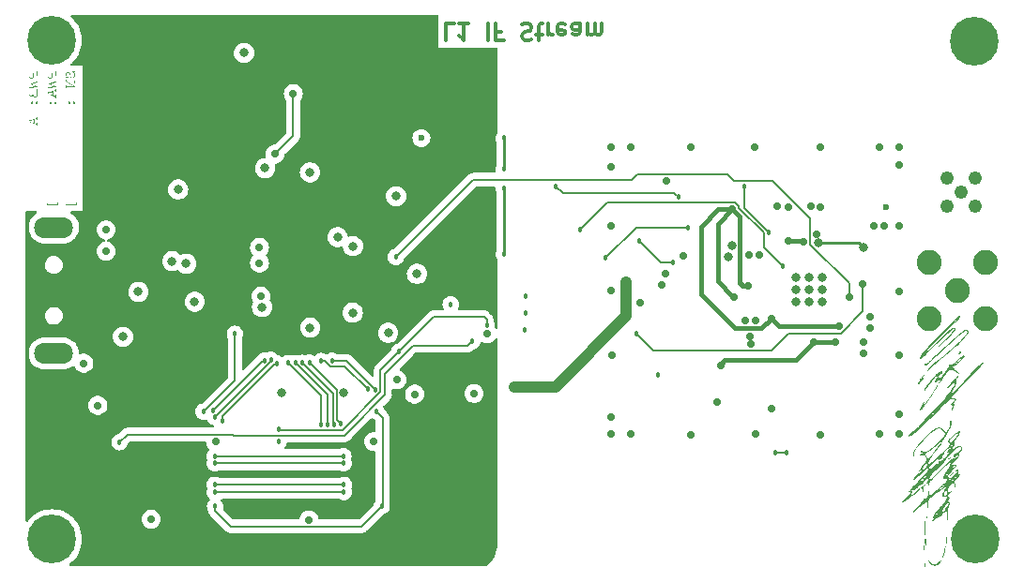
<source format=gbr>
G04 #@! TF.GenerationSoftware,KiCad,Pcbnew,7.0.6*
G04 #@! TF.CreationDate,2023-07-12T10:32:07-06:00*
G04 #@! TF.ProjectId,L1IFStream,4c314946-5374-4726-9561-6d2e6b696361,A*
G04 #@! TF.SameCoordinates,Original*
G04 #@! TF.FileFunction,Copper,L4,Bot*
G04 #@! TF.FilePolarity,Positive*
%FSLAX46Y46*%
G04 Gerber Fmt 4.6, Leading zero omitted, Abs format (unit mm)*
G04 Created by KiCad (PCBNEW 7.0.6) date 2023-07-12 10:32:07*
%MOMM*%
%LPD*%
G01*
G04 APERTURE LIST*
%ADD10C,0.300000*%
G04 #@! TA.AperFunction,NonConductor*
%ADD11C,0.300000*%
G04 #@! TD*
%ADD12C,0.150000*%
G04 #@! TA.AperFunction,NonConductor*
%ADD13C,0.150000*%
G04 #@! TD*
G04 #@! TA.AperFunction,ComponentPad*
%ADD14C,2.250000*%
G04 #@! TD*
G04 #@! TA.AperFunction,ComponentPad*
%ADD15C,1.240000*%
G04 #@! TD*
G04 #@! TA.AperFunction,ComponentPad*
%ADD16C,0.700000*%
G04 #@! TD*
G04 #@! TA.AperFunction,ComponentPad*
%ADD17C,4.400000*%
G04 #@! TD*
G04 #@! TA.AperFunction,ComponentPad*
%ADD18O,3.500000X1.900000*%
G04 #@! TD*
G04 #@! TA.AperFunction,ViaPad*
%ADD19C,0.700000*%
G04 #@! TD*
G04 #@! TA.AperFunction,ViaPad*
%ADD20C,0.800000*%
G04 #@! TD*
G04 #@! TA.AperFunction,ViaPad*
%ADD21C,0.600000*%
G04 #@! TD*
G04 #@! TA.AperFunction,ViaPad*
%ADD22C,0.457200*%
G04 #@! TD*
G04 #@! TA.AperFunction,Conductor*
%ADD23C,0.250000*%
G04 #@! TD*
G04 #@! TA.AperFunction,Conductor*
%ADD24C,0.203200*%
G04 #@! TD*
G04 #@! TA.AperFunction,Conductor*
%ADD25C,1.016000*%
G04 #@! TD*
G04 #@! TA.AperFunction,Conductor*
%ADD26C,0.400000*%
G04 #@! TD*
G04 #@! TA.AperFunction,Conductor*
%ADD27C,0.254000*%
G04 #@! TD*
G04 APERTURE END LIST*
D10*
D11*
X128958972Y-74048471D02*
X128244686Y-74048471D01*
X128244686Y-74048471D02*
X128244686Y-75548471D01*
X130244687Y-74048471D02*
X129387544Y-74048471D01*
X129816115Y-74048471D02*
X129816115Y-75548471D01*
X129816115Y-75548471D02*
X129673258Y-75334185D01*
X129673258Y-75334185D02*
X129530401Y-75191328D01*
X129530401Y-75191328D02*
X129387544Y-75119900D01*
X132030400Y-74048471D02*
X132030400Y-75548471D01*
X133244686Y-74834185D02*
X132744686Y-74834185D01*
X132744686Y-74048471D02*
X132744686Y-75548471D01*
X132744686Y-75548471D02*
X133458972Y-75548471D01*
X135101829Y-74119900D02*
X135316115Y-74048471D01*
X135316115Y-74048471D02*
X135673257Y-74048471D01*
X135673257Y-74048471D02*
X135816115Y-74119900D01*
X135816115Y-74119900D02*
X135887543Y-74191328D01*
X135887543Y-74191328D02*
X135958972Y-74334185D01*
X135958972Y-74334185D02*
X135958972Y-74477042D01*
X135958972Y-74477042D02*
X135887543Y-74619900D01*
X135887543Y-74619900D02*
X135816115Y-74691328D01*
X135816115Y-74691328D02*
X135673257Y-74762757D01*
X135673257Y-74762757D02*
X135387543Y-74834185D01*
X135387543Y-74834185D02*
X135244686Y-74905614D01*
X135244686Y-74905614D02*
X135173257Y-74977042D01*
X135173257Y-74977042D02*
X135101829Y-75119900D01*
X135101829Y-75119900D02*
X135101829Y-75262757D01*
X135101829Y-75262757D02*
X135173257Y-75405614D01*
X135173257Y-75405614D02*
X135244686Y-75477042D01*
X135244686Y-75477042D02*
X135387543Y-75548471D01*
X135387543Y-75548471D02*
X135744686Y-75548471D01*
X135744686Y-75548471D02*
X135958972Y-75477042D01*
X136387543Y-75048471D02*
X136958971Y-75048471D01*
X136601828Y-75548471D02*
X136601828Y-74262757D01*
X136601828Y-74262757D02*
X136673257Y-74119900D01*
X136673257Y-74119900D02*
X136816114Y-74048471D01*
X136816114Y-74048471D02*
X136958971Y-74048471D01*
X137458971Y-74048471D02*
X137458971Y-75048471D01*
X137458971Y-74762757D02*
X137530400Y-74905614D01*
X137530400Y-74905614D02*
X137601829Y-74977042D01*
X137601829Y-74977042D02*
X137744686Y-75048471D01*
X137744686Y-75048471D02*
X137887543Y-75048471D01*
X138958971Y-74119900D02*
X138816114Y-74048471D01*
X138816114Y-74048471D02*
X138530400Y-74048471D01*
X138530400Y-74048471D02*
X138387542Y-74119900D01*
X138387542Y-74119900D02*
X138316114Y-74262757D01*
X138316114Y-74262757D02*
X138316114Y-74834185D01*
X138316114Y-74834185D02*
X138387542Y-74977042D01*
X138387542Y-74977042D02*
X138530400Y-75048471D01*
X138530400Y-75048471D02*
X138816114Y-75048471D01*
X138816114Y-75048471D02*
X138958971Y-74977042D01*
X138958971Y-74977042D02*
X139030400Y-74834185D01*
X139030400Y-74834185D02*
X139030400Y-74691328D01*
X139030400Y-74691328D02*
X138316114Y-74548471D01*
X140316114Y-74048471D02*
X140316114Y-74834185D01*
X140316114Y-74834185D02*
X140244685Y-74977042D01*
X140244685Y-74977042D02*
X140101828Y-75048471D01*
X140101828Y-75048471D02*
X139816114Y-75048471D01*
X139816114Y-75048471D02*
X139673256Y-74977042D01*
X140316114Y-74119900D02*
X140173256Y-74048471D01*
X140173256Y-74048471D02*
X139816114Y-74048471D01*
X139816114Y-74048471D02*
X139673256Y-74119900D01*
X139673256Y-74119900D02*
X139601828Y-74262757D01*
X139601828Y-74262757D02*
X139601828Y-74405614D01*
X139601828Y-74405614D02*
X139673256Y-74548471D01*
X139673256Y-74548471D02*
X139816114Y-74619900D01*
X139816114Y-74619900D02*
X140173256Y-74619900D01*
X140173256Y-74619900D02*
X140316114Y-74691328D01*
X141030399Y-74048471D02*
X141030399Y-75048471D01*
X141030399Y-74905614D02*
X141101828Y-74977042D01*
X141101828Y-74977042D02*
X141244685Y-75048471D01*
X141244685Y-75048471D02*
X141458971Y-75048471D01*
X141458971Y-75048471D02*
X141601828Y-74977042D01*
X141601828Y-74977042D02*
X141673257Y-74834185D01*
X141673257Y-74834185D02*
X141673257Y-74048471D01*
X141673257Y-74834185D02*
X141744685Y-74977042D01*
X141744685Y-74977042D02*
X141887542Y-75048471D01*
X141887542Y-75048471D02*
X142101828Y-75048471D01*
X142101828Y-75048471D02*
X142244685Y-74977042D01*
X142244685Y-74977042D02*
X142316114Y-74834185D01*
X142316114Y-74834185D02*
X142316114Y-74048471D01*
D12*
D13*
G36*
X91388819Y-78393263D02*
G01*
X91398339Y-78396053D01*
X91406407Y-78401746D01*
X91406948Y-78402323D01*
X91412100Y-78411024D01*
X91414504Y-78420794D01*
X91415200Y-78431544D01*
X91415200Y-78764691D01*
X91415191Y-78765977D01*
X91414341Y-78776498D01*
X91411765Y-78785967D01*
X91406407Y-78794245D01*
X91402863Y-78797316D01*
X91394125Y-78801790D01*
X91383936Y-78803282D01*
X91378822Y-78802964D01*
X91369095Y-78800096D01*
X91361222Y-78794245D01*
X91360696Y-78793683D01*
X91355687Y-78785125D01*
X91353350Y-78775422D01*
X91352673Y-78764691D01*
X91352673Y-78566855D01*
X91086937Y-78566855D01*
X91086937Y-78747594D01*
X91086823Y-78758507D01*
X91086482Y-78769081D01*
X91085913Y-78779316D01*
X91085117Y-78789211D01*
X91083701Y-78801877D01*
X91081881Y-78813941D01*
X91079656Y-78825401D01*
X91077026Y-78836258D01*
X91073992Y-78846513D01*
X91071714Y-78853369D01*
X91067996Y-78863602D01*
X91063917Y-78873776D01*
X91059478Y-78883890D01*
X91054678Y-78893943D01*
X91049517Y-78903937D01*
X91043996Y-78913870D01*
X91038114Y-78923743D01*
X91031872Y-78933557D01*
X91025269Y-78943310D01*
X91018305Y-78953003D01*
X91011718Y-78961398D01*
X91004536Y-78969489D01*
X90996758Y-78977274D01*
X90988385Y-78984754D01*
X90979417Y-78991929D01*
X90969853Y-78998798D01*
X90959694Y-79005362D01*
X90948940Y-79011621D01*
X90940556Y-79015986D01*
X90929085Y-79021138D01*
X90917277Y-79025526D01*
X90905134Y-79029152D01*
X90892654Y-79032014D01*
X90879839Y-79034113D01*
X90870007Y-79035186D01*
X90859987Y-79035830D01*
X90849777Y-79036045D01*
X90838238Y-79035751D01*
X90826883Y-79034870D01*
X90815714Y-79033400D01*
X90804730Y-79031343D01*
X90793931Y-79028699D01*
X90783317Y-79025466D01*
X90772888Y-79021646D01*
X90762644Y-79017238D01*
X90752585Y-79012243D01*
X90742711Y-79006660D01*
X90733023Y-79000489D01*
X90723519Y-78993730D01*
X90714201Y-78986384D01*
X90705067Y-78978450D01*
X90696119Y-78969928D01*
X90687356Y-78960818D01*
X90678956Y-78951245D01*
X90671098Y-78941332D01*
X90663783Y-78931080D01*
X90657009Y-78920488D01*
X90650777Y-78909556D01*
X90645087Y-78898284D01*
X90639938Y-78886673D01*
X90635332Y-78874723D01*
X90631268Y-78862432D01*
X90627745Y-78849802D01*
X90624765Y-78836833D01*
X90622326Y-78823523D01*
X90620429Y-78809874D01*
X90619075Y-78795886D01*
X90618262Y-78781557D01*
X90617991Y-78766889D01*
X90617991Y-78566855D01*
X90680517Y-78566855D01*
X90680517Y-78772263D01*
X90680568Y-78777820D01*
X90680974Y-78788751D01*
X90681787Y-78799441D01*
X90683006Y-78809888D01*
X90684632Y-78820093D01*
X90686664Y-78830055D01*
X90689103Y-78839775D01*
X90691948Y-78849253D01*
X90695199Y-78858488D01*
X90700839Y-78871887D01*
X90707393Y-78884741D01*
X90714861Y-78897049D01*
X90723244Y-78908812D01*
X90732541Y-78920030D01*
X90739095Y-78927098D01*
X90749120Y-78936846D01*
X90759377Y-78945568D01*
X90769866Y-78953264D01*
X90780586Y-78959934D01*
X90791538Y-78965577D01*
X90802722Y-78970195D01*
X90814138Y-78973786D01*
X90825786Y-78976352D01*
X90837666Y-78977891D01*
X90849777Y-78978404D01*
X90859955Y-78977999D01*
X90870095Y-78976786D01*
X90880197Y-78974763D01*
X90890261Y-78971931D01*
X90900286Y-78968291D01*
X90910273Y-78963841D01*
X90920222Y-78958582D01*
X90930133Y-78952514D01*
X90935031Y-78949189D01*
X90944542Y-78941824D01*
X90953670Y-78933504D01*
X90962417Y-78924231D01*
X90968727Y-78916649D01*
X90974822Y-78908531D01*
X90980702Y-78899877D01*
X90986368Y-78890685D01*
X90991819Y-78880957D01*
X90997056Y-78870693D01*
X91000368Y-78863671D01*
X91004936Y-78853023D01*
X91009024Y-78842238D01*
X91012630Y-78831316D01*
X91015756Y-78820257D01*
X91018400Y-78809060D01*
X91020564Y-78797725D01*
X91022247Y-78786253D01*
X91023449Y-78774644D01*
X91024171Y-78762898D01*
X91024411Y-78751014D01*
X91024411Y-78566855D01*
X90680517Y-78566855D01*
X90617991Y-78566855D01*
X90617991Y-78431544D01*
X90617999Y-78430258D01*
X90618826Y-78419714D01*
X90621330Y-78410173D01*
X90626539Y-78401746D01*
X90630548Y-78398320D01*
X90639419Y-78394190D01*
X90649254Y-78392954D01*
X90653544Y-78393168D01*
X90663413Y-78395736D01*
X90671969Y-78401746D01*
X90672494Y-78402323D01*
X90677503Y-78411024D01*
X90679841Y-78420794D01*
X90680517Y-78431544D01*
X90680517Y-78509213D01*
X91352673Y-78509213D01*
X91352673Y-78431544D01*
X91352682Y-78430258D01*
X91353508Y-78419714D01*
X91356013Y-78410173D01*
X91361222Y-78401746D01*
X91365231Y-78398320D01*
X91374102Y-78394190D01*
X91383936Y-78392954D01*
X91388819Y-78393263D01*
G37*
G36*
X91415200Y-79785626D02*
G01*
X91415200Y-79694768D01*
X90830971Y-79531370D01*
X91415200Y-79371390D01*
X91415200Y-79280776D01*
X90680517Y-79195536D01*
X90680517Y-79174287D01*
X90679841Y-79163536D01*
X90677503Y-79153766D01*
X90672494Y-79145065D01*
X90671969Y-79144489D01*
X90663413Y-79138478D01*
X90653544Y-79135911D01*
X90649254Y-79135696D01*
X90639419Y-79136933D01*
X90630548Y-79141063D01*
X90626539Y-79144489D01*
X90621330Y-79152915D01*
X90618826Y-79162456D01*
X90617999Y-79173000D01*
X90617991Y-79174287D01*
X90617991Y-79388487D01*
X90618525Y-79398334D01*
X90620696Y-79408451D01*
X90625504Y-79417382D01*
X90626539Y-79418529D01*
X90634412Y-79424380D01*
X90644139Y-79427249D01*
X90649254Y-79427566D01*
X90659089Y-79426296D01*
X90667960Y-79422051D01*
X90671969Y-79418529D01*
X90677178Y-79410183D01*
X90679682Y-79400552D01*
X90680509Y-79389803D01*
X90680517Y-79388487D01*
X90680517Y-79253910D01*
X91352673Y-79330113D01*
X90774306Y-79485940D01*
X90774306Y-79574601D01*
X91352673Y-79734824D01*
X90680517Y-79809562D01*
X90680517Y-79674252D01*
X90679841Y-79663619D01*
X90677503Y-79653935D01*
X90672494Y-79645274D01*
X90671969Y-79644698D01*
X90663413Y-79638688D01*
X90653544Y-79636120D01*
X90649254Y-79635906D01*
X90639419Y-79637142D01*
X90630548Y-79641272D01*
X90626539Y-79644698D01*
X90621330Y-79653090D01*
X90618826Y-79662550D01*
X90617999Y-79672981D01*
X90617991Y-79674252D01*
X90617991Y-79887231D01*
X90618525Y-79897077D01*
X90620696Y-79907195D01*
X90625504Y-79916126D01*
X90626539Y-79917273D01*
X90634412Y-79923124D01*
X90644139Y-79925993D01*
X90649254Y-79926310D01*
X90659089Y-79925039D01*
X90667960Y-79920795D01*
X90671969Y-79917273D01*
X90677178Y-79908927D01*
X90679682Y-79899296D01*
X90680509Y-79888547D01*
X90680517Y-79887231D01*
X90680517Y-79865982D01*
X91415200Y-79785626D01*
G37*
G36*
X91388819Y-80010639D02*
G01*
X91398339Y-80013430D01*
X91406407Y-80019123D01*
X91406948Y-80019699D01*
X91412100Y-80028360D01*
X91414504Y-80038043D01*
X91415200Y-80048676D01*
X91415200Y-80480009D01*
X91415067Y-80488304D01*
X91414371Y-80500601D01*
X91413078Y-80512722D01*
X91411188Y-80524667D01*
X91408701Y-80536436D01*
X91405618Y-80548028D01*
X91401938Y-80559445D01*
X91397661Y-80570686D01*
X91392787Y-80581750D01*
X91387317Y-80592639D01*
X91381250Y-80603351D01*
X91376920Y-80610320D01*
X91370218Y-80620343D01*
X91363267Y-80629852D01*
X91356067Y-80638845D01*
X91348619Y-80647323D01*
X91340921Y-80655285D01*
X91332974Y-80662733D01*
X91324778Y-80669665D01*
X91316333Y-80676082D01*
X91307639Y-80681984D01*
X91298696Y-80687371D01*
X91292612Y-80690713D01*
X91283339Y-80695322D01*
X91273890Y-80699446D01*
X91264265Y-80703084D01*
X91254464Y-80706238D01*
X91244487Y-80708906D01*
X91234334Y-80711089D01*
X91224005Y-80712787D01*
X91213500Y-80714000D01*
X91202819Y-80714728D01*
X91191962Y-80714970D01*
X91183823Y-80714806D01*
X91171780Y-80713945D01*
X91159935Y-80712345D01*
X91148287Y-80710006D01*
X91136837Y-80706929D01*
X91125584Y-80703114D01*
X91114529Y-80698560D01*
X91103671Y-80693268D01*
X91093011Y-80687237D01*
X91082548Y-80680468D01*
X91072283Y-80672961D01*
X91068915Y-80670303D01*
X91059063Y-80661767D01*
X91049589Y-80652386D01*
X91040493Y-80642158D01*
X91031774Y-80631085D01*
X91023434Y-80619166D01*
X91018084Y-80610750D01*
X91012901Y-80601958D01*
X91007886Y-80592791D01*
X91003040Y-80583247D01*
X90998361Y-80573328D01*
X90993850Y-80563032D01*
X90989507Y-80552361D01*
X90985332Y-80541314D01*
X90977272Y-80555037D01*
X90968907Y-80567875D01*
X90960236Y-80579828D01*
X90951260Y-80590895D01*
X90941979Y-80601077D01*
X90932392Y-80610373D01*
X90922501Y-80618785D01*
X90912303Y-80626310D01*
X90901801Y-80632951D01*
X90890993Y-80638706D01*
X90879880Y-80643575D01*
X90868462Y-80647559D01*
X90856738Y-80650658D01*
X90844709Y-80652872D01*
X90832375Y-80654200D01*
X90819735Y-80654642D01*
X90814673Y-80654576D01*
X90804672Y-80654048D01*
X90794838Y-80652991D01*
X90785169Y-80651405D01*
X90770978Y-80648035D01*
X90757159Y-80643477D01*
X90743715Y-80637729D01*
X90734959Y-80633236D01*
X90726370Y-80628215D01*
X90717946Y-80622665D01*
X90709689Y-80616586D01*
X90701597Y-80609979D01*
X90693672Y-80602844D01*
X90685912Y-80595180D01*
X90678319Y-80586987D01*
X90671013Y-80578373D01*
X90664179Y-80569444D01*
X90657817Y-80560200D01*
X90651925Y-80550641D01*
X90646505Y-80540767D01*
X90641556Y-80530578D01*
X90637079Y-80520075D01*
X90633073Y-80509257D01*
X90629538Y-80498124D01*
X90626474Y-80486676D01*
X90623882Y-80474913D01*
X90621761Y-80462835D01*
X90620112Y-80450443D01*
X90618933Y-80437736D01*
X90618227Y-80424714D01*
X90617991Y-80411377D01*
X90617991Y-80183986D01*
X90680517Y-80183986D01*
X90680517Y-80412842D01*
X90680685Y-80422949D01*
X90681566Y-80437654D01*
X90683204Y-80451814D01*
X90685597Y-80465429D01*
X90688745Y-80478498D01*
X90692649Y-80491023D01*
X90697309Y-80503002D01*
X90702724Y-80514436D01*
X90708895Y-80525324D01*
X90715822Y-80535668D01*
X90723504Y-80545466D01*
X90728908Y-80551618D01*
X90737128Y-80560101D01*
X90745486Y-80567692D01*
X90753981Y-80574390D01*
X90762613Y-80580194D01*
X90771383Y-80585106D01*
X90780290Y-80589124D01*
X90792380Y-80593093D01*
X90804715Y-80595475D01*
X90817293Y-80596268D01*
X90826185Y-80595902D01*
X90837236Y-80594414D01*
X90848215Y-80591780D01*
X90859122Y-80588002D01*
X90869958Y-80583079D01*
X90878575Y-80578317D01*
X90887146Y-80572821D01*
X90895443Y-80566726D01*
X90903236Y-80560044D01*
X90910525Y-80552774D01*
X90917310Y-80544916D01*
X90923592Y-80536471D01*
X90929370Y-80527438D01*
X90934644Y-80517817D01*
X90939414Y-80507608D01*
X90942135Y-80500788D01*
X90945888Y-80490396D01*
X90949245Y-80479810D01*
X90952208Y-80469032D01*
X90954775Y-80458060D01*
X90956947Y-80446896D01*
X90958725Y-80435538D01*
X90960107Y-80423986D01*
X90961095Y-80412242D01*
X90961687Y-80400304D01*
X90961885Y-80388173D01*
X90961885Y-80183986D01*
X91024411Y-80183986D01*
X91024411Y-80391593D01*
X91024494Y-80403369D01*
X91024743Y-80414823D01*
X91025158Y-80425954D01*
X91025739Y-80436763D01*
X91026486Y-80447249D01*
X91027399Y-80457413D01*
X91028478Y-80467254D01*
X91030408Y-80481411D01*
X91032711Y-80494843D01*
X91035388Y-80507549D01*
X91038439Y-80519529D01*
X91041863Y-80530784D01*
X91045660Y-80541314D01*
X91046992Y-80544679D01*
X91051224Y-80554499D01*
X91055808Y-80563902D01*
X91060744Y-80572889D01*
X91066032Y-80581459D01*
X91071672Y-80589613D01*
X91079740Y-80599837D01*
X91088433Y-80609320D01*
X91097752Y-80618063D01*
X91107698Y-80626066D01*
X91117994Y-80633222D01*
X91128367Y-80639423D01*
X91138816Y-80644670D01*
X91149341Y-80648964D01*
X91159943Y-80652303D01*
X91170621Y-80654688D01*
X91181375Y-80656119D01*
X91192206Y-80656596D01*
X91194645Y-80656576D01*
X91206757Y-80655849D01*
X91218726Y-80654085D01*
X91230552Y-80651284D01*
X91239909Y-80648296D01*
X91249175Y-80644644D01*
X91258350Y-80640327D01*
X91267433Y-80635347D01*
X91276290Y-80629722D01*
X91284789Y-80623471D01*
X91292929Y-80616594D01*
X91300711Y-80609091D01*
X91308133Y-80600962D01*
X91315197Y-80592208D01*
X91321903Y-80582827D01*
X91328249Y-80572821D01*
X91332614Y-80564955D01*
X91337766Y-80554073D01*
X91342155Y-80542740D01*
X91345780Y-80530958D01*
X91348642Y-80518724D01*
X91350741Y-80506041D01*
X91351815Y-80496233D01*
X91352459Y-80486171D01*
X91352673Y-80475857D01*
X91352673Y-80183986D01*
X91024411Y-80183986D01*
X90961885Y-80183986D01*
X90680517Y-80183986D01*
X90617991Y-80183986D01*
X90617991Y-80048676D01*
X90617999Y-80047405D01*
X90618826Y-80036974D01*
X90621330Y-80027515D01*
X90626539Y-80019123D01*
X90630548Y-80015696D01*
X90639419Y-80011566D01*
X90649254Y-80010330D01*
X90653544Y-80010544D01*
X90663413Y-80013112D01*
X90671969Y-80019123D01*
X90672494Y-80019699D01*
X90677503Y-80028360D01*
X90679841Y-80038043D01*
X90680517Y-80048676D01*
X90680517Y-80126345D01*
X91352673Y-80126345D01*
X91352673Y-80048676D01*
X91352682Y-80047405D01*
X91353508Y-80036974D01*
X91356013Y-80027515D01*
X91361222Y-80019123D01*
X91365231Y-80015696D01*
X91374102Y-80011566D01*
X91383936Y-80010330D01*
X91388819Y-80010639D01*
G37*
G36*
X90821201Y-81200769D02*
G01*
X90821201Y-81225682D01*
X90821875Y-81237397D01*
X90823896Y-81248575D01*
X90827265Y-81259217D01*
X90831982Y-81269322D01*
X90838046Y-81278890D01*
X90845458Y-81287921D01*
X90848800Y-81291384D01*
X90857676Y-81299335D01*
X90867052Y-81305938D01*
X90876929Y-81311194D01*
X90887307Y-81315102D01*
X90898186Y-81317662D01*
X90909565Y-81318875D01*
X90914257Y-81318983D01*
X90924237Y-81318548D01*
X90936100Y-81316780D01*
X90947283Y-81313654D01*
X90957786Y-81309167D01*
X90967609Y-81303321D01*
X90976753Y-81296115D01*
X90981913Y-81291139D01*
X90989653Y-81282200D01*
X90996081Y-81272783D01*
X91001197Y-81262889D01*
X91005001Y-81252518D01*
X91007494Y-81241671D01*
X91008674Y-81230346D01*
X91008779Y-81225682D01*
X91008779Y-81200769D01*
X91008106Y-81189049D01*
X91006084Y-81177853D01*
X91002715Y-81167181D01*
X90997998Y-81157035D01*
X90991934Y-81147413D01*
X90984522Y-81138316D01*
X90981180Y-81134824D01*
X90972305Y-81126943D01*
X90962929Y-81120398D01*
X90953051Y-81115189D01*
X90942674Y-81111315D01*
X90931795Y-81108778D01*
X90920415Y-81107576D01*
X90915723Y-81107469D01*
X90905743Y-81107904D01*
X90893881Y-81109671D01*
X90882698Y-81112798D01*
X90872194Y-81117285D01*
X90862371Y-81123131D01*
X90853227Y-81130336D01*
X90848068Y-81135312D01*
X90840328Y-81144252D01*
X90833900Y-81153669D01*
X90828783Y-81163562D01*
X90824979Y-81173933D01*
X90822487Y-81184781D01*
X90821306Y-81196106D01*
X90821201Y-81200769D01*
G37*
G36*
X91243253Y-81200769D02*
G01*
X91243253Y-81225682D01*
X91243920Y-81237397D01*
X91245924Y-81248575D01*
X91249263Y-81259217D01*
X91253938Y-81269322D01*
X91259949Y-81278890D01*
X91267295Y-81287921D01*
X91270608Y-81291384D01*
X91279436Y-81299335D01*
X91288826Y-81305938D01*
X91298776Y-81311194D01*
X91309286Y-81315102D01*
X91320357Y-81317662D01*
X91331988Y-81318875D01*
X91336798Y-81318983D01*
X91346609Y-81318548D01*
X91358305Y-81316780D01*
X91369369Y-81313654D01*
X91379800Y-81309167D01*
X91389600Y-81303321D01*
X91398767Y-81296115D01*
X91403964Y-81291139D01*
X91411704Y-81282200D01*
X91418132Y-81272783D01*
X91423249Y-81262889D01*
X91427053Y-81252518D01*
X91429545Y-81241671D01*
X91430726Y-81230346D01*
X91430831Y-81225682D01*
X91430831Y-81200769D01*
X91430163Y-81189049D01*
X91428160Y-81177853D01*
X91424820Y-81167181D01*
X91420145Y-81157035D01*
X91414135Y-81147413D01*
X91406788Y-81138316D01*
X91403476Y-81134824D01*
X91394647Y-81126943D01*
X91385258Y-81120398D01*
X91375308Y-81115189D01*
X91364798Y-81111315D01*
X91353727Y-81108778D01*
X91342096Y-81107576D01*
X91337286Y-81107469D01*
X91327478Y-81107904D01*
X91315798Y-81109671D01*
X91304762Y-81112798D01*
X91294369Y-81117285D01*
X91284621Y-81123131D01*
X91275517Y-81130336D01*
X91270363Y-81135312D01*
X91262553Y-81144252D01*
X91256067Y-81153669D01*
X91250904Y-81163562D01*
X91247065Y-81173933D01*
X91244550Y-81184781D01*
X91243358Y-81196106D01*
X91243253Y-81200769D01*
G37*
G36*
X91388819Y-82483109D02*
G01*
X91398339Y-82485900D01*
X91406407Y-82491593D01*
X91406948Y-82492169D01*
X91412100Y-82500830D01*
X91414504Y-82510514D01*
X91415200Y-82521146D01*
X91415200Y-82736813D01*
X91415191Y-82738099D01*
X91414341Y-82748619D01*
X91411765Y-82758089D01*
X91406407Y-82766366D01*
X91402863Y-82769437D01*
X91394125Y-82773912D01*
X91383936Y-82775403D01*
X91378822Y-82775085D01*
X91369095Y-82772217D01*
X91361222Y-82766366D01*
X91360696Y-82765805D01*
X91355687Y-82757247D01*
X91353350Y-82747544D01*
X91352673Y-82736813D01*
X91352673Y-82626415D01*
X91149463Y-82703840D01*
X91149463Y-83083149D01*
X91352673Y-83162039D01*
X91352673Y-83052130D01*
X91352682Y-83050814D01*
X91353508Y-83040042D01*
X91356013Y-83030339D01*
X91361222Y-83021844D01*
X91365231Y-83018418D01*
X91374102Y-83014288D01*
X91383936Y-83013051D01*
X91388819Y-83013360D01*
X91398339Y-83016151D01*
X91406407Y-83021844D01*
X91407472Y-83023021D01*
X91412417Y-83032089D01*
X91414650Y-83042269D01*
X91415200Y-83052130D01*
X91415200Y-83267308D01*
X91414504Y-83277921D01*
X91411765Y-83288374D01*
X91406407Y-83296617D01*
X91402863Y-83299688D01*
X91394125Y-83304163D01*
X91383936Y-83305654D01*
X91378822Y-83305337D01*
X91369095Y-83302468D01*
X91361222Y-83296617D01*
X91360696Y-83296056D01*
X91355687Y-83287538D01*
X91353350Y-83277921D01*
X91352673Y-83267308D01*
X91352673Y-83222612D01*
X90617991Y-82941000D01*
X90617991Y-82901677D01*
X90680517Y-82901677D01*
X91086937Y-83061167D01*
X91086937Y-82725822D01*
X90680517Y-82880427D01*
X90680517Y-82901677D01*
X90617991Y-82901677D01*
X90617991Y-82650351D01*
X90617999Y-82649080D01*
X90618826Y-82638649D01*
X90621330Y-82629189D01*
X90626539Y-82620797D01*
X90630548Y-82617371D01*
X90639419Y-82613241D01*
X90649254Y-82612005D01*
X90653544Y-82612219D01*
X90663413Y-82614787D01*
X90671969Y-82620797D01*
X90672494Y-82621373D01*
X90677503Y-82630034D01*
X90679841Y-82639718D01*
X90680517Y-82650351D01*
X90680517Y-82820832D01*
X91352673Y-82565843D01*
X91352673Y-82521146D01*
X91352682Y-82519875D01*
X91353508Y-82509445D01*
X91356013Y-82499985D01*
X91361222Y-82491593D01*
X91365231Y-82488167D01*
X91374102Y-82484037D01*
X91383936Y-82482800D01*
X91388819Y-82483109D01*
G37*
G36*
X93068819Y-78393263D02*
G01*
X93078339Y-78396053D01*
X93086407Y-78401746D01*
X93086948Y-78402323D01*
X93092100Y-78411024D01*
X93094504Y-78420794D01*
X93095200Y-78431544D01*
X93095200Y-78764691D01*
X93095191Y-78765977D01*
X93094341Y-78776498D01*
X93091765Y-78785967D01*
X93086407Y-78794245D01*
X93082863Y-78797316D01*
X93074125Y-78801790D01*
X93063936Y-78803282D01*
X93058822Y-78802964D01*
X93049095Y-78800096D01*
X93041222Y-78794245D01*
X93040696Y-78793683D01*
X93035687Y-78785125D01*
X93033350Y-78775422D01*
X93032673Y-78764691D01*
X93032673Y-78566855D01*
X92766937Y-78566855D01*
X92766937Y-78747594D01*
X92766823Y-78758507D01*
X92766482Y-78769081D01*
X92765913Y-78779316D01*
X92765117Y-78789211D01*
X92763701Y-78801877D01*
X92761881Y-78813941D01*
X92759656Y-78825401D01*
X92757026Y-78836258D01*
X92753992Y-78846513D01*
X92751714Y-78853369D01*
X92747996Y-78863602D01*
X92743917Y-78873776D01*
X92739478Y-78883890D01*
X92734678Y-78893943D01*
X92729517Y-78903937D01*
X92723996Y-78913870D01*
X92718114Y-78923743D01*
X92711872Y-78933557D01*
X92705269Y-78943310D01*
X92698305Y-78953003D01*
X92691718Y-78961398D01*
X92684536Y-78969489D01*
X92676758Y-78977274D01*
X92668385Y-78984754D01*
X92659417Y-78991929D01*
X92649853Y-78998798D01*
X92639694Y-79005362D01*
X92628940Y-79011621D01*
X92620556Y-79015986D01*
X92609085Y-79021138D01*
X92597277Y-79025526D01*
X92585134Y-79029152D01*
X92572654Y-79032014D01*
X92559839Y-79034113D01*
X92550007Y-79035186D01*
X92539987Y-79035830D01*
X92529777Y-79036045D01*
X92518238Y-79035751D01*
X92506883Y-79034870D01*
X92495714Y-79033400D01*
X92484730Y-79031343D01*
X92473931Y-79028699D01*
X92463317Y-79025466D01*
X92452888Y-79021646D01*
X92442644Y-79017238D01*
X92432585Y-79012243D01*
X92422711Y-79006660D01*
X92413023Y-79000489D01*
X92403519Y-78993730D01*
X92394201Y-78986384D01*
X92385067Y-78978450D01*
X92376119Y-78969928D01*
X92367356Y-78960818D01*
X92358956Y-78951245D01*
X92351098Y-78941332D01*
X92343783Y-78931080D01*
X92337009Y-78920488D01*
X92330777Y-78909556D01*
X92325087Y-78898284D01*
X92319938Y-78886673D01*
X92315332Y-78874723D01*
X92311268Y-78862432D01*
X92307745Y-78849802D01*
X92304765Y-78836833D01*
X92302326Y-78823523D01*
X92300429Y-78809874D01*
X92299075Y-78795886D01*
X92298262Y-78781557D01*
X92297991Y-78766889D01*
X92297991Y-78566855D01*
X92360517Y-78566855D01*
X92360517Y-78772263D01*
X92360568Y-78777820D01*
X92360974Y-78788751D01*
X92361787Y-78799441D01*
X92363006Y-78809888D01*
X92364632Y-78820093D01*
X92366664Y-78830055D01*
X92369103Y-78839775D01*
X92371948Y-78849253D01*
X92375199Y-78858488D01*
X92380839Y-78871887D01*
X92387393Y-78884741D01*
X92394861Y-78897049D01*
X92403244Y-78908812D01*
X92412541Y-78920030D01*
X92419095Y-78927098D01*
X92429120Y-78936846D01*
X92439377Y-78945568D01*
X92449866Y-78953264D01*
X92460586Y-78959934D01*
X92471538Y-78965577D01*
X92482722Y-78970195D01*
X92494138Y-78973786D01*
X92505786Y-78976352D01*
X92517666Y-78977891D01*
X92529777Y-78978404D01*
X92539955Y-78977999D01*
X92550095Y-78976786D01*
X92560197Y-78974763D01*
X92570261Y-78971931D01*
X92580286Y-78968291D01*
X92590273Y-78963841D01*
X92600222Y-78958582D01*
X92610133Y-78952514D01*
X92615031Y-78949189D01*
X92624542Y-78941824D01*
X92633670Y-78933504D01*
X92642417Y-78924231D01*
X92648727Y-78916649D01*
X92654822Y-78908531D01*
X92660702Y-78899877D01*
X92666368Y-78890685D01*
X92671819Y-78880957D01*
X92677056Y-78870693D01*
X92680368Y-78863671D01*
X92684936Y-78853023D01*
X92689024Y-78842238D01*
X92692630Y-78831316D01*
X92695756Y-78820257D01*
X92698400Y-78809060D01*
X92700564Y-78797725D01*
X92702247Y-78786253D01*
X92703449Y-78774644D01*
X92704171Y-78762898D01*
X92704411Y-78751014D01*
X92704411Y-78566855D01*
X92360517Y-78566855D01*
X92297991Y-78566855D01*
X92297991Y-78431544D01*
X92297999Y-78430258D01*
X92298826Y-78419714D01*
X92301330Y-78410173D01*
X92306539Y-78401746D01*
X92310548Y-78398320D01*
X92319419Y-78394190D01*
X92329254Y-78392954D01*
X92333544Y-78393168D01*
X92343413Y-78395736D01*
X92351969Y-78401746D01*
X92352494Y-78402323D01*
X92357503Y-78411024D01*
X92359841Y-78420794D01*
X92360517Y-78431544D01*
X92360517Y-78509213D01*
X93032673Y-78509213D01*
X93032673Y-78431544D01*
X93032682Y-78430258D01*
X93033508Y-78419714D01*
X93036013Y-78410173D01*
X93041222Y-78401746D01*
X93045231Y-78398320D01*
X93054102Y-78394190D01*
X93063936Y-78392954D01*
X93068819Y-78393263D01*
G37*
G36*
X93095200Y-79785626D02*
G01*
X93095200Y-79694768D01*
X92510971Y-79531370D01*
X93095200Y-79371390D01*
X93095200Y-79280776D01*
X92360517Y-79195536D01*
X92360517Y-79174287D01*
X92359841Y-79163536D01*
X92357503Y-79153766D01*
X92352494Y-79145065D01*
X92351969Y-79144489D01*
X92343413Y-79138478D01*
X92333544Y-79135911D01*
X92329254Y-79135696D01*
X92319419Y-79136933D01*
X92310548Y-79141063D01*
X92306539Y-79144489D01*
X92301330Y-79152915D01*
X92298826Y-79162456D01*
X92297999Y-79173000D01*
X92297991Y-79174287D01*
X92297991Y-79388487D01*
X92298525Y-79398334D01*
X92300696Y-79408451D01*
X92305504Y-79417382D01*
X92306539Y-79418529D01*
X92314412Y-79424380D01*
X92324139Y-79427249D01*
X92329254Y-79427566D01*
X92339089Y-79426296D01*
X92347960Y-79422051D01*
X92351969Y-79418529D01*
X92357178Y-79410183D01*
X92359682Y-79400552D01*
X92360509Y-79389803D01*
X92360517Y-79388487D01*
X92360517Y-79253910D01*
X93032673Y-79330113D01*
X92454306Y-79485940D01*
X92454306Y-79574601D01*
X93032673Y-79734824D01*
X92360517Y-79809562D01*
X92360517Y-79674252D01*
X92359841Y-79663619D01*
X92357503Y-79653935D01*
X92352494Y-79645274D01*
X92351969Y-79644698D01*
X92343413Y-79638688D01*
X92333544Y-79636120D01*
X92329254Y-79635906D01*
X92319419Y-79637142D01*
X92310548Y-79641272D01*
X92306539Y-79644698D01*
X92301330Y-79653090D01*
X92298826Y-79662550D01*
X92297999Y-79672981D01*
X92297991Y-79674252D01*
X92297991Y-79887231D01*
X92298525Y-79897077D01*
X92300696Y-79907195D01*
X92305504Y-79916126D01*
X92306539Y-79917273D01*
X92314412Y-79923124D01*
X92324139Y-79925993D01*
X92329254Y-79926310D01*
X92339089Y-79925039D01*
X92347960Y-79920795D01*
X92351969Y-79917273D01*
X92357178Y-79908927D01*
X92359682Y-79899296D01*
X92360509Y-79888547D01*
X92360517Y-79887231D01*
X92360517Y-79865982D01*
X93095200Y-79785626D01*
G37*
G36*
X93068819Y-79962523D02*
G01*
X93078339Y-79965314D01*
X93086407Y-79971007D01*
X93086948Y-79971583D01*
X93092100Y-79980244D01*
X93094504Y-79989928D01*
X93095200Y-80000560D01*
X93095200Y-80216227D01*
X93095191Y-80217512D01*
X93094341Y-80228033D01*
X93091765Y-80237502D01*
X93086407Y-80245780D01*
X93082863Y-80248851D01*
X93074125Y-80253325D01*
X93063936Y-80254817D01*
X93058822Y-80254499D01*
X93049095Y-80251631D01*
X93041222Y-80245780D01*
X93040696Y-80245219D01*
X93035687Y-80236661D01*
X93033350Y-80226958D01*
X93032673Y-80216227D01*
X93032673Y-80105829D01*
X92829463Y-80183254D01*
X92829463Y-80562563D01*
X93032673Y-80641453D01*
X93032673Y-80531544D01*
X93032682Y-80530228D01*
X93033508Y-80519456D01*
X93036013Y-80509753D01*
X93041222Y-80501258D01*
X93045231Y-80497832D01*
X93054102Y-80493702D01*
X93063936Y-80492465D01*
X93068819Y-80492774D01*
X93078339Y-80495565D01*
X93086407Y-80501258D01*
X93087472Y-80502435D01*
X93092417Y-80511503D01*
X93094650Y-80521683D01*
X93095200Y-80531544D01*
X93095200Y-80746722D01*
X93094504Y-80757335D01*
X93091765Y-80767788D01*
X93086407Y-80776031D01*
X93082863Y-80779102D01*
X93074125Y-80783577D01*
X93063936Y-80785068D01*
X93058822Y-80784750D01*
X93049095Y-80781882D01*
X93041222Y-80776031D01*
X93040696Y-80775470D01*
X93035687Y-80766952D01*
X93033350Y-80757335D01*
X93032673Y-80746722D01*
X93032673Y-80702026D01*
X92297991Y-80420414D01*
X92297991Y-80381090D01*
X92360517Y-80381090D01*
X92766937Y-80540581D01*
X92766937Y-80205236D01*
X92360517Y-80359841D01*
X92360517Y-80381090D01*
X92297991Y-80381090D01*
X92297991Y-80129765D01*
X92297999Y-80128493D01*
X92298826Y-80118063D01*
X92301330Y-80108603D01*
X92306539Y-80100211D01*
X92310548Y-80096785D01*
X92319419Y-80092655D01*
X92329254Y-80091418D01*
X92333544Y-80091633D01*
X92343413Y-80094200D01*
X92351969Y-80100211D01*
X92352494Y-80100787D01*
X92357503Y-80109448D01*
X92359841Y-80119132D01*
X92360517Y-80129765D01*
X92360517Y-80300246D01*
X93032673Y-80045257D01*
X93032673Y-80000560D01*
X93032682Y-79999289D01*
X93033508Y-79988858D01*
X93036013Y-79979399D01*
X93041222Y-79971007D01*
X93045231Y-79967581D01*
X93054102Y-79963450D01*
X93063936Y-79962214D01*
X93068819Y-79962523D01*
G37*
G36*
X92501201Y-81200769D02*
G01*
X92501201Y-81225682D01*
X92501875Y-81237397D01*
X92503896Y-81248575D01*
X92507265Y-81259217D01*
X92511982Y-81269322D01*
X92518046Y-81278890D01*
X92525458Y-81287921D01*
X92528800Y-81291384D01*
X92537676Y-81299335D01*
X92547052Y-81305938D01*
X92556929Y-81311194D01*
X92567307Y-81315102D01*
X92578186Y-81317662D01*
X92589565Y-81318875D01*
X92594257Y-81318983D01*
X92604237Y-81318548D01*
X92616100Y-81316780D01*
X92627283Y-81313654D01*
X92637786Y-81309167D01*
X92647609Y-81303321D01*
X92656753Y-81296115D01*
X92661913Y-81291139D01*
X92669653Y-81282200D01*
X92676081Y-81272783D01*
X92681197Y-81262889D01*
X92685001Y-81252518D01*
X92687494Y-81241671D01*
X92688674Y-81230346D01*
X92688779Y-81225682D01*
X92688779Y-81200769D01*
X92688106Y-81189049D01*
X92686084Y-81177853D01*
X92682715Y-81167181D01*
X92677998Y-81157035D01*
X92671934Y-81147413D01*
X92664522Y-81138316D01*
X92661180Y-81134824D01*
X92652305Y-81126943D01*
X92642929Y-81120398D01*
X92633051Y-81115189D01*
X92622674Y-81111315D01*
X92611795Y-81108778D01*
X92600415Y-81107576D01*
X92595723Y-81107469D01*
X92585743Y-81107904D01*
X92573881Y-81109671D01*
X92562698Y-81112798D01*
X92552194Y-81117285D01*
X92542371Y-81123131D01*
X92533227Y-81130336D01*
X92528068Y-81135312D01*
X92520328Y-81144252D01*
X92513900Y-81153669D01*
X92508783Y-81163562D01*
X92504979Y-81173933D01*
X92502487Y-81184781D01*
X92501306Y-81196106D01*
X92501201Y-81200769D01*
G37*
G36*
X92923253Y-81200769D02*
G01*
X92923253Y-81225682D01*
X92923920Y-81237397D01*
X92925924Y-81248575D01*
X92929263Y-81259217D01*
X92933938Y-81269322D01*
X92939949Y-81278890D01*
X92947295Y-81287921D01*
X92950608Y-81291384D01*
X92959436Y-81299335D01*
X92968826Y-81305938D01*
X92978776Y-81311194D01*
X92989286Y-81315102D01*
X93000357Y-81317662D01*
X93011988Y-81318875D01*
X93016798Y-81318983D01*
X93026609Y-81318548D01*
X93038305Y-81316780D01*
X93049369Y-81313654D01*
X93059800Y-81309167D01*
X93069600Y-81303321D01*
X93078767Y-81296115D01*
X93083964Y-81291139D01*
X93091704Y-81282200D01*
X93098132Y-81272783D01*
X93103249Y-81262889D01*
X93107053Y-81252518D01*
X93109545Y-81241671D01*
X93110726Y-81230346D01*
X93110831Y-81225682D01*
X93110831Y-81200769D01*
X93110163Y-81189049D01*
X93108160Y-81177853D01*
X93104820Y-81167181D01*
X93100145Y-81157035D01*
X93094135Y-81147413D01*
X93086788Y-81138316D01*
X93083476Y-81134824D01*
X93074647Y-81126943D01*
X93065258Y-81120398D01*
X93055308Y-81115189D01*
X93044798Y-81111315D01*
X93033727Y-81108778D01*
X93022096Y-81107576D01*
X93017286Y-81107469D01*
X93007478Y-81107904D01*
X92995798Y-81109671D01*
X92984762Y-81112798D01*
X92974369Y-81117285D01*
X92964621Y-81123131D01*
X92955517Y-81130336D01*
X92950363Y-81135312D01*
X92942553Y-81144252D01*
X92936067Y-81153669D01*
X92930904Y-81163562D01*
X92927065Y-81173933D01*
X92924550Y-81184781D01*
X92923358Y-81196106D01*
X92923253Y-81200769D01*
G37*
G36*
X93204620Y-90427776D02*
G01*
X92297991Y-90427776D01*
X92297991Y-90288313D01*
X92297295Y-90277681D01*
X92294891Y-90267997D01*
X92289739Y-90259336D01*
X92289198Y-90258760D01*
X92280663Y-90252749D01*
X92271231Y-90250182D01*
X92267216Y-90249967D01*
X92257347Y-90251203D01*
X92248361Y-90255334D01*
X92244257Y-90258760D01*
X92238899Y-90267152D01*
X92236323Y-90276611D01*
X92235473Y-90287042D01*
X92235465Y-90288313D01*
X92235465Y-90486150D01*
X93267146Y-90486150D01*
X93267146Y-90288313D01*
X93266470Y-90277681D01*
X93264133Y-90267997D01*
X93259124Y-90259336D01*
X93258598Y-90258760D01*
X93250043Y-90252749D01*
X93240173Y-90250182D01*
X93235883Y-90249967D01*
X93225694Y-90251418D01*
X93216344Y-90256227D01*
X93213413Y-90258760D01*
X93208055Y-90267152D01*
X93205479Y-90276611D01*
X93204629Y-90287042D01*
X93204620Y-90288313D01*
X93204620Y-90427776D01*
G37*
G36*
X94043692Y-78898536D02*
G01*
X94021710Y-78898536D01*
X94010826Y-78899025D01*
X94000589Y-78900742D01*
X93990962Y-78904520D01*
X93988249Y-78906352D01*
X93981607Y-78913707D01*
X93978241Y-78923431D01*
X93977991Y-78927357D01*
X93979563Y-78937186D01*
X93984772Y-78945788D01*
X93987516Y-78948362D01*
X93996195Y-78953273D01*
X94006050Y-78955635D01*
X94016960Y-78956414D01*
X94018291Y-78956422D01*
X94172164Y-78956422D01*
X94182163Y-78955918D01*
X94192557Y-78953872D01*
X94201945Y-78949338D01*
X94203183Y-78948362D01*
X94209527Y-78940495D01*
X94212319Y-78930570D01*
X94212464Y-78927357D01*
X94210874Y-78917466D01*
X94205644Y-78908633D01*
X94204160Y-78907085D01*
X94195521Y-78901904D01*
X94185567Y-78899345D01*
X94176805Y-78898536D01*
X94165962Y-78897434D01*
X94155326Y-78895408D01*
X94144896Y-78892459D01*
X94134673Y-78888587D01*
X94124655Y-78883792D01*
X94114843Y-78878074D01*
X94105238Y-78871433D01*
X94095838Y-78863869D01*
X94086645Y-78855382D01*
X94077657Y-78845972D01*
X94071780Y-78839185D01*
X94063400Y-78828393D01*
X94055843Y-78816992D01*
X94049111Y-78804980D01*
X94043204Y-78792359D01*
X94038120Y-78779129D01*
X94033861Y-78765289D01*
X94031480Y-78755723D01*
X94029465Y-78745886D01*
X94027816Y-78735779D01*
X94026534Y-78725401D01*
X94025618Y-78714751D01*
X94025069Y-78703831D01*
X94024885Y-78692640D01*
X94025062Y-78680855D01*
X94025591Y-78669375D01*
X94026474Y-78658201D01*
X94027710Y-78647333D01*
X94029298Y-78636769D01*
X94031240Y-78626511D01*
X94033534Y-78616558D01*
X94036182Y-78606910D01*
X94039182Y-78597568D01*
X94044345Y-78584127D01*
X94050302Y-78571373D01*
X94057053Y-78559306D01*
X94064599Y-78547926D01*
X94070070Y-78540721D01*
X94078641Y-78530681D01*
X94087498Y-78521630D01*
X94096644Y-78513565D01*
X94106077Y-78506488D01*
X94115798Y-78500399D01*
X94125806Y-78495297D01*
X94136103Y-78491183D01*
X94146686Y-78488056D01*
X94157558Y-78485916D01*
X94168717Y-78484764D01*
X94176316Y-78484545D01*
X94187934Y-78485094D01*
X94199157Y-78486743D01*
X94209984Y-78489491D01*
X94220417Y-78493337D01*
X94230455Y-78498283D01*
X94233713Y-78500176D01*
X94242995Y-78506490D01*
X94251608Y-78513526D01*
X94259550Y-78521282D01*
X94266823Y-78529760D01*
X94273426Y-78538959D01*
X94275479Y-78542186D01*
X94281300Y-78552227D01*
X94285811Y-78560961D01*
X94290011Y-78570030D01*
X94293901Y-78579432D01*
X94297481Y-78589168D01*
X94300752Y-78599239D01*
X94301368Y-78601293D01*
X94304445Y-78612503D01*
X94306941Y-78622777D01*
X94309468Y-78634210D01*
X94312024Y-78646804D01*
X94313962Y-78657011D01*
X94315917Y-78667870D01*
X94317889Y-78679382D01*
X94319878Y-78691546D01*
X94321885Y-78704363D01*
X94324329Y-78718734D01*
X94326777Y-78732539D01*
X94329229Y-78745777D01*
X94331685Y-78758448D01*
X94334145Y-78770552D01*
X94336608Y-78782090D01*
X94339075Y-78793061D01*
X94341546Y-78803465D01*
X94344021Y-78813302D01*
X94347741Y-78826996D01*
X94351469Y-78839414D01*
X94355205Y-78850558D01*
X94358951Y-78860426D01*
X94361452Y-78866296D01*
X94366720Y-78877259D01*
X94372357Y-78887706D01*
X94378364Y-78897638D01*
X94384739Y-78907054D01*
X94391484Y-78915956D01*
X94398598Y-78924342D01*
X94406081Y-78932213D01*
X94413934Y-78939569D01*
X94422156Y-78946410D01*
X94430746Y-78952735D01*
X94436679Y-78956666D01*
X94445807Y-78962122D01*
X94455240Y-78967042D01*
X94464978Y-78971424D01*
X94475021Y-78975271D01*
X94485369Y-78978580D01*
X94496021Y-78981353D01*
X94506979Y-78983589D01*
X94518241Y-78985288D01*
X94529808Y-78986451D01*
X94541679Y-78987077D01*
X94549763Y-78987196D01*
X94562165Y-78986887D01*
X94574336Y-78985960D01*
X94586277Y-78984414D01*
X94597986Y-78982251D01*
X94609465Y-78979469D01*
X94620712Y-78976068D01*
X94631729Y-78972050D01*
X94642515Y-78967413D01*
X94653069Y-78962158D01*
X94663394Y-78956285D01*
X94673487Y-78949793D01*
X94683349Y-78942683D01*
X94692980Y-78934955D01*
X94702381Y-78926609D01*
X94711550Y-78917645D01*
X94720489Y-78908062D01*
X94729007Y-78897986D01*
X94736975Y-78887481D01*
X94744394Y-78876546D01*
X94751264Y-78865182D01*
X94757583Y-78853389D01*
X94763354Y-78841166D01*
X94768574Y-78828514D01*
X94773246Y-78815433D01*
X94777367Y-78801922D01*
X94780939Y-78787982D01*
X94783962Y-78773613D01*
X94786435Y-78758814D01*
X94788358Y-78743586D01*
X94789732Y-78727929D01*
X94790556Y-78711842D01*
X94790831Y-78695326D01*
X94790455Y-78676756D01*
X94789327Y-78658659D01*
X94787448Y-78641036D01*
X94784817Y-78623885D01*
X94781433Y-78607208D01*
X94777298Y-78591004D01*
X94772412Y-78575273D01*
X94766773Y-78560016D01*
X94760383Y-78545231D01*
X94753241Y-78530920D01*
X94745347Y-78517082D01*
X94736701Y-78503718D01*
X94727303Y-78490826D01*
X94717154Y-78478408D01*
X94706252Y-78466463D01*
X94694599Y-78454991D01*
X94731724Y-78454991D01*
X94742517Y-78454488D01*
X94752724Y-78452717D01*
X94762419Y-78448820D01*
X94765186Y-78446931D01*
X94772031Y-78439064D01*
X94775043Y-78429140D01*
X94775200Y-78425926D01*
X94773517Y-78415989D01*
X94768468Y-78407547D01*
X94766407Y-78405410D01*
X94757328Y-78400033D01*
X94747711Y-78397763D01*
X94737098Y-78397106D01*
X94579561Y-78397106D01*
X94569715Y-78397594D01*
X94559597Y-78399579D01*
X94550667Y-78403975D01*
X94549519Y-78404922D01*
X94543508Y-78412909D01*
X94540864Y-78422767D01*
X94540726Y-78425926D01*
X94542222Y-78435938D01*
X94547145Y-78444692D01*
X94548542Y-78446199D01*
X94557037Y-78451849D01*
X94567295Y-78454459D01*
X94573455Y-78454991D01*
X94584354Y-78456167D01*
X94595068Y-78458412D01*
X94605597Y-78461725D01*
X94615942Y-78466108D01*
X94626102Y-78471560D01*
X94636077Y-78478081D01*
X94645868Y-78485671D01*
X94655475Y-78494330D01*
X94664896Y-78504058D01*
X94674134Y-78514855D01*
X94680189Y-78522647D01*
X94686016Y-78530849D01*
X94691466Y-78539396D01*
X94696541Y-78548289D01*
X94701240Y-78557528D01*
X94705563Y-78567111D01*
X94709510Y-78577040D01*
X94713081Y-78587315D01*
X94716276Y-78597934D01*
X94719095Y-78608900D01*
X94721539Y-78620210D01*
X94723606Y-78631866D01*
X94725298Y-78643867D01*
X94726613Y-78656214D01*
X94727553Y-78668906D01*
X94728117Y-78681944D01*
X94728305Y-78695326D01*
X94728098Y-78708703D01*
X94727477Y-78721724D01*
X94726442Y-78734387D01*
X94724992Y-78746694D01*
X94723129Y-78758643D01*
X94720852Y-78770236D01*
X94718160Y-78781472D01*
X94715055Y-78792352D01*
X94711535Y-78802874D01*
X94707601Y-78813040D01*
X94703254Y-78822849D01*
X94698492Y-78832301D01*
X94693316Y-78841396D01*
X94687726Y-78850134D01*
X94681722Y-78858516D01*
X94675304Y-78866541D01*
X94668573Y-78874171D01*
X94661691Y-78881310D01*
X94651086Y-78891094D01*
X94640142Y-78899771D01*
X94628858Y-78907340D01*
X94617235Y-78913802D01*
X94605274Y-78919155D01*
X94592972Y-78923401D01*
X94580332Y-78926540D01*
X94567353Y-78928571D01*
X94554034Y-78929494D01*
X94549519Y-78929555D01*
X94538620Y-78929177D01*
X94528026Y-78928044D01*
X94517737Y-78926155D01*
X94507754Y-78923510D01*
X94498075Y-78920110D01*
X94488703Y-78915954D01*
X94479635Y-78911042D01*
X94470873Y-78905375D01*
X94462427Y-78899025D01*
X94454432Y-78891942D01*
X94446888Y-78884126D01*
X94439793Y-78875578D01*
X94433149Y-78866296D01*
X94426955Y-78856282D01*
X94421211Y-78845536D01*
X94415918Y-78834056D01*
X94412327Y-78824699D01*
X94408637Y-78813112D01*
X94405804Y-78802960D01*
X94402915Y-78791554D01*
X94399971Y-78778895D01*
X94396970Y-78764981D01*
X94394939Y-78755009D01*
X94392883Y-78744480D01*
X94390802Y-78733394D01*
X94388697Y-78721750D01*
X94386566Y-78709550D01*
X94384411Y-78696792D01*
X94381413Y-78679154D01*
X94378221Y-78662144D01*
X94374834Y-78645761D01*
X94371252Y-78630007D01*
X94367476Y-78614880D01*
X94363505Y-78600381D01*
X94359340Y-78586509D01*
X94354980Y-78573266D01*
X94350425Y-78560650D01*
X94345676Y-78548662D01*
X94340732Y-78537302D01*
X94335593Y-78526570D01*
X94330260Y-78516465D01*
X94324732Y-78506988D01*
X94319009Y-78498139D01*
X94313092Y-78489918D01*
X94306950Y-78482258D01*
X94297142Y-78471694D01*
X94286622Y-78462242D01*
X94275389Y-78453902D01*
X94263444Y-78446675D01*
X94250786Y-78440559D01*
X94237415Y-78435555D01*
X94223331Y-78431663D01*
X94213546Y-78429686D01*
X94203445Y-78428204D01*
X94193026Y-78427215D01*
X94182291Y-78426721D01*
X94176805Y-78426659D01*
X94165910Y-78426942D01*
X94155208Y-78427789D01*
X94144699Y-78429201D01*
X94134383Y-78431178D01*
X94124259Y-78433719D01*
X94114328Y-78436826D01*
X94104590Y-78440497D01*
X94095044Y-78444733D01*
X94085691Y-78449534D01*
X94076531Y-78454900D01*
X94067564Y-78460830D01*
X94058789Y-78467326D01*
X94050208Y-78474386D01*
X94041818Y-78482011D01*
X94033622Y-78490200D01*
X94025618Y-78498955D01*
X94017958Y-78508204D01*
X94010792Y-78517815D01*
X94004120Y-78527789D01*
X93997942Y-78538125D01*
X93992259Y-78548824D01*
X93987070Y-78559886D01*
X93982375Y-78571310D01*
X93978174Y-78583097D01*
X93974467Y-78595246D01*
X93971255Y-78607758D01*
X93968537Y-78620632D01*
X93966313Y-78633869D01*
X93964583Y-78647468D01*
X93963348Y-78661430D01*
X93962606Y-78675754D01*
X93962359Y-78690441D01*
X93962677Y-78705422D01*
X93963630Y-78720140D01*
X93965219Y-78734594D01*
X93967443Y-78748785D01*
X93970302Y-78762713D01*
X93973797Y-78776377D01*
X93977927Y-78789778D01*
X93982693Y-78802915D01*
X93988094Y-78815790D01*
X93994130Y-78828400D01*
X94000802Y-78840748D01*
X94008109Y-78852832D01*
X94016052Y-78864653D01*
X94024630Y-78876211D01*
X94033843Y-78887505D01*
X94043692Y-78898536D01*
G37*
G36*
X94775200Y-79815180D02*
G01*
X94775200Y-79740930D01*
X94071780Y-79315703D01*
X94712673Y-79315703D01*
X94712673Y-79422193D01*
X94713208Y-79432039D01*
X94715378Y-79442157D01*
X94720187Y-79451087D01*
X94721222Y-79452235D01*
X94729095Y-79458086D01*
X94738822Y-79460954D01*
X94743936Y-79461272D01*
X94754125Y-79459780D01*
X94762863Y-79455306D01*
X94766407Y-79452235D01*
X94771765Y-79443889D01*
X94774341Y-79434257D01*
X94775191Y-79423509D01*
X94775200Y-79422193D01*
X94775200Y-79209946D01*
X94774650Y-79200085D01*
X94772417Y-79189905D01*
X94767472Y-79180837D01*
X94766407Y-79179660D01*
X94758339Y-79173967D01*
X94748819Y-79171176D01*
X94743936Y-79170867D01*
X94734102Y-79172104D01*
X94725231Y-79176234D01*
X94721222Y-79179660D01*
X94716013Y-79188155D01*
X94713508Y-79197858D01*
X94712682Y-79208630D01*
X94712673Y-79209946D01*
X94712673Y-79258062D01*
X94040517Y-79258062D01*
X94040517Y-79180393D01*
X94039841Y-79169642D01*
X94037503Y-79159872D01*
X94032494Y-79151171D01*
X94031969Y-79150595D01*
X94023413Y-79144584D01*
X94013544Y-79142017D01*
X94009254Y-79141802D01*
X93999419Y-79143039D01*
X93990548Y-79147169D01*
X93986539Y-79150595D01*
X93981330Y-79159021D01*
X93978826Y-79168562D01*
X93977999Y-79179107D01*
X93977991Y-79180393D01*
X93977991Y-79331579D01*
X94681410Y-79757294D01*
X94040517Y-79757294D01*
X94040517Y-79650804D01*
X94039841Y-79640172D01*
X94037503Y-79630488D01*
X94032494Y-79621827D01*
X94031969Y-79621251D01*
X94023413Y-79615240D01*
X94013544Y-79612673D01*
X94009254Y-79612458D01*
X93999419Y-79613660D01*
X93989943Y-79618102D01*
X93986539Y-79621007D01*
X93981005Y-79630048D01*
X93978667Y-79639856D01*
X93977991Y-79650804D01*
X93977991Y-79863784D01*
X93978667Y-79874515D01*
X93981005Y-79884218D01*
X93986013Y-79892776D01*
X93986539Y-79893337D01*
X93994412Y-79899189D01*
X94004139Y-79902057D01*
X94009254Y-79902374D01*
X94019089Y-79901104D01*
X94027960Y-79896859D01*
X94031969Y-79893337D01*
X94037178Y-79885060D01*
X94039682Y-79875591D01*
X94040509Y-79865070D01*
X94040517Y-79863784D01*
X94040517Y-79815180D01*
X94775200Y-79815180D01*
G37*
G36*
X94181201Y-81200769D02*
G01*
X94181201Y-81225682D01*
X94181875Y-81237397D01*
X94183896Y-81248575D01*
X94187265Y-81259217D01*
X94191982Y-81269322D01*
X94198046Y-81278890D01*
X94205458Y-81287921D01*
X94208800Y-81291384D01*
X94217676Y-81299335D01*
X94227052Y-81305938D01*
X94236929Y-81311194D01*
X94247307Y-81315102D01*
X94258186Y-81317662D01*
X94269565Y-81318875D01*
X94274257Y-81318983D01*
X94284237Y-81318548D01*
X94296100Y-81316780D01*
X94307283Y-81313654D01*
X94317786Y-81309167D01*
X94327609Y-81303321D01*
X94336753Y-81296115D01*
X94341913Y-81291139D01*
X94349653Y-81282200D01*
X94356081Y-81272783D01*
X94361197Y-81262889D01*
X94365001Y-81252518D01*
X94367494Y-81241671D01*
X94368674Y-81230346D01*
X94368779Y-81225682D01*
X94368779Y-81200769D01*
X94368106Y-81189049D01*
X94366084Y-81177853D01*
X94362715Y-81167181D01*
X94357998Y-81157035D01*
X94351934Y-81147413D01*
X94344522Y-81138316D01*
X94341180Y-81134824D01*
X94332305Y-81126943D01*
X94322929Y-81120398D01*
X94313051Y-81115189D01*
X94302674Y-81111315D01*
X94291795Y-81108778D01*
X94280415Y-81107576D01*
X94275723Y-81107469D01*
X94265743Y-81107904D01*
X94253881Y-81109671D01*
X94242698Y-81112798D01*
X94232194Y-81117285D01*
X94222371Y-81123131D01*
X94213227Y-81130336D01*
X94208068Y-81135312D01*
X94200328Y-81144252D01*
X94193900Y-81153669D01*
X94188783Y-81163562D01*
X94184979Y-81173933D01*
X94182487Y-81184781D01*
X94181306Y-81196106D01*
X94181201Y-81200769D01*
G37*
G36*
X94603253Y-81200769D02*
G01*
X94603253Y-81225682D01*
X94603920Y-81237397D01*
X94605924Y-81248575D01*
X94609263Y-81259217D01*
X94613938Y-81269322D01*
X94619949Y-81278890D01*
X94627295Y-81287921D01*
X94630608Y-81291384D01*
X94639436Y-81299335D01*
X94648826Y-81305938D01*
X94658776Y-81311194D01*
X94669286Y-81315102D01*
X94680357Y-81317662D01*
X94691988Y-81318875D01*
X94696798Y-81318983D01*
X94706609Y-81318548D01*
X94718305Y-81316780D01*
X94729369Y-81313654D01*
X94739800Y-81309167D01*
X94749600Y-81303321D01*
X94758767Y-81296115D01*
X94763964Y-81291139D01*
X94771704Y-81282200D01*
X94778132Y-81272783D01*
X94783249Y-81262889D01*
X94787053Y-81252518D01*
X94789545Y-81241671D01*
X94790726Y-81230346D01*
X94790831Y-81225682D01*
X94790831Y-81200769D01*
X94790163Y-81189049D01*
X94788160Y-81177853D01*
X94784820Y-81167181D01*
X94780145Y-81157035D01*
X94774135Y-81147413D01*
X94766788Y-81138316D01*
X94763476Y-81134824D01*
X94754647Y-81126943D01*
X94745258Y-81120398D01*
X94735308Y-81115189D01*
X94724798Y-81111315D01*
X94713727Y-81108778D01*
X94702096Y-81107576D01*
X94697286Y-81107469D01*
X94687478Y-81107904D01*
X94675798Y-81109671D01*
X94664762Y-81112798D01*
X94654369Y-81117285D01*
X94644621Y-81123131D01*
X94635517Y-81130336D01*
X94630363Y-81135312D01*
X94622553Y-81144252D01*
X94616067Y-81153669D01*
X94610904Y-81163562D01*
X94607065Y-81173933D01*
X94604550Y-81184781D01*
X94603358Y-81196106D01*
X94603253Y-81200769D01*
G37*
G36*
X94884620Y-90427776D02*
G01*
X93977991Y-90427776D01*
X93977991Y-90288313D01*
X93977295Y-90277681D01*
X93974891Y-90267997D01*
X93969739Y-90259336D01*
X93969198Y-90258760D01*
X93960663Y-90252749D01*
X93951231Y-90250182D01*
X93947216Y-90249967D01*
X93937347Y-90251203D01*
X93928361Y-90255334D01*
X93924257Y-90258760D01*
X93918899Y-90267152D01*
X93916323Y-90276611D01*
X93915473Y-90287042D01*
X93915465Y-90288313D01*
X93915465Y-90486150D01*
X94947146Y-90486150D01*
X94947146Y-90288313D01*
X94946470Y-90277681D01*
X94944133Y-90267997D01*
X94939124Y-90259336D01*
X94938598Y-90258760D01*
X94930043Y-90252749D01*
X94920173Y-90250182D01*
X94915883Y-90249967D01*
X94905694Y-90251418D01*
X94896344Y-90256227D01*
X94893413Y-90258760D01*
X94888055Y-90267152D01*
X94885479Y-90276611D01*
X94884629Y-90287042D01*
X94884620Y-90288313D01*
X94884620Y-90427776D01*
G37*
G04 #@! TA.AperFunction,EtchedComponent*
G36*
X173746361Y-113273470D02*
G01*
X173717625Y-113306648D01*
X173690930Y-113336739D01*
X173666250Y-113363755D01*
X173643559Y-113387710D01*
X173622833Y-113408615D01*
X173604044Y-113426484D01*
X173587168Y-113441330D01*
X173572177Y-113453166D01*
X173559047Y-113462005D01*
X173547751Y-113467859D01*
X173542783Y-113469672D01*
X173538264Y-113470742D01*
X173534191Y-113471074D01*
X173530560Y-113470667D01*
X173527369Y-113469524D01*
X173524613Y-113467646D01*
X173522290Y-113465035D01*
X173520397Y-113461692D01*
X173518930Y-113457620D01*
X173517887Y-113452819D01*
X173517055Y-113441039D01*
X173517312Y-113439181D01*
X173518072Y-113436920D01*
X173519323Y-113434269D01*
X173521052Y-113431238D01*
X173525892Y-113424083D01*
X173532489Y-113415546D01*
X173540740Y-113405716D01*
X173550542Y-113394686D01*
X173561790Y-113382544D01*
X173574382Y-113369381D01*
X173588214Y-113355289D01*
X173603183Y-113340357D01*
X173636118Y-113308334D01*
X173672360Y-113274039D01*
X173711083Y-113238192D01*
X173913930Y-113070622D01*
X173746361Y-113273470D01*
G37*
G04 #@! TD.AperFunction*
G04 #@! TA.AperFunction,EtchedComponent*
G36*
X171495640Y-118939351D02*
G01*
X171501942Y-118950430D01*
X171512354Y-118992553D01*
X171519977Y-119058162D01*
X171524963Y-119143499D01*
X171527651Y-119358318D01*
X171521656Y-119606933D01*
X171508220Y-119859270D01*
X171488583Y-120085251D01*
X171476827Y-120178960D01*
X171463985Y-120254801D01*
X171450213Y-120309017D01*
X171443027Y-120326839D01*
X171435666Y-120337846D01*
X171434013Y-120338576D01*
X171432364Y-120337486D01*
X171430720Y-120334617D01*
X171429086Y-120330008D01*
X171425861Y-120315735D01*
X171422713Y-120294989D01*
X171419668Y-120268093D01*
X171416753Y-120235371D01*
X171411413Y-120153740D01*
X171406900Y-120052678D01*
X171403421Y-119934769D01*
X171401181Y-119802598D01*
X171400389Y-119658748D01*
X171402008Y-119511195D01*
X171406728Y-119374597D01*
X171414341Y-119251641D01*
X171424642Y-119145016D01*
X171437424Y-119057407D01*
X171444680Y-119021573D01*
X171452479Y-118991502D01*
X171460794Y-118967528D01*
X171469601Y-118949988D01*
X171478872Y-118939218D01*
X171483675Y-118936477D01*
X171488583Y-118935553D01*
X171495640Y-118939351D01*
G37*
G04 #@! TD.AperFunction*
G04 #@! TA.AperFunction,EtchedComponent*
G36*
X171360977Y-121107341D02*
G01*
X171364125Y-121113775D01*
X171367350Y-121125738D01*
X171370627Y-121143386D01*
X171373930Y-121166873D01*
X171379718Y-121219910D01*
X171383852Y-121278632D01*
X171386333Y-121341281D01*
X171387160Y-121406100D01*
X171386333Y-121471333D01*
X171383852Y-121535222D01*
X171379718Y-121596011D01*
X171373930Y-121651942D01*
X171370627Y-121673877D01*
X171368984Y-121682718D01*
X171367350Y-121690166D01*
X171365729Y-121696237D01*
X171364125Y-121700951D01*
X171362540Y-121704324D01*
X171360977Y-121706375D01*
X171360205Y-121706910D01*
X171359440Y-121707121D01*
X171358682Y-121707010D01*
X171357932Y-121706579D01*
X171356457Y-121704769D01*
X171355017Y-121701707D01*
X171353616Y-121697411D01*
X171352256Y-121691899D01*
X171349677Y-121677298D01*
X171347304Y-121658047D01*
X171345164Y-121634286D01*
X171343282Y-121606159D01*
X171341684Y-121573808D01*
X171340396Y-121537373D01*
X171339445Y-121496999D01*
X171338855Y-121452826D01*
X171338652Y-121404998D01*
X171339445Y-121313014D01*
X171341684Y-121236326D01*
X171345164Y-121176174D01*
X171349677Y-121133800D01*
X171352256Y-121119666D01*
X171355017Y-121110442D01*
X171356457Y-121107719D01*
X171357932Y-121106282D01*
X171359440Y-121106150D01*
X171360977Y-121107341D01*
G37*
G04 #@! TD.AperFunction*
G04 #@! TA.AperFunction,EtchedComponent*
G36*
X171447635Y-122744310D02*
G01*
X171449171Y-122746244D01*
X171452319Y-122753106D01*
X171455545Y-122764038D01*
X171458822Y-122779130D01*
X171462125Y-122798472D01*
X171465226Y-122818906D01*
X171467913Y-122840398D01*
X171472047Y-122885839D01*
X171474527Y-122933346D01*
X171475354Y-122981474D01*
X171474527Y-123028776D01*
X171472047Y-123073803D01*
X171467913Y-123115110D01*
X171465226Y-123133916D01*
X171462125Y-123151250D01*
X171459671Y-123158202D01*
X171457272Y-123164184D01*
X171454931Y-123169206D01*
X171452651Y-123173281D01*
X171450436Y-123176419D01*
X171448289Y-123178632D01*
X171447241Y-123179394D01*
X171446212Y-123179930D01*
X171445202Y-123180240D01*
X171444210Y-123180326D01*
X171443238Y-123180189D01*
X171442286Y-123179831D01*
X171441354Y-123179252D01*
X171440442Y-123178455D01*
X171438683Y-123176210D01*
X171437010Y-123173109D01*
X171435428Y-123169160D01*
X171433940Y-123164377D01*
X171432548Y-123158771D01*
X171431257Y-123152352D01*
X171430069Y-123145132D01*
X171428987Y-123137122D01*
X171428016Y-123128334D01*
X171427157Y-123118779D01*
X171425792Y-123097413D01*
X171424918Y-123073114D01*
X171424560Y-123045973D01*
X171424746Y-123016081D01*
X171425499Y-122983526D01*
X171426847Y-122948401D01*
X171427640Y-122881550D01*
X171429879Y-122826997D01*
X171431477Y-122804558D01*
X171433358Y-122785466D01*
X171435499Y-122769810D01*
X171437871Y-122757681D01*
X171440451Y-122749170D01*
X171443211Y-122744366D01*
X171444651Y-122743383D01*
X171446127Y-122743361D01*
X171447635Y-122744310D01*
G37*
G04 #@! TD.AperFunction*
G04 #@! TA.AperFunction,EtchedComponent*
G36*
X173420665Y-120398268D02*
G01*
X173423590Y-120399409D01*
X173426400Y-120401312D01*
X173429090Y-120403961D01*
X173431657Y-120407340D01*
X173434098Y-120411433D01*
X173436410Y-120416223D01*
X173438589Y-120421695D01*
X173440633Y-120427832D01*
X173442538Y-120434618D01*
X173444301Y-120442037D01*
X173445919Y-120450074D01*
X173448705Y-120467932D01*
X173450871Y-120488064D01*
X173452391Y-120510341D01*
X173453240Y-120534633D01*
X173453390Y-120560812D01*
X173452818Y-120588747D01*
X173451496Y-120618310D01*
X173449398Y-120649372D01*
X173446500Y-120681804D01*
X173430033Y-120846290D01*
X173421928Y-120912933D01*
X173413978Y-120969124D01*
X173406236Y-121014826D01*
X173398751Y-121049998D01*
X173391577Y-121074602D01*
X173384764Y-121088600D01*
X173381509Y-121091609D01*
X173378365Y-121091953D01*
X173375336Y-121089625D01*
X173372431Y-121084621D01*
X173367013Y-121066566D01*
X173362164Y-121037750D01*
X173357935Y-120998134D01*
X173354378Y-120947679D01*
X173351544Y-120886345D01*
X173349486Y-120814095D01*
X173348338Y-120776302D01*
X173348160Y-120739130D01*
X173348885Y-120702784D01*
X173350451Y-120667472D01*
X173352791Y-120633400D01*
X173355842Y-120600774D01*
X173359539Y-120569803D01*
X173363818Y-120540692D01*
X173368613Y-120513648D01*
X173373860Y-120488878D01*
X173379495Y-120466588D01*
X173385453Y-120446985D01*
X173391669Y-120430277D01*
X173398079Y-120416669D01*
X173404618Y-120406368D01*
X173411222Y-120399581D01*
X173414477Y-120398338D01*
X173417626Y-120397906D01*
X173420665Y-120398268D01*
G37*
G04 #@! TD.AperFunction*
G04 #@! TA.AperFunction,EtchedComponent*
G36*
X173322479Y-121305742D02*
G01*
X173323389Y-121316303D01*
X173322569Y-121336244D01*
X173320134Y-121365448D01*
X173310884Y-121451179D01*
X173296569Y-121572568D01*
X173285933Y-121641642D01*
X173271007Y-121715470D01*
X173252464Y-121792399D01*
X173230975Y-121870775D01*
X173207212Y-121948944D01*
X173181848Y-122025253D01*
X173155553Y-122098048D01*
X173129000Y-122165675D01*
X173102860Y-122226481D01*
X173077806Y-122278812D01*
X173054508Y-122321015D01*
X173033640Y-122351435D01*
X173024326Y-122361710D01*
X173015872Y-122368419D01*
X173008360Y-122371356D01*
X173001876Y-122370314D01*
X172996503Y-122365086D01*
X172992324Y-122355466D01*
X172989425Y-122341246D01*
X172987889Y-122322221D01*
X172988192Y-122312107D01*
X172989077Y-122301670D01*
X172990505Y-122291001D01*
X172992436Y-122280190D01*
X172994833Y-122269327D01*
X172997656Y-122258503D01*
X173000866Y-122247808D01*
X173004425Y-122237333D01*
X173008294Y-122227168D01*
X173012435Y-122217403D01*
X173016808Y-122208130D01*
X173021375Y-122199437D01*
X173026097Y-122191417D01*
X173030935Y-122184158D01*
X173035851Y-122177752D01*
X173040805Y-122172290D01*
X173047922Y-122163442D01*
X173055981Y-122150293D01*
X173064893Y-122133086D01*
X173074567Y-122112069D01*
X173084914Y-122087486D01*
X173095841Y-122059583D01*
X173107259Y-122028605D01*
X173119078Y-121994798D01*
X173143556Y-121919678D01*
X173168550Y-121836186D01*
X173193337Y-121746286D01*
X173217194Y-121651942D01*
X173287888Y-121397693D01*
X173308197Y-121331496D01*
X173314999Y-121313222D01*
X173319720Y-121304676D01*
X173321338Y-121304014D01*
X173322479Y-121305742D01*
G37*
G04 #@! TD.AperFunction*
G04 #@! TA.AperFunction,EtchedComponent*
G36*
X172627205Y-106713164D02*
G01*
X172629567Y-106714058D01*
X172631528Y-106715662D01*
X172633076Y-106717989D01*
X172634198Y-106721053D01*
X172634881Y-106724867D01*
X172635111Y-106729442D01*
X172634880Y-106735434D01*
X172634196Y-106741823D01*
X172631511Y-106755728D01*
X172627146Y-106771029D01*
X172621193Y-106787595D01*
X172613741Y-106805299D01*
X172604880Y-106824010D01*
X172594702Y-106843600D01*
X172583297Y-106863939D01*
X172570754Y-106884898D01*
X172557166Y-106906348D01*
X172542621Y-106928160D01*
X172527211Y-106950204D01*
X172511025Y-106972351D01*
X172494155Y-106994473D01*
X172476691Y-107016440D01*
X172458722Y-107038123D01*
X172421517Y-107083919D01*
X172389286Y-107122131D01*
X172362042Y-107152825D01*
X172339797Y-107176064D01*
X172322566Y-107191914D01*
X172315833Y-107197088D01*
X172310359Y-107200438D01*
X172306145Y-107201974D01*
X172303191Y-107201702D01*
X172301501Y-107199632D01*
X172301075Y-107195770D01*
X172301915Y-107190126D01*
X172304022Y-107182707D01*
X172307399Y-107173521D01*
X172312047Y-107162577D01*
X172325162Y-107135444D01*
X172343380Y-107101375D01*
X172366714Y-107060432D01*
X172395177Y-107012681D01*
X172428782Y-106958186D01*
X172467542Y-106897012D01*
X172483957Y-106871294D01*
X172500063Y-106847127D01*
X172515756Y-106824613D01*
X172530931Y-106803856D01*
X172545487Y-106784960D01*
X172559319Y-106768027D01*
X172572324Y-106753162D01*
X172584399Y-106740466D01*
X172595441Y-106730045D01*
X172605345Y-106722001D01*
X172614010Y-106716437D01*
X172617845Y-106714617D01*
X172621331Y-106713457D01*
X172624455Y-106712968D01*
X172627205Y-106713164D01*
G37*
G04 #@! TD.AperFunction*
G04 #@! TA.AperFunction,EtchedComponent*
G36*
X171507548Y-120561639D02*
G01*
X171511995Y-120562618D01*
X171516314Y-120564515D01*
X171520501Y-120567316D01*
X171524550Y-120571009D01*
X171528457Y-120575580D01*
X171532218Y-120581017D01*
X171535826Y-120587307D01*
X171539278Y-120594436D01*
X171542568Y-120602392D01*
X171545692Y-120611162D01*
X171548645Y-120620733D01*
X171551422Y-120631091D01*
X171554018Y-120642226D01*
X171556428Y-120654122D01*
X171558648Y-120666768D01*
X171560672Y-120680150D01*
X171562496Y-120694255D01*
X171564115Y-120709071D01*
X171565524Y-120724585D01*
X171566718Y-120740783D01*
X171568443Y-120775182D01*
X171569250Y-120812166D01*
X171569101Y-120851629D01*
X171567958Y-120893470D01*
X171564548Y-120999045D01*
X171560517Y-121078265D01*
X171558075Y-121108283D01*
X171555246Y-121132061D01*
X171551952Y-121149715D01*
X171548115Y-121161361D01*
X171545968Y-121164968D01*
X171543658Y-121167117D01*
X171541172Y-121167822D01*
X171538503Y-121167097D01*
X171535640Y-121164959D01*
X171532573Y-121161420D01*
X171525790Y-121150199D01*
X171518078Y-121133553D01*
X171509357Y-121111597D01*
X171488583Y-121052220D01*
X171471530Y-120995129D01*
X171456751Y-120942753D01*
X171444245Y-120894846D01*
X171434013Y-120851165D01*
X171426055Y-120811462D01*
X171420370Y-120775493D01*
X171416960Y-120743012D01*
X171415823Y-120713774D01*
X171416960Y-120687533D01*
X171420370Y-120664044D01*
X171426055Y-120643061D01*
X171434013Y-120624339D01*
X171444245Y-120607633D01*
X171456751Y-120592696D01*
X171471530Y-120579284D01*
X171488583Y-120567151D01*
X171493492Y-120564332D01*
X171498292Y-120562483D01*
X171502979Y-120561589D01*
X171507548Y-120561639D01*
G37*
G04 #@! TD.AperFunction*
G04 #@! TA.AperFunction,EtchedComponent*
G36*
X171612303Y-118525692D02*
G01*
X171614517Y-118526605D01*
X171616778Y-118528038D01*
X171619084Y-118529996D01*
X171621428Y-118532484D01*
X171623805Y-118535506D01*
X171626212Y-118539068D01*
X171628644Y-118543174D01*
X171633559Y-118553038D01*
X171638514Y-118565137D01*
X171643066Y-118576902D01*
X171646817Y-118588977D01*
X171649792Y-118601258D01*
X171652019Y-118613643D01*
X171653522Y-118626028D01*
X171654327Y-118638310D01*
X171654460Y-118650385D01*
X171653948Y-118662150D01*
X171652815Y-118673502D01*
X171651088Y-118684337D01*
X171648793Y-118694551D01*
X171645955Y-118704043D01*
X171642601Y-118712707D01*
X171638755Y-118720441D01*
X171634444Y-118727141D01*
X171629694Y-118732705D01*
X171627215Y-118735755D01*
X171624742Y-118738297D01*
X171622282Y-118740338D01*
X171619841Y-118741886D01*
X171618630Y-118742478D01*
X171617427Y-118742950D01*
X171616231Y-118743303D01*
X171615044Y-118743538D01*
X171613867Y-118743656D01*
X171612700Y-118743657D01*
X171611545Y-118743544D01*
X171610402Y-118743316D01*
X171609272Y-118742976D01*
X171608155Y-118742523D01*
X171605966Y-118741286D01*
X171603842Y-118739613D01*
X171601789Y-118737512D01*
X171599814Y-118734991D01*
X171597922Y-118732058D01*
X171596121Y-118728721D01*
X171594417Y-118724989D01*
X171592816Y-118720869D01*
X171591325Y-118716370D01*
X171589950Y-118711499D01*
X171588698Y-118706265D01*
X171587575Y-118700676D01*
X171586588Y-118694739D01*
X171585743Y-118688464D01*
X171585046Y-118681857D01*
X171584505Y-118674927D01*
X171584124Y-118667683D01*
X171583912Y-118660131D01*
X171583875Y-118652281D01*
X171584018Y-118644140D01*
X171584348Y-118635717D01*
X171584873Y-118627019D01*
X171585597Y-118618054D01*
X171585901Y-118600697D01*
X171586786Y-118585033D01*
X171588213Y-118571099D01*
X171590145Y-118558936D01*
X171592541Y-118548581D01*
X171595364Y-118540073D01*
X171596923Y-118536525D01*
X171598574Y-118533452D01*
X171600313Y-118530861D01*
X171602134Y-118528756D01*
X171604032Y-118527142D01*
X171606003Y-118526024D01*
X171608042Y-118525406D01*
X171610144Y-118525294D01*
X171612303Y-118525692D01*
G37*
G04 #@! TD.AperFunction*
G04 #@! TA.AperFunction,EtchedComponent*
G36*
X174691509Y-103681874D02*
G01*
X174699223Y-103683185D01*
X174706607Y-103685234D01*
X174713612Y-103688021D01*
X174720188Y-103691552D01*
X174726284Y-103695829D01*
X174731850Y-103700855D01*
X174736837Y-103706634D01*
X174741193Y-103713168D01*
X174744870Y-103720461D01*
X174747817Y-103728517D01*
X174749984Y-103737338D01*
X174751321Y-103746928D01*
X174751778Y-103757289D01*
X174751598Y-103761448D01*
X174751067Y-103765654D01*
X174750193Y-103769902D01*
X174748987Y-103774187D01*
X174747458Y-103778505D01*
X174745615Y-103782850D01*
X174743469Y-103787217D01*
X174741029Y-103791602D01*
X174738305Y-103796001D01*
X174735306Y-103800407D01*
X174732042Y-103804816D01*
X174728523Y-103809224D01*
X174720759Y-103818016D01*
X174712090Y-103826742D01*
X174702595Y-103835366D01*
X174692350Y-103843847D01*
X174681433Y-103852148D01*
X174669922Y-103860229D01*
X174657895Y-103868051D01*
X174645428Y-103875577D01*
X174632599Y-103882766D01*
X174619486Y-103889581D01*
X174606375Y-103894335D01*
X174593562Y-103898676D01*
X174569188Y-103906118D01*
X174547087Y-103911905D01*
X174527984Y-103916039D01*
X174512602Y-103918520D01*
X174506532Y-103919140D01*
X174501664Y-103919347D01*
X174498087Y-103919140D01*
X174495893Y-103918520D01*
X174495343Y-103918055D01*
X174495172Y-103917486D01*
X174495392Y-103916815D01*
X174496014Y-103916039D01*
X174496317Y-103913781D01*
X174497202Y-103910372D01*
X174498630Y-103905904D01*
X174500561Y-103900468D01*
X174505781Y-103887049D01*
X174512550Y-103870840D01*
X174520560Y-103852563D01*
X174529500Y-103832944D01*
X174539060Y-103812704D01*
X174548930Y-103792567D01*
X174553392Y-103780501D01*
X174558475Y-103769110D01*
X174564130Y-103758398D01*
X174570307Y-103748366D01*
X174576955Y-103739020D01*
X174584025Y-103730361D01*
X174591466Y-103722394D01*
X174599229Y-103715121D01*
X174607262Y-103708546D01*
X174615517Y-103702672D01*
X174623944Y-103697501D01*
X174632491Y-103693038D01*
X174641109Y-103689286D01*
X174649749Y-103686247D01*
X174658359Y-103683925D01*
X174666890Y-103682324D01*
X174675292Y-103681446D01*
X174683515Y-103681295D01*
X174691509Y-103681874D01*
G37*
G04 #@! TD.AperFunction*
G04 #@! TA.AperFunction,EtchedComponent*
G36*
X172260487Y-107294167D02*
G01*
X172262517Y-107294543D01*
X172264350Y-107295099D01*
X172265976Y-107295851D01*
X172267386Y-107296815D01*
X172268570Y-107298010D01*
X172269518Y-107299450D01*
X172270220Y-107301154D01*
X172270667Y-107303139D01*
X172270850Y-107305419D01*
X172270758Y-107308014D01*
X172270382Y-107310938D01*
X172269711Y-107314210D01*
X172268738Y-107317845D01*
X172267450Y-107321861D01*
X172263898Y-107331101D01*
X172258976Y-107342064D01*
X172252606Y-107354884D01*
X172244713Y-107369696D01*
X172235217Y-107386633D01*
X172224042Y-107405829D01*
X172211110Y-107427418D01*
X172196344Y-107451534D01*
X172179665Y-107478312D01*
X172160997Y-107507885D01*
X172117382Y-107575954D01*
X172064879Y-107656812D01*
X172002867Y-107751533D01*
X171847838Y-107986851D01*
X171647333Y-108290484D01*
X171539812Y-108444187D01*
X171437045Y-108585797D01*
X171341306Y-108712319D01*
X171254868Y-108820753D01*
X171180006Y-108908103D01*
X171147627Y-108942936D01*
X171118994Y-108971373D01*
X171094391Y-108993040D01*
X171074104Y-109007563D01*
X171058416Y-109014568D01*
X171052385Y-109015133D01*
X171047611Y-109013678D01*
X171037999Y-109007169D01*
X171029008Y-109000880D01*
X171020636Y-108994823D01*
X171012885Y-108989011D01*
X171005753Y-108983458D01*
X170999242Y-108978176D01*
X170993351Y-108973179D01*
X170988080Y-108968479D01*
X170983429Y-108964088D01*
X170979398Y-108960021D01*
X170975987Y-108956289D01*
X170973197Y-108952907D01*
X170971026Y-108949886D01*
X170969476Y-108947240D01*
X170968546Y-108944981D01*
X170968236Y-108943123D01*
X170970699Y-108939947D01*
X170974713Y-108933838D01*
X170986977Y-108913495D01*
X171004203Y-108883436D01*
X171025562Y-108845006D01*
X171050229Y-108799548D01*
X171077377Y-108748406D01*
X171106178Y-108692923D01*
X171135806Y-108634442D01*
X171201693Y-108515655D01*
X171259416Y-108418366D01*
X171284731Y-108378300D01*
X171307423Y-108344228D01*
X171327299Y-108316357D01*
X171344165Y-108294894D01*
X171357827Y-108280046D01*
X171368091Y-108272018D01*
X171371888Y-108270627D01*
X171374764Y-108271019D01*
X171376693Y-108273220D01*
X171377651Y-108277255D01*
X171376560Y-108290932D01*
X171371295Y-108312257D01*
X171361664Y-108341437D01*
X171347472Y-108378678D01*
X171337574Y-108406974D01*
X171329368Y-108432340D01*
X171322842Y-108454793D01*
X171317982Y-108474349D01*
X171314776Y-108491023D01*
X171313211Y-108504833D01*
X171313273Y-108515795D01*
X171314950Y-108523924D01*
X171316391Y-108526931D01*
X171318230Y-108529236D01*
X171320466Y-108530841D01*
X171323098Y-108531748D01*
X171326124Y-108531959D01*
X171329543Y-108531476D01*
X171337550Y-108528437D01*
X171347108Y-108522645D01*
X171358204Y-108514118D01*
X171370823Y-108502871D01*
X171384955Y-108488921D01*
X171400585Y-108472284D01*
X171417700Y-108452976D01*
X171456337Y-108406411D01*
X171500762Y-108349356D01*
X171550871Y-108281940D01*
X171606560Y-108204292D01*
X171667728Y-108116541D01*
X171734270Y-108018816D01*
X171806083Y-107911248D01*
X171970621Y-107673398D01*
X172110354Y-107476890D01*
X172166268Y-107400857D01*
X172210400Y-107343220D01*
X172240889Y-107306668D01*
X172250436Y-107297138D01*
X172255875Y-107293887D01*
X172260487Y-107294167D01*
G37*
G04 #@! TD.AperFunction*
G04 #@! TA.AperFunction,EtchedComponent*
G36*
X171352253Y-105794709D02*
G01*
X171356673Y-105795091D01*
X171360735Y-105795722D01*
X171364439Y-105796596D01*
X171367789Y-105797710D01*
X171370785Y-105799057D01*
X171373429Y-105800634D01*
X171375722Y-105802436D01*
X171377667Y-105804457D01*
X171379264Y-105806693D01*
X171380516Y-105809138D01*
X171381424Y-105811789D01*
X171381989Y-105814640D01*
X171382214Y-105817687D01*
X171382099Y-105820924D01*
X171381648Y-105824347D01*
X171380860Y-105827950D01*
X171379738Y-105831730D01*
X171378283Y-105835681D01*
X171376497Y-105839798D01*
X171374382Y-105844077D01*
X171371939Y-105848512D01*
X171369170Y-105853099D01*
X171366076Y-105857833D01*
X171362659Y-105862709D01*
X171358921Y-105867723D01*
X171354863Y-105872869D01*
X171350486Y-105878142D01*
X171345794Y-105883538D01*
X171340786Y-105889052D01*
X171335465Y-105894680D01*
X171329833Y-105900415D01*
X171317042Y-105913612D01*
X171305125Y-105926720D01*
X171294077Y-105939703D01*
X171283893Y-105952522D01*
X171274568Y-105965141D01*
X171266097Y-105977522D01*
X171258475Y-105989629D01*
X171251698Y-106001425D01*
X171245761Y-106012871D01*
X171240659Y-106023932D01*
X171236387Y-106034570D01*
X171232940Y-106044747D01*
X171230313Y-106054427D01*
X171228502Y-106063572D01*
X171227502Y-106072146D01*
X171227307Y-106080111D01*
X171227913Y-106087430D01*
X171229316Y-106094065D01*
X171231510Y-106099981D01*
X171234490Y-106105139D01*
X171238252Y-106109503D01*
X171242791Y-106113035D01*
X171248101Y-106115698D01*
X171254179Y-106117455D01*
X171261019Y-106118270D01*
X171268616Y-106118104D01*
X171276966Y-106116920D01*
X171286063Y-106114682D01*
X171295903Y-106111353D01*
X171306482Y-106106894D01*
X171317793Y-106101270D01*
X171329833Y-106094442D01*
X171335235Y-106090770D01*
X171339873Y-106088011D01*
X171343759Y-106086146D01*
X171346904Y-106085158D01*
X171349318Y-106085029D01*
X171350255Y-106085281D01*
X171351014Y-106085741D01*
X171351596Y-106086407D01*
X171352003Y-106087277D01*
X171352295Y-106089619D01*
X171351903Y-106092749D01*
X171350838Y-106096649D01*
X171349110Y-106101302D01*
X171346731Y-106106690D01*
X171343714Y-106112794D01*
X171340067Y-106119598D01*
X171330936Y-106135232D01*
X171319427Y-106153450D01*
X171305632Y-106174110D01*
X171289640Y-106197070D01*
X171271542Y-106222186D01*
X171251429Y-106249319D01*
X171229392Y-106278324D01*
X171205519Y-106309061D01*
X171179903Y-106341387D01*
X171101286Y-106434654D01*
X171030937Y-106512884D01*
X170969063Y-106576334D01*
X170941369Y-106602597D01*
X170915871Y-106625263D01*
X170892595Y-106644362D01*
X170871567Y-106659929D01*
X170852812Y-106671994D01*
X170836358Y-106680591D01*
X170822229Y-106685751D01*
X170810451Y-106687507D01*
X170801050Y-106685891D01*
X170794052Y-106680935D01*
X170789483Y-106672672D01*
X170787369Y-106661135D01*
X170787735Y-106646354D01*
X170790607Y-106628363D01*
X170796011Y-106607194D01*
X170803974Y-106582879D01*
X170814520Y-106555451D01*
X170827676Y-106524941D01*
X170861920Y-106454808D01*
X170906913Y-106372737D01*
X170962861Y-106278987D01*
X171029972Y-106173817D01*
X171079788Y-106096750D01*
X171129191Y-106025265D01*
X171176940Y-105960807D01*
X171221795Y-105904824D01*
X171242750Y-105880463D01*
X171262516Y-105858763D01*
X171280939Y-105839905D01*
X171297863Y-105824071D01*
X171313133Y-105811440D01*
X171326595Y-105802195D01*
X171338093Y-105796514D01*
X171343057Y-105795068D01*
X171347472Y-105794581D01*
X171352253Y-105794709D01*
G37*
G04 #@! TD.AperFunction*
G04 #@! TA.AperFunction,EtchedComponent*
G36*
X172978001Y-122466079D02*
G01*
X172979356Y-122467707D01*
X172979849Y-122470420D01*
X172979500Y-122474218D01*
X172978331Y-122479102D01*
X172976363Y-122485070D01*
X172970112Y-122500263D01*
X172960916Y-122519797D01*
X172948942Y-122543672D01*
X172917334Y-122604443D01*
X172894527Y-122645627D01*
X172870788Y-122684832D01*
X172846168Y-122722045D01*
X172820716Y-122757250D01*
X172794482Y-122790434D01*
X172767517Y-122821581D01*
X172739870Y-122850677D01*
X172711592Y-122877708D01*
X172682733Y-122902659D01*
X172653342Y-122925515D01*
X172623470Y-122946262D01*
X172593167Y-122964886D01*
X172562483Y-122981371D01*
X172531468Y-122995704D01*
X172500171Y-123007870D01*
X172468644Y-123017854D01*
X172436936Y-123025642D01*
X172405097Y-123031219D01*
X172373178Y-123034571D01*
X172341227Y-123035682D01*
X172309296Y-123034540D01*
X172277435Y-123031128D01*
X172245693Y-123025433D01*
X172214120Y-123017440D01*
X172182768Y-123007135D01*
X172151684Y-122994502D01*
X172120921Y-122979528D01*
X172090528Y-122962198D01*
X172060554Y-122942497D01*
X172031050Y-122920411D01*
X172002066Y-122895925D01*
X171973653Y-122869025D01*
X171950829Y-122845694D01*
X171928729Y-122822104D01*
X171907455Y-122798410D01*
X171887112Y-122774768D01*
X171867802Y-122751333D01*
X171849629Y-122728260D01*
X171832697Y-122705703D01*
X171817108Y-122683818D01*
X171802965Y-122662760D01*
X171790374Y-122642684D01*
X171779435Y-122623744D01*
X171770254Y-122606097D01*
X171762933Y-122589896D01*
X171757576Y-122575297D01*
X171754286Y-122562456D01*
X171753167Y-122551526D01*
X171753474Y-122546926D01*
X171754385Y-122543040D01*
X171755884Y-122539863D01*
X171756849Y-122538536D01*
X171757955Y-122537384D01*
X171759200Y-122536405D01*
X171760582Y-122535597D01*
X171763747Y-122534492D01*
X171767436Y-122534063D01*
X171771632Y-122534301D01*
X171776319Y-122535197D01*
X171781481Y-122536744D01*
X171787101Y-122538934D01*
X171793164Y-122541759D01*
X171799653Y-122545210D01*
X171806553Y-122549280D01*
X171813846Y-122553960D01*
X171821517Y-122559243D01*
X171829550Y-122565119D01*
X171837929Y-122571582D01*
X171846637Y-122578623D01*
X171855658Y-122586235D01*
X171864977Y-122594408D01*
X171874576Y-122603135D01*
X171884440Y-122612408D01*
X171894553Y-122622218D01*
X171904899Y-122632559D01*
X171915461Y-122643421D01*
X171937169Y-122666677D01*
X171959549Y-122691923D01*
X171970951Y-122705272D01*
X171982472Y-122719094D01*
X172005300Y-122746274D01*
X172027534Y-122771583D01*
X172049251Y-122795008D01*
X172070529Y-122816540D01*
X172091445Y-122836165D01*
X172112077Y-122853874D01*
X172132502Y-122869654D01*
X172152798Y-122883495D01*
X172173042Y-122895386D01*
X172193312Y-122905314D01*
X172213685Y-122913268D01*
X172234240Y-122919238D01*
X172255052Y-122923212D01*
X172276201Y-122925179D01*
X172297763Y-122925127D01*
X172319816Y-122923045D01*
X172342437Y-122918922D01*
X172365704Y-122912747D01*
X172389695Y-122904507D01*
X172414487Y-122894193D01*
X172440157Y-122881792D01*
X172466784Y-122867293D01*
X172494443Y-122850685D01*
X172523214Y-122831957D01*
X172553174Y-122811097D01*
X172584399Y-122788095D01*
X172616968Y-122762938D01*
X172650958Y-122735615D01*
X172723512Y-122674428D01*
X172802680Y-122604443D01*
X172872357Y-122543672D01*
X172900174Y-122519797D01*
X172923534Y-122500263D01*
X172942605Y-122485070D01*
X172957555Y-122474218D01*
X172963536Y-122470420D01*
X172968551Y-122467707D01*
X172972619Y-122466079D01*
X172975762Y-122465536D01*
X172978001Y-122466079D01*
G37*
G04 #@! TD.AperFunction*
G04 #@! TA.AperFunction,EtchedComponent*
G36*
X174610886Y-100415567D02*
G01*
X174626445Y-100418083D01*
X174639730Y-100422234D01*
X174645528Y-100424911D01*
X174650767Y-100427983D01*
X174655451Y-100431447D01*
X174659583Y-100435296D01*
X174663165Y-100439528D01*
X174666201Y-100444137D01*
X174668695Y-100449119D01*
X174670650Y-100454469D01*
X174672068Y-100460184D01*
X174672954Y-100466258D01*
X174673139Y-100479469D01*
X174671231Y-100494065D01*
X174667257Y-100510011D01*
X174661241Y-100527271D01*
X174653209Y-100545811D01*
X174643188Y-100565593D01*
X174631204Y-100586584D01*
X174617281Y-100608748D01*
X174601447Y-100632048D01*
X174583726Y-100656449D01*
X174564145Y-100681917D01*
X174542730Y-100708414D01*
X174519505Y-100735907D01*
X174494498Y-100764358D01*
X174467734Y-100793734D01*
X174439239Y-100823997D01*
X174409038Y-100855113D01*
X174377158Y-100887047D01*
X174343625Y-100919762D01*
X174308463Y-100953223D01*
X174233360Y-101022241D01*
X174152056Y-101093817D01*
X173797073Y-101415227D01*
X173366023Y-101824591D01*
X172896938Y-102283357D01*
X172427854Y-102752975D01*
X171996804Y-103194895D01*
X171641821Y-103570565D01*
X171400940Y-103841436D01*
X171335173Y-103925524D01*
X171312195Y-103968956D01*
X171313834Y-103972275D01*
X171318699Y-103972356D01*
X171326707Y-103969268D01*
X171337774Y-103963082D01*
X171368761Y-103941690D01*
X171411000Y-103908736D01*
X171463833Y-103864774D01*
X171526600Y-103810361D01*
X171598643Y-103746052D01*
X171679304Y-103672402D01*
X171863840Y-103499303D01*
X172074939Y-103295509D01*
X172307327Y-103065462D01*
X172555736Y-102813609D01*
X172872926Y-102496453D01*
X173145261Y-102230974D01*
X173375841Y-102014278D01*
X173567767Y-101843470D01*
X173650204Y-101774370D01*
X173724140Y-101715657D01*
X173789963Y-101666969D01*
X173848060Y-101627945D01*
X173898819Y-101598222D01*
X173942628Y-101577440D01*
X173979874Y-101565235D01*
X174010944Y-101561248D01*
X174032216Y-101561758D01*
X174052957Y-101563263D01*
X174073053Y-101565724D01*
X174092386Y-101569102D01*
X174110841Y-101573359D01*
X174128302Y-101578456D01*
X174144651Y-101584353D01*
X174159773Y-101591013D01*
X174173551Y-101598396D01*
X174185869Y-101606464D01*
X174196612Y-101615178D01*
X174205661Y-101624500D01*
X174209515Y-101629376D01*
X174212903Y-101634389D01*
X174215809Y-101639535D01*
X174218219Y-101644808D01*
X174220119Y-101650205D01*
X174221494Y-101655719D01*
X174222330Y-101661346D01*
X174222611Y-101667081D01*
X174219779Y-101679704D01*
X174211426Y-101697574D01*
X174179014Y-101748144D01*
X174127094Y-101816956D01*
X174057385Y-101902174D01*
X173971604Y-102001966D01*
X173871470Y-102114495D01*
X173635016Y-102370432D01*
X173361768Y-102655307D01*
X173065472Y-102954444D01*
X172759875Y-103253168D01*
X172458722Y-103536803D01*
X172407037Y-103583529D01*
X172364396Y-103621225D01*
X172330746Y-103649955D01*
X172306036Y-103669784D01*
X172290214Y-103680776D01*
X172285620Y-103682978D01*
X172283229Y-103682996D01*
X172283034Y-103680836D01*
X172285029Y-103676508D01*
X172295562Y-103661378D01*
X172314777Y-103637669D01*
X172342622Y-103605447D01*
X172379046Y-103564775D01*
X172423996Y-103515719D01*
X172539268Y-103392712D01*
X172688028Y-103236942D01*
X173397717Y-102493353D01*
X173841170Y-102024268D01*
X174069649Y-101773465D01*
X174119293Y-101712349D01*
X174130769Y-101694788D01*
X174134417Y-101684720D01*
X174134237Y-101683067D01*
X174133706Y-101681417D01*
X174132832Y-101679773D01*
X174131626Y-101678140D01*
X174130097Y-101676519D01*
X174128254Y-101674914D01*
X174126108Y-101673329D01*
X174123668Y-101671766D01*
X174120943Y-101670229D01*
X174117945Y-101668722D01*
X174114681Y-101667246D01*
X174111162Y-101665806D01*
X174103398Y-101663046D01*
X174094729Y-101660466D01*
X174085234Y-101658094D01*
X174074989Y-101655953D01*
X174064072Y-101654071D01*
X174052561Y-101652474D01*
X174040534Y-101651186D01*
X174028067Y-101650234D01*
X174015238Y-101649644D01*
X174002125Y-101649442D01*
X173992943Y-101651236D01*
X173980341Y-101656558D01*
X173945264Y-101677433D01*
X173897655Y-101711357D01*
X173838276Y-101757618D01*
X173767891Y-101815506D01*
X173687261Y-101884311D01*
X173498314Y-102051829D01*
X173277535Y-102254487D01*
X173031021Y-102486600D01*
X172764871Y-102742485D01*
X172485181Y-103016456D01*
X171964540Y-103527605D01*
X171561206Y-103914110D01*
X171400912Y-104062495D01*
X171266805Y-104181966D01*
X171157839Y-104273274D01*
X171072967Y-104337168D01*
X171011142Y-104374396D01*
X170988546Y-104383246D01*
X170971319Y-104385709D01*
X170959331Y-104381881D01*
X170952451Y-104371856D01*
X170950548Y-104355726D01*
X170953491Y-104333585D01*
X170973393Y-104271646D01*
X171011110Y-104186789D01*
X171065597Y-104079763D01*
X171135806Y-103951317D01*
X171200890Y-103860731D01*
X171327405Y-103710729D01*
X171729327Y-103268499D01*
X172270775Y-102696665D01*
X172880953Y-102067263D01*
X173489064Y-101452331D01*
X173941538Y-101005623D01*
X174046222Y-101005623D01*
X174046427Y-101007148D01*
X174047036Y-101008420D01*
X174048039Y-101009443D01*
X174049426Y-101010222D01*
X174051188Y-101010762D01*
X174053315Y-101011068D01*
X174055797Y-101011145D01*
X174058625Y-101010997D01*
X174061788Y-101010630D01*
X174065278Y-101010047D01*
X174073197Y-101008258D01*
X174082305Y-101005668D01*
X174092524Y-101002315D01*
X174103777Y-100998239D01*
X174115985Y-100993479D01*
X174129072Y-100988072D01*
X174142960Y-100982058D01*
X174157572Y-100975476D01*
X174172829Y-100968364D01*
X174188655Y-100960761D01*
X174204972Y-100952706D01*
X174238773Y-100932658D01*
X174273633Y-100909315D01*
X174308958Y-100883311D01*
X174344154Y-100855279D01*
X174378626Y-100825851D01*
X174411781Y-100795661D01*
X174443024Y-100765342D01*
X174471760Y-100735527D01*
X174497396Y-100706849D01*
X174519337Y-100679940D01*
X174536989Y-100655435D01*
X174549757Y-100633966D01*
X174554124Y-100624567D01*
X174557048Y-100616165D01*
X174558453Y-100608839D01*
X174558267Y-100602667D01*
X174556413Y-100597729D01*
X174552819Y-100594104D01*
X174547410Y-100591871D01*
X174540111Y-100591109D01*
X174534038Y-100592148D01*
X174525844Y-100595183D01*
X174503696Y-100606749D01*
X174474882Y-100624828D01*
X174440617Y-100648435D01*
X174402113Y-100676590D01*
X174360587Y-100708311D01*
X174273323Y-100778522D01*
X174188539Y-100851213D01*
X174150113Y-100886035D01*
X174115951Y-100918531D01*
X174087266Y-100947719D01*
X174065274Y-100972619D01*
X174051187Y-100992247D01*
X174047489Y-100999778D01*
X174046222Y-101005623D01*
X173941538Y-101005623D01*
X174024311Y-100923905D01*
X174415898Y-100554022D01*
X174535695Y-100451046D01*
X174540111Y-100448248D01*
X174593028Y-100414720D01*
X174610886Y-100415567D01*
G37*
G04 #@! TD.AperFunction*
G04 #@! TA.AperFunction,EtchedComponent*
G36*
X175217949Y-101702600D02*
G01*
X175238731Y-101705106D01*
X175257983Y-101709938D01*
X175275705Y-101717095D01*
X175291894Y-101726578D01*
X175306548Y-101738386D01*
X175319668Y-101752519D01*
X175331249Y-101768978D01*
X175341292Y-101787763D01*
X175349794Y-101808872D01*
X175356754Y-101832308D01*
X175362170Y-101858068D01*
X175366041Y-101886154D01*
X175368364Y-101916566D01*
X175369139Y-101949303D01*
X175365722Y-101973546D01*
X175355649Y-102003100D01*
X175339192Y-102037696D01*
X175316619Y-102077064D01*
X175254204Y-102169038D01*
X175170564Y-102276863D01*
X175067855Y-102398382D01*
X174948234Y-102531438D01*
X174813861Y-102673874D01*
X174666891Y-102823531D01*
X174509482Y-102978252D01*
X174343792Y-103135880D01*
X174171979Y-103294258D01*
X173996199Y-103451227D01*
X173818611Y-103604631D01*
X173641372Y-103752311D01*
X173466639Y-103892111D01*
X173296569Y-104021873D01*
X173158076Y-104128188D01*
X173003874Y-104252281D01*
X172838923Y-104389602D01*
X172668184Y-104535605D01*
X172496618Y-104685742D01*
X172329187Y-104835466D01*
X172170850Y-104980229D01*
X172026569Y-105115484D01*
X171886130Y-105251014D01*
X171769565Y-105359672D01*
X171677598Y-105441045D01*
X171641065Y-105471371D01*
X171610953Y-105494720D01*
X171587352Y-105511041D01*
X171570353Y-105520282D01*
X171564357Y-105522232D01*
X171560045Y-105522393D01*
X171557429Y-105520757D01*
X171556521Y-105517320D01*
X171557330Y-105512073D01*
X171559869Y-105505012D01*
X171570180Y-105485418D01*
X171587546Y-105458486D01*
X171612055Y-105424164D01*
X171660147Y-105362730D01*
X171717734Y-105294835D01*
X171783770Y-105221463D01*
X171857209Y-105143596D01*
X171937003Y-105062214D01*
X172022108Y-104978300D01*
X172204061Y-104806803D01*
X172394695Y-104636960D01*
X172490652Y-104555113D01*
X172585640Y-104476625D01*
X172678612Y-104402478D01*
X172768522Y-104333654D01*
X172854325Y-104271134D01*
X172934972Y-104215900D01*
X173017661Y-104156121D01*
X173112377Y-104083695D01*
X173330607Y-103907358D01*
X173575088Y-103699808D01*
X173831248Y-103473965D01*
X174084514Y-103242747D01*
X174320314Y-103019074D01*
X174524074Y-102815865D01*
X174609385Y-102725972D01*
X174681222Y-102646039D01*
X174754861Y-102557897D01*
X174828810Y-102473371D01*
X174900899Y-102394427D01*
X174968957Y-102323027D01*
X175030813Y-102261136D01*
X175084298Y-102210717D01*
X175127242Y-102173734D01*
X175144081Y-102160894D01*
X175157472Y-102152150D01*
X175173416Y-102142679D01*
X175188179Y-102132498D01*
X175201769Y-102121675D01*
X175214196Y-102110275D01*
X175225466Y-102098365D01*
X175235587Y-102086011D01*
X175244569Y-102073279D01*
X175252419Y-102060235D01*
X175259145Y-102046946D01*
X175264754Y-102033478D01*
X175269257Y-102019896D01*
X175272659Y-102006268D01*
X175274970Y-101992659D01*
X175276197Y-101979135D01*
X175276348Y-101965764D01*
X175275432Y-101952610D01*
X175273457Y-101939741D01*
X175270430Y-101927222D01*
X175266361Y-101915120D01*
X175261256Y-101903501D01*
X175255124Y-101892430D01*
X175247973Y-101881975D01*
X175239811Y-101872202D01*
X175230646Y-101863176D01*
X175220486Y-101854964D01*
X175209340Y-101847632D01*
X175197215Y-101841246D01*
X175184120Y-101835873D01*
X175170062Y-101831579D01*
X175155050Y-101828430D01*
X175139091Y-101826492D01*
X175122194Y-101825831D01*
X175106444Y-101827653D01*
X175087248Y-101833171D01*
X175064519Y-101842465D01*
X175038168Y-101855614D01*
X174974258Y-101893792D01*
X174894818Y-101948338D01*
X174799152Y-102019887D01*
X174686562Y-102109069D01*
X174556350Y-102216520D01*
X174407819Y-102342871D01*
X174240272Y-102488756D01*
X174053009Y-102654807D01*
X173616550Y-103049942D01*
X173092861Y-103533341D01*
X172476361Y-104110067D01*
X172114764Y-104442450D01*
X171806083Y-104718609D01*
X171681922Y-104826303D01*
X171583392Y-104908778D01*
X171514628Y-104962315D01*
X171492700Y-104977068D01*
X171479764Y-104983192D01*
X171475656Y-104984615D01*
X171471607Y-104985582D01*
X171467623Y-104986104D01*
X171463710Y-104986189D01*
X171459874Y-104985848D01*
X171456122Y-104985091D01*
X171452460Y-104983927D01*
X171448896Y-104982365D01*
X171445434Y-104980416D01*
X171442083Y-104978089D01*
X171438848Y-104975394D01*
X171435735Y-104972340D01*
X171432752Y-104968937D01*
X171429905Y-104965196D01*
X171427199Y-104961125D01*
X171424642Y-104956734D01*
X171422240Y-104952033D01*
X171420000Y-104947031D01*
X171417928Y-104941739D01*
X171416030Y-104936166D01*
X171414312Y-104930322D01*
X171412783Y-104924216D01*
X171411446Y-104917858D01*
X171410311Y-104911258D01*
X171409382Y-104904426D01*
X171408666Y-104897370D01*
X171408169Y-104890102D01*
X171407899Y-104882630D01*
X171407861Y-104874964D01*
X171408063Y-104867114D01*
X171408510Y-104859089D01*
X171409208Y-104850900D01*
X171409512Y-104833642D01*
X171410397Y-104818258D01*
X171411824Y-104804760D01*
X171413756Y-104793160D01*
X171416152Y-104783473D01*
X171417513Y-104779351D01*
X171418975Y-104775711D01*
X171420534Y-104772556D01*
X171422185Y-104769887D01*
X171423924Y-104767705D01*
X171425745Y-104766013D01*
X171427643Y-104764812D01*
X171429614Y-104764103D01*
X171431653Y-104763889D01*
X171433755Y-104764170D01*
X171435914Y-104764949D01*
X171438128Y-104766226D01*
X171440389Y-104768005D01*
X171442695Y-104770285D01*
X171445039Y-104773069D01*
X171447417Y-104776359D01*
X171449824Y-104780156D01*
X171452255Y-104784462D01*
X171457170Y-104794605D01*
X171462125Y-104806803D01*
X171465249Y-104812695D01*
X171469653Y-104817147D01*
X171475322Y-104820165D01*
X171482244Y-104821755D01*
X171490407Y-104821924D01*
X171499797Y-104820678D01*
X171510402Y-104818025D01*
X171522207Y-104813969D01*
X171535202Y-104808518D01*
X171549372Y-104801679D01*
X171564705Y-104793457D01*
X171581187Y-104783859D01*
X171617550Y-104760561D01*
X171658358Y-104731838D01*
X171703506Y-104697740D01*
X171752891Y-104658320D01*
X171806411Y-104613628D01*
X171863961Y-104563717D01*
X171925439Y-104508639D01*
X171990740Y-104448444D01*
X172059763Y-104383186D01*
X172132403Y-104312914D01*
X172422204Y-104039236D01*
X172737637Y-103744060D01*
X173041495Y-103462114D01*
X173296569Y-103228123D01*
X173703366Y-102849989D01*
X173860876Y-102703503D01*
X173958028Y-102610761D01*
X173973684Y-102593960D01*
X173993977Y-102573503D01*
X174047187Y-102522705D01*
X174115073Y-102460538D01*
X174195050Y-102389173D01*
X174284537Y-102310780D01*
X174380948Y-102227529D01*
X174481700Y-102141591D01*
X174584208Y-102055136D01*
X174678774Y-101978759D01*
X174767332Y-101911683D01*
X174849870Y-101853908D01*
X174926375Y-101805436D01*
X174996834Y-101766265D01*
X175061234Y-101736396D01*
X175091157Y-101724950D01*
X175119561Y-101715829D01*
X175146444Y-101709034D01*
X175171804Y-101704564D01*
X175195639Y-101702419D01*
X175217949Y-101702600D01*
G37*
G04 #@! TD.AperFunction*
G04 #@! TA.AperFunction,EtchedComponent*
G36*
X176759528Y-104650558D02*
G01*
X176760204Y-104658068D01*
X176755821Y-104670574D01*
X176746384Y-104688068D01*
X176712360Y-104737989D01*
X176658156Y-104807768D01*
X176583798Y-104897338D01*
X176489312Y-105006636D01*
X176374723Y-105135597D01*
X176240059Y-105284156D01*
X175910604Y-105639810D01*
X175501155Y-106073083D01*
X175011917Y-106583456D01*
X174443097Y-107170414D01*
X173825736Y-107805415D01*
X174081500Y-107902428D01*
X174126484Y-107918093D01*
X174165629Y-107932245D01*
X174199090Y-107945236D01*
X174227021Y-107957412D01*
X174238961Y-107963304D01*
X174249578Y-107969123D01*
X174258889Y-107974913D01*
X174266915Y-107980718D01*
X174273675Y-107986581D01*
X174279188Y-107992545D01*
X174283474Y-107998655D01*
X174286552Y-108004954D01*
X174288442Y-108011486D01*
X174289162Y-108018293D01*
X174288732Y-108025420D01*
X174287172Y-108032911D01*
X174284501Y-108040809D01*
X174280738Y-108049157D01*
X174275903Y-108057999D01*
X174270016Y-108067379D01*
X174255159Y-108087927D01*
X174236322Y-108111149D01*
X174213662Y-108137394D01*
X174187333Y-108167011D01*
X174171320Y-108185389D01*
X174156379Y-108204063D01*
X174142549Y-108222919D01*
X174129869Y-108241839D01*
X174118377Y-108260707D01*
X174108113Y-108279408D01*
X174099115Y-108297824D01*
X174091422Y-108315840D01*
X174085072Y-108333339D01*
X174080105Y-108350204D01*
X174076558Y-108366321D01*
X174074472Y-108381572D01*
X174073884Y-108395841D01*
X174074834Y-108409012D01*
X174075897Y-108415150D01*
X174077359Y-108420969D01*
X174079225Y-108426455D01*
X174081500Y-108431595D01*
X174084601Y-108436862D01*
X174087294Y-108442729D01*
X174089583Y-108449174D01*
X174091474Y-108456175D01*
X174092970Y-108463714D01*
X174094077Y-108471767D01*
X174095143Y-108489335D01*
X174094710Y-108508711D01*
X174092817Y-108529728D01*
X174089503Y-108552218D01*
X174084807Y-108576013D01*
X174078768Y-108600945D01*
X174071423Y-108626846D01*
X174062813Y-108653547D01*
X174052975Y-108680882D01*
X174041948Y-108708682D01*
X174029772Y-108736779D01*
X174016485Y-108765005D01*
X174002125Y-108793192D01*
X173971673Y-108850852D01*
X173943300Y-108901420D01*
X173917227Y-108944830D01*
X173893673Y-108981019D01*
X173872859Y-109009921D01*
X173855002Y-109031472D01*
X173847252Y-109039471D01*
X173840324Y-109045608D01*
X173834245Y-109049875D01*
X173829043Y-109052263D01*
X173824746Y-109052766D01*
X173821380Y-109051374D01*
X173818974Y-109048080D01*
X173817554Y-109042876D01*
X173817148Y-109035753D01*
X173817784Y-109026703D01*
X173819489Y-109015719D01*
X173822291Y-109002792D01*
X173831293Y-108971078D01*
X173845011Y-108931496D01*
X173863664Y-108883981D01*
X173887472Y-108828470D01*
X173902872Y-108795257D01*
X173915998Y-108764925D01*
X173926850Y-108737255D01*
X173935428Y-108712026D01*
X173941732Y-108689019D01*
X173945763Y-108668015D01*
X173946926Y-108658195D01*
X173947520Y-108648793D01*
X173947546Y-108639783D01*
X173947003Y-108631135D01*
X173945892Y-108622824D01*
X173944213Y-108614820D01*
X173941965Y-108607098D01*
X173939149Y-108599630D01*
X173935764Y-108592387D01*
X173931810Y-108585343D01*
X173927289Y-108578471D01*
X173922199Y-108571742D01*
X173916540Y-108565129D01*
X173910313Y-108558605D01*
X173896154Y-108545714D01*
X173879721Y-108532849D01*
X173861014Y-108519790D01*
X173852231Y-108514025D01*
X173844081Y-108508294D01*
X173836577Y-108502579D01*
X173829732Y-108496862D01*
X173823559Y-108491127D01*
X173818071Y-108485354D01*
X173813280Y-108479526D01*
X173809200Y-108473625D01*
X173805843Y-108467634D01*
X173803222Y-108461535D01*
X173801351Y-108455310D01*
X173800242Y-108448941D01*
X173799909Y-108442411D01*
X173800363Y-108435701D01*
X173801618Y-108428794D01*
X173803687Y-108421673D01*
X173806583Y-108414319D01*
X173810319Y-108406715D01*
X173814908Y-108398842D01*
X173820362Y-108390684D01*
X173826694Y-108382223D01*
X173833918Y-108373439D01*
X173842046Y-108364317D01*
X173851092Y-108354838D01*
X173861068Y-108344984D01*
X173871987Y-108334738D01*
X173883861Y-108324082D01*
X173896705Y-108312997D01*
X173910531Y-108301467D01*
X173925351Y-108289474D01*
X173941179Y-108276999D01*
X173958028Y-108264026D01*
X173989251Y-108238577D01*
X174016818Y-108215053D01*
X174040794Y-108193313D01*
X174061243Y-108173213D01*
X174070165Y-108163734D01*
X174078229Y-108154611D01*
X174085444Y-108145828D01*
X174091818Y-108137366D01*
X174097358Y-108129208D01*
X174102074Y-108121336D01*
X174105972Y-108113732D01*
X174109061Y-108106378D01*
X174111349Y-108099256D01*
X174112844Y-108092350D01*
X174113554Y-108085640D01*
X174113488Y-108079110D01*
X174112653Y-108072741D01*
X174111057Y-108066516D01*
X174108708Y-108060417D01*
X174105616Y-108054426D01*
X174101787Y-108048525D01*
X174097229Y-108042697D01*
X174091951Y-108036924D01*
X174085961Y-108031188D01*
X174079267Y-108025472D01*
X174071877Y-108019757D01*
X174055042Y-108008261D01*
X174042667Y-108000404D01*
X174028807Y-107993361D01*
X174013630Y-107987119D01*
X173997302Y-107981665D01*
X173979992Y-107976986D01*
X173961869Y-107973070D01*
X173943100Y-107969902D01*
X173923852Y-107967471D01*
X173904295Y-107965764D01*
X173884596Y-107964767D01*
X173864922Y-107964468D01*
X173845442Y-107964853D01*
X173826324Y-107965911D01*
X173807735Y-107967627D01*
X173789845Y-107969989D01*
X173772819Y-107972984D01*
X173762888Y-107977181D01*
X173749692Y-107984751D01*
X173713891Y-108009657D01*
X173666179Y-108046991D01*
X173607317Y-108096043D01*
X173459195Y-108226457D01*
X173275623Y-108395215D01*
X173062699Y-108596632D01*
X172826520Y-108825025D01*
X172573185Y-109074708D01*
X172308792Y-109339998D01*
X171893778Y-109753048D01*
X171500572Y-110134161D01*
X171136925Y-110476207D01*
X170810589Y-110772055D01*
X170529314Y-111014572D01*
X170300852Y-111196628D01*
X170208849Y-111262755D01*
X170132955Y-111311092D01*
X170074141Y-111340748D01*
X170033375Y-111350831D01*
X170023299Y-111350365D01*
X170014569Y-111348962D01*
X170010710Y-111347907D01*
X170007189Y-111346616D01*
X170004007Y-111345087D01*
X170001163Y-111343321D01*
X169998659Y-111341315D01*
X169996494Y-111339069D01*
X169994668Y-111336583D01*
X169993184Y-111333855D01*
X169992039Y-111330885D01*
X169991237Y-111327672D01*
X169990775Y-111324216D01*
X169990656Y-111320514D01*
X169991444Y-111312374D01*
X169993606Y-111303246D01*
X169997143Y-111293122D01*
X170002059Y-111281998D01*
X170008358Y-111269866D01*
X170016042Y-111256720D01*
X170025115Y-111242553D01*
X170035580Y-111227359D01*
X170047440Y-111211132D01*
X170060699Y-111193864D01*
X170075359Y-111175550D01*
X170091425Y-111156183D01*
X170108898Y-111135757D01*
X170127783Y-111114265D01*
X170148083Y-111091701D01*
X170169801Y-111068058D01*
X170217502Y-111017510D01*
X170270914Y-110962569D01*
X170330062Y-110903184D01*
X170394972Y-110839304D01*
X170476914Y-110765940D01*
X170556065Y-110698882D01*
X170630462Y-110639471D01*
X170698141Y-110589052D01*
X170728847Y-110567634D01*
X170757138Y-110548968D01*
X170782767Y-110533222D01*
X170805490Y-110520563D01*
X170825060Y-110511160D01*
X170841233Y-110505181D01*
X170853762Y-110502793D01*
X170858584Y-110502998D01*
X170862403Y-110504165D01*
X170865991Y-110506311D01*
X170870126Y-110507799D01*
X170874788Y-110508641D01*
X170879955Y-110508850D01*
X170885607Y-110508439D01*
X170891723Y-110507420D01*
X170898280Y-110505808D01*
X170905260Y-110503614D01*
X170912639Y-110500851D01*
X170920399Y-110497533D01*
X170936972Y-110489282D01*
X170954811Y-110478964D01*
X170973748Y-110466682D01*
X170993615Y-110452540D01*
X171014245Y-110436641D01*
X171035469Y-110419088D01*
X171057119Y-110399985D01*
X171079028Y-110379435D01*
X171101027Y-110357541D01*
X171122949Y-110334407D01*
X171144625Y-110310137D01*
X171338187Y-110092380D01*
X171355821Y-110092380D01*
X171356292Y-110098470D01*
X171358098Y-110100745D01*
X171360204Y-110102615D01*
X171362597Y-110104087D01*
X171365266Y-110105170D01*
X171368200Y-110105873D01*
X171371388Y-110106202D01*
X171374817Y-110106166D01*
X171378478Y-110105773D01*
X171382358Y-110105032D01*
X171386447Y-110103950D01*
X171390733Y-110102535D01*
X171395204Y-110100795D01*
X171399850Y-110098739D01*
X171404659Y-110096375D01*
X171409619Y-110093710D01*
X171414720Y-110090753D01*
X171425299Y-110083994D01*
X171436304Y-110076163D01*
X171447645Y-110067324D01*
X171459231Y-110057542D01*
X171470973Y-110046882D01*
X171482778Y-110035407D01*
X171494559Y-110023184D01*
X171506222Y-110010276D01*
X171536884Y-109976307D01*
X171581187Y-109928696D01*
X171702455Y-109800814D01*
X172017750Y-109472290D01*
X172094007Y-109388643D01*
X172163133Y-109310783D01*
X172223784Y-109240366D01*
X172274616Y-109179043D01*
X172314286Y-109128469D01*
X172341451Y-109090297D01*
X172349924Y-109076379D01*
X172354766Y-109066181D01*
X172355811Y-109059911D01*
X172354856Y-109058314D01*
X172352889Y-109057775D01*
X172342946Y-109060661D01*
X172328228Y-109069075D01*
X172285830Y-109101046D01*
X172228420Y-109150793D01*
X172158723Y-109215423D01*
X171993376Y-109377756D01*
X171811595Y-109564894D01*
X171635189Y-109753685D01*
X171485965Y-109920979D01*
X171428361Y-109989329D01*
X171385730Y-110043624D01*
X171360798Y-110080969D01*
X171355821Y-110092380D01*
X171338187Y-110092380D01*
X171356292Y-110072012D01*
X171109347Y-110283678D01*
X171084872Y-110305996D01*
X171061133Y-110326621D01*
X171038247Y-110345515D01*
X171016329Y-110362640D01*
X170995497Y-110377955D01*
X170975867Y-110391424D01*
X170957554Y-110403006D01*
X170940675Y-110412663D01*
X170925347Y-110420356D01*
X170911685Y-110426047D01*
X170899806Y-110429697D01*
X170889826Y-110431266D01*
X170885584Y-110431259D01*
X170881861Y-110430717D01*
X170878671Y-110429636D01*
X170876028Y-110428011D01*
X170873947Y-110425836D01*
X170872443Y-110423108D01*
X170871530Y-110419821D01*
X170871222Y-110415970D01*
X170872786Y-110410299D01*
X170877426Y-110401610D01*
X170895631Y-110375507D01*
X170925231Y-110338320D01*
X170965618Y-110290706D01*
X171076326Y-110166838D01*
X171222897Y-110009173D01*
X171400475Y-109822983D01*
X171604201Y-109613538D01*
X171829217Y-109386110D01*
X172070666Y-109145970D01*
X172352889Y-108861001D01*
X172511311Y-108701036D01*
X172910305Y-108276979D01*
X173262377Y-107880621D01*
X173562255Y-107518783D01*
X173690975Y-107352940D01*
X173804669Y-107198285D01*
X173902680Y-107055671D01*
X173984348Y-106925950D01*
X174049015Y-106809975D01*
X174096021Y-106708599D01*
X174124708Y-106622674D01*
X174134417Y-106553053D01*
X174134256Y-106539516D01*
X174133749Y-106527030D01*
X174132861Y-106515609D01*
X174131557Y-106505270D01*
X174129801Y-106496029D01*
X174127556Y-106487902D01*
X174124789Y-106480906D01*
X174121463Y-106475056D01*
X174119579Y-106472566D01*
X174117543Y-106470369D01*
X174115348Y-106468467D01*
X174112992Y-106466861D01*
X174110470Y-106465554D01*
X174107777Y-106464548D01*
X174104908Y-106463845D01*
X174101860Y-106463446D01*
X174098628Y-106463355D01*
X174095208Y-106463572D01*
X174087783Y-106464941D01*
X174079551Y-106467569D01*
X174070476Y-106471474D01*
X174060522Y-106476670D01*
X174049654Y-106483174D01*
X174037837Y-106491002D01*
X174025035Y-106500171D01*
X174011212Y-106510697D01*
X173996333Y-106522594D01*
X173980362Y-106535881D01*
X173963264Y-106550573D01*
X173925545Y-106584236D01*
X173882890Y-106623712D01*
X173835016Y-106669131D01*
X173781639Y-106720622D01*
X173683217Y-106813952D01*
X173599497Y-106889312D01*
X173530298Y-106947334D01*
X173501087Y-106970041D01*
X173475439Y-106988651D01*
X173453330Y-107003244D01*
X173434739Y-107013897D01*
X173419643Y-107020691D01*
X173408018Y-107023705D01*
X173399843Y-107023017D01*
X173397042Y-107021310D01*
X173395095Y-107018708D01*
X173393751Y-107010855D01*
X173395788Y-106999538D01*
X173401185Y-106984836D01*
X173409917Y-106966829D01*
X173421964Y-106945595D01*
X173437301Y-106921213D01*
X173477760Y-106863325D01*
X173531111Y-106793797D01*
X173597175Y-106713261D01*
X173675771Y-106622351D01*
X173766717Y-106521701D01*
X173869833Y-106411942D01*
X173976941Y-106300252D01*
X174078468Y-106198070D01*
X174172140Y-106107464D01*
X174255684Y-106030501D01*
X174326825Y-105969247D01*
X174357034Y-105945158D01*
X174383290Y-105925770D01*
X174405309Y-105911344D01*
X174422805Y-105902137D01*
X174435496Y-105898408D01*
X174439951Y-105898678D01*
X174443097Y-105900415D01*
X174445398Y-105903048D01*
X174447343Y-105905981D01*
X174448940Y-105909201D01*
X174450194Y-105912696D01*
X174451112Y-105916457D01*
X174451701Y-105920472D01*
X174451967Y-105924728D01*
X174451917Y-105929216D01*
X174451556Y-105933923D01*
X174450892Y-105938838D01*
X174449930Y-105943951D01*
X174448678Y-105949249D01*
X174447142Y-105954721D01*
X174445328Y-105960357D01*
X174440892Y-105972073D01*
X174435423Y-105984305D01*
X174428972Y-105996963D01*
X174421591Y-106009958D01*
X174413331Y-106023198D01*
X174404245Y-106036593D01*
X174394383Y-106050052D01*
X174383798Y-106063486D01*
X174372541Y-106076804D01*
X174365230Y-106083647D01*
X174358180Y-106090937D01*
X174351394Y-106098653D01*
X174344877Y-106106776D01*
X174332660Y-106124165D01*
X174321554Y-106142949D01*
X174311585Y-106162974D01*
X174302778Y-106184084D01*
X174295160Y-106206124D01*
X174288757Y-106228939D01*
X174283594Y-106252374D01*
X174279696Y-106276274D01*
X174277091Y-106300485D01*
X174275803Y-106324850D01*
X174275859Y-106349216D01*
X174277285Y-106373426D01*
X174280105Y-106397326D01*
X174284347Y-106420761D01*
X174287962Y-106449610D01*
X174288877Y-106479983D01*
X174287080Y-106511958D01*
X174282556Y-106545612D01*
X174275293Y-106581023D01*
X174265279Y-106618269D01*
X174252500Y-106657427D01*
X174236943Y-106698574D01*
X174218596Y-106741789D01*
X174197445Y-106787148D01*
X174173478Y-106834729D01*
X174146681Y-106884609D01*
X174117043Y-106936867D01*
X174084549Y-106991580D01*
X174049187Y-107048824D01*
X174010944Y-107108678D01*
X173946659Y-107203384D01*
X173886921Y-107294162D01*
X173832971Y-107378739D01*
X173786049Y-107454842D01*
X173747395Y-107520195D01*
X173718249Y-107572526D01*
X173699853Y-107609561D01*
X173695072Y-107621632D01*
X173693445Y-107629026D01*
X173697103Y-107635678D01*
X173707832Y-107634391D01*
X173725260Y-107625547D01*
X173749014Y-107609526D01*
X173814019Y-107557480D01*
X173899875Y-107481300D01*
X174003611Y-107384036D01*
X174122256Y-107268737D01*
X174392386Y-106996230D01*
X174686493Y-106688170D01*
X174980808Y-106368947D01*
X175251558Y-106062954D01*
X175370668Y-105922540D01*
X175474972Y-105794581D01*
X175574309Y-105675704D01*
X175673530Y-105560831D01*
X175772105Y-105450455D01*
X175869505Y-105345065D01*
X175965199Y-105245153D01*
X176058658Y-105151209D01*
X176149352Y-105063725D01*
X176236752Y-104983192D01*
X176320328Y-104910100D01*
X176399550Y-104844940D01*
X176473888Y-104788204D01*
X176542814Y-104740382D01*
X176605797Y-104701965D01*
X176662307Y-104673443D01*
X176711815Y-104655309D01*
X176733778Y-104650291D01*
X176753791Y-104648053D01*
X176759528Y-104650558D01*
G37*
G04 #@! TD.AperFunction*
G04 #@! TA.AperFunction,EtchedComponent*
G36*
X174963445Y-104048331D02*
G01*
X174969955Y-104049311D01*
X174976252Y-104050587D01*
X174982329Y-104052148D01*
X174988180Y-104053981D01*
X174993799Y-104056072D01*
X174999179Y-104058408D01*
X175004313Y-104060977D01*
X175009195Y-104063765D01*
X175013819Y-104066760D01*
X175018178Y-104069949D01*
X175022266Y-104073319D01*
X175026076Y-104076856D01*
X175029602Y-104080549D01*
X175032837Y-104084384D01*
X175035775Y-104088348D01*
X175038410Y-104092428D01*
X175040734Y-104096612D01*
X175042742Y-104100886D01*
X175044427Y-104105237D01*
X175045782Y-104109654D01*
X175046802Y-104114121D01*
X175047479Y-104118628D01*
X175047807Y-104123161D01*
X175047780Y-104127706D01*
X175047392Y-104132251D01*
X175046635Y-104136784D01*
X175045503Y-104141290D01*
X175043991Y-104145758D01*
X175042090Y-104150174D01*
X175039796Y-104154526D01*
X175037102Y-104158800D01*
X175034000Y-104162984D01*
X175000826Y-104202820D01*
X174952575Y-104254709D01*
X174820817Y-104385813D01*
X174658674Y-104538620D01*
X174486092Y-104695458D01*
X174323018Y-104838653D01*
X174189400Y-104950533D01*
X174139871Y-104989206D01*
X174105185Y-105013423D01*
X174094188Y-105019420D01*
X174087837Y-105020974D01*
X174086444Y-105017810D01*
X174090320Y-105009651D01*
X174097968Y-104995392D01*
X174104375Y-104982400D01*
X174109543Y-104970699D01*
X174113470Y-104960317D01*
X174116158Y-104951278D01*
X174117036Y-104947270D01*
X174117604Y-104943608D01*
X174117863Y-104940295D01*
X174117811Y-104937334D01*
X174117449Y-104934728D01*
X174116778Y-104932480D01*
X174115796Y-104930595D01*
X174114504Y-104929074D01*
X174112902Y-104927921D01*
X174110990Y-104927140D01*
X174108768Y-104926734D01*
X174106236Y-104926705D01*
X174103393Y-104927058D01*
X174100241Y-104927795D01*
X174096779Y-104928920D01*
X174093007Y-104930435D01*
X174088924Y-104932344D01*
X174084532Y-104934651D01*
X174074817Y-104940469D01*
X174063861Y-104947914D01*
X174049502Y-104956841D01*
X174036214Y-104965482D01*
X174024038Y-104973913D01*
X174013012Y-104982210D01*
X174003174Y-104990449D01*
X173994563Y-104998706D01*
X173987218Y-105007056D01*
X173981179Y-105015576D01*
X173978660Y-105019923D01*
X173976483Y-105024341D01*
X173974651Y-105028840D01*
X173973169Y-105033428D01*
X173972042Y-105038116D01*
X173971276Y-105042912D01*
X173970875Y-105047827D01*
X173970843Y-105052869D01*
X173971187Y-105058049D01*
X173971909Y-105063375D01*
X173973016Y-105068858D01*
X173974512Y-105074506D01*
X173978692Y-105086338D01*
X173984486Y-105098947D01*
X173991934Y-105112409D01*
X174001074Y-105126799D01*
X174011946Y-105142193D01*
X174024587Y-105158668D01*
X174039037Y-105176299D01*
X174055334Y-105195162D01*
X174073518Y-105215334D01*
X174093627Y-105236889D01*
X174115699Y-105259904D01*
X174139774Y-105284455D01*
X174194086Y-105338468D01*
X174256873Y-105399534D01*
X174328444Y-105468262D01*
X174425234Y-105557214D01*
X174497530Y-105625909D01*
X174524589Y-105652790D01*
X174545641Y-105674761D01*
X174560724Y-105691874D01*
X174569877Y-105704182D01*
X174572242Y-105708550D01*
X174573139Y-105711735D01*
X174572573Y-105713745D01*
X174570549Y-105714586D01*
X174567071Y-105714264D01*
X174562145Y-105712786D01*
X174547966Y-105706387D01*
X174528051Y-105695440D01*
X174502439Y-105679997D01*
X174434278Y-105635831D01*
X174374695Y-105595506D01*
X174309841Y-105554664D01*
X174241886Y-105514443D01*
X174173002Y-105475979D01*
X174105357Y-105440408D01*
X174041123Y-105408868D01*
X173982471Y-105382496D01*
X173955916Y-105371603D01*
X173931570Y-105362429D01*
X173907888Y-105354018D01*
X173884746Y-105347027D01*
X173862063Y-105341531D01*
X173839758Y-105337606D01*
X173817749Y-105335329D01*
X173795958Y-105334775D01*
X173774301Y-105336020D01*
X173752700Y-105339139D01*
X173731073Y-105344210D01*
X173709339Y-105351307D01*
X173687418Y-105360507D01*
X173665229Y-105371885D01*
X173642691Y-105385518D01*
X173619724Y-105401480D01*
X173596246Y-105419850D01*
X173572177Y-105440701D01*
X173547436Y-105464110D01*
X173521943Y-105490153D01*
X173495617Y-105518906D01*
X173468376Y-105550444D01*
X173440141Y-105584844D01*
X173410830Y-105622182D01*
X173380363Y-105662533D01*
X173348659Y-105705973D01*
X173281217Y-105802425D01*
X173207858Y-105912145D01*
X173127936Y-106035740D01*
X173040805Y-106173817D01*
X172984771Y-106257464D01*
X172929873Y-106335323D01*
X172877249Y-106405741D01*
X172828036Y-106467064D01*
X172805064Y-106493798D01*
X172783371Y-106517638D01*
X172763098Y-106538377D01*
X172744389Y-106555809D01*
X172727386Y-106569728D01*
X172712229Y-106579925D01*
X172699063Y-106586195D01*
X172693270Y-106587793D01*
X172688028Y-106588331D01*
X172684125Y-106588100D01*
X172680683Y-106587416D01*
X172677696Y-106586289D01*
X172675160Y-106584731D01*
X172673070Y-106582753D01*
X172671420Y-106580366D01*
X172670207Y-106577583D01*
X172669424Y-106574413D01*
X172669068Y-106570868D01*
X172669133Y-106566961D01*
X172669616Y-106562701D01*
X172670509Y-106558100D01*
X172671810Y-106553170D01*
X172673513Y-106547922D01*
X172675613Y-106542367D01*
X172678106Y-106536517D01*
X172680986Y-106530382D01*
X172684249Y-106523974D01*
X172687890Y-106517305D01*
X172691904Y-106510386D01*
X172696286Y-106503227D01*
X172701031Y-106495841D01*
X172706135Y-106488238D01*
X172711592Y-106480430D01*
X172717399Y-106472429D01*
X172723549Y-106464245D01*
X172730038Y-106455890D01*
X172736862Y-106447375D01*
X172744015Y-106438711D01*
X172751493Y-106429910D01*
X172759290Y-106420983D01*
X172767403Y-106411942D01*
X172800594Y-106374532D01*
X172814815Y-106357541D01*
X172827468Y-106341696D01*
X172838564Y-106327002D01*
X172848115Y-106313460D01*
X172856131Y-106301074D01*
X172862625Y-106289848D01*
X172867607Y-106279784D01*
X172871089Y-106270887D01*
X172873082Y-106263159D01*
X172873598Y-106256603D01*
X172872647Y-106251222D01*
X172871625Y-106248974D01*
X172870241Y-106247021D01*
X172866391Y-106244002D01*
X172861109Y-106242168D01*
X172854406Y-106241522D01*
X172846293Y-106242069D01*
X172836782Y-106243810D01*
X172825883Y-106246750D01*
X172813609Y-106250891D01*
X172799970Y-106256237D01*
X172784977Y-106262790D01*
X172768643Y-106270555D01*
X172750978Y-106279535D01*
X172731994Y-106289732D01*
X172690112Y-106313791D01*
X172643089Y-106342760D01*
X172591014Y-106376664D01*
X172559470Y-106396919D01*
X172530897Y-106414681D01*
X172505166Y-106429936D01*
X172482149Y-106442672D01*
X172461715Y-106452876D01*
X172443736Y-106460535D01*
X172428082Y-106465636D01*
X172421087Y-106467223D01*
X172414625Y-106468166D01*
X172408679Y-106468463D01*
X172403235Y-106468112D01*
X172398274Y-106467112D01*
X172393782Y-106465462D01*
X172389742Y-106463158D01*
X172386138Y-106460201D01*
X172382954Y-106456589D01*
X172380174Y-106452319D01*
X172377781Y-106447390D01*
X172375760Y-106441800D01*
X172374094Y-106435549D01*
X172372767Y-106428634D01*
X172371066Y-106412805D01*
X172370528Y-106394303D01*
X172371240Y-106381726D01*
X172373335Y-106367276D01*
X172376748Y-106351147D01*
X172381414Y-106333532D01*
X172387269Y-106314625D01*
X172394247Y-106294619D01*
X172402285Y-106273710D01*
X172411318Y-106252090D01*
X172421280Y-106229953D01*
X172432109Y-106207493D01*
X172443738Y-106184904D01*
X172456104Y-106162380D01*
X172469141Y-106140114D01*
X172482786Y-106118300D01*
X172496974Y-106097132D01*
X172511639Y-106076804D01*
X172526100Y-106055427D01*
X172539682Y-106034360D01*
X172552334Y-106013707D01*
X172564004Y-105993570D01*
X172574641Y-105974053D01*
X172584193Y-105955260D01*
X172592607Y-105937294D01*
X172599833Y-105920258D01*
X172605819Y-105904256D01*
X172610513Y-105889390D01*
X172613863Y-105875765D01*
X172615819Y-105863483D01*
X172616327Y-105852648D01*
X172615336Y-105843364D01*
X172614263Y-105839335D01*
X172612795Y-105835733D01*
X172610928Y-105832570D01*
X172608653Y-105829859D01*
X172601567Y-105825883D01*
X172591968Y-105825440D01*
X172579975Y-105828396D01*
X172565710Y-105834613D01*
X172549293Y-105843957D01*
X172530847Y-105856291D01*
X172488350Y-105889390D01*
X172439186Y-105932824D01*
X172384325Y-105985508D01*
X172324736Y-106046357D01*
X172261387Y-106114286D01*
X172195248Y-106188209D01*
X172127287Y-106267042D01*
X172058473Y-106349698D01*
X171989776Y-106435093D01*
X171922164Y-106522142D01*
X171856606Y-106609760D01*
X171794071Y-106696860D01*
X171735528Y-106782359D01*
X171682852Y-106868917D01*
X171631624Y-106948964D01*
X171583289Y-107020949D01*
X171539295Y-107083322D01*
X171501089Y-107134534D01*
X171470118Y-107173033D01*
X171447828Y-107197269D01*
X171440391Y-107203554D01*
X171435666Y-107205692D01*
X171424166Y-107204816D01*
X171414460Y-107202200D01*
X171406533Y-107197858D01*
X171403233Y-107195046D01*
X171400372Y-107191808D01*
X171395961Y-107184066D01*
X171393285Y-107174648D01*
X171392332Y-107163569D01*
X171393085Y-107150846D01*
X171395531Y-107136496D01*
X171399655Y-107120534D01*
X171405442Y-107102976D01*
X171412877Y-107083839D01*
X171421947Y-107063139D01*
X171432637Y-107040892D01*
X171444932Y-107017113D01*
X171458818Y-106991821D01*
X171491303Y-106936755D01*
X171529976Y-106875824D01*
X171574721Y-106809157D01*
X171625422Y-106736883D01*
X171681963Y-106659132D01*
X171744227Y-106576032D01*
X171812097Y-106487713D01*
X171885458Y-106394303D01*
X172073113Y-106173593D01*
X172161294Y-106073877D01*
X172245677Y-105981305D01*
X172326237Y-105895917D01*
X172402946Y-105817749D01*
X172447147Y-105774718D01*
X172637294Y-105774718D01*
X172637673Y-105778426D01*
X172638694Y-105781765D01*
X172640361Y-105784729D01*
X172642677Y-105787314D01*
X172645646Y-105789514D01*
X172649270Y-105791325D01*
X172653553Y-105792742D01*
X172658499Y-105793760D01*
X172664109Y-105794375D01*
X172670389Y-105794581D01*
X172672195Y-105794376D01*
X172674301Y-105793769D01*
X172676694Y-105792771D01*
X172679363Y-105791394D01*
X172685485Y-105787546D01*
X172692575Y-105782316D01*
X172700544Y-105775794D01*
X172709301Y-105768071D01*
X172718756Y-105759236D01*
X172728818Y-105749381D01*
X172739396Y-105738596D01*
X172750401Y-105726971D01*
X172761742Y-105714597D01*
X172773328Y-105701563D01*
X172785070Y-105687962D01*
X172796875Y-105673882D01*
X172808656Y-105659415D01*
X172820319Y-105644650D01*
X172840368Y-105619740D01*
X172857509Y-105597918D01*
X172871731Y-105579170D01*
X172883020Y-105563484D01*
X172891364Y-105550847D01*
X172896749Y-105541246D01*
X172898328Y-105537580D01*
X172899163Y-105534668D01*
X172899251Y-105532509D01*
X172898592Y-105531100D01*
X172897184Y-105530441D01*
X172895024Y-105530530D01*
X172892112Y-105531364D01*
X172888446Y-105532943D01*
X172878845Y-105538328D01*
X172866208Y-105546672D01*
X172850522Y-105557961D01*
X172831774Y-105572183D01*
X172809952Y-105589324D01*
X172785042Y-105609373D01*
X172759725Y-105630347D01*
X172736707Y-105650249D01*
X172716015Y-105669040D01*
X172697674Y-105686681D01*
X172681710Y-105703133D01*
X172668149Y-105718358D01*
X172657017Y-105732317D01*
X172648340Y-105744972D01*
X172644930Y-105750797D01*
X172642143Y-105756282D01*
X172639983Y-105761422D01*
X172638453Y-105766211D01*
X172637555Y-105770644D01*
X172637294Y-105774718D01*
X172447147Y-105774718D01*
X172475780Y-105746843D01*
X172544712Y-105683236D01*
X172609716Y-105626967D01*
X172670768Y-105578074D01*
X172727840Y-105536597D01*
X172780907Y-105502575D01*
X172829944Y-105476045D01*
X172874924Y-105457048D01*
X172897184Y-105450829D01*
X172915822Y-105445621D01*
X172952611Y-105441803D01*
X172968554Y-105442237D01*
X172983318Y-105443519D01*
X172996908Y-105445619D01*
X173009335Y-105448504D01*
X173020605Y-105452145D01*
X173030726Y-105456512D01*
X173039708Y-105461573D01*
X173047558Y-105467297D01*
X173054284Y-105473655D01*
X173059894Y-105480614D01*
X173064396Y-105488146D01*
X173067798Y-105496219D01*
X173070109Y-105504801D01*
X173071336Y-105513864D01*
X173071487Y-105523375D01*
X173070571Y-105533305D01*
X173068596Y-105543622D01*
X173065569Y-105554296D01*
X173061500Y-105565297D01*
X173056395Y-105576593D01*
X173050263Y-105588153D01*
X173043112Y-105599948D01*
X173034950Y-105611947D01*
X173025785Y-105624118D01*
X173015626Y-105636431D01*
X173004479Y-105648856D01*
X172992355Y-105661361D01*
X172979259Y-105673917D01*
X172965201Y-105686492D01*
X172950189Y-105699055D01*
X172934230Y-105711577D01*
X172917334Y-105724026D01*
X172898855Y-105736605D01*
X172879885Y-105751070D01*
X172860554Y-105767240D01*
X172840990Y-105784935D01*
X172821323Y-105803973D01*
X172801682Y-105824174D01*
X172782195Y-105845357D01*
X172762993Y-105867341D01*
X172744204Y-105889945D01*
X172725958Y-105912989D01*
X172708384Y-105936291D01*
X172691611Y-105959670D01*
X172675768Y-105982946D01*
X172660984Y-106005937D01*
X172647389Y-106028464D01*
X172635111Y-106050345D01*
X172529278Y-106262012D01*
X172811500Y-106059164D01*
X172868376Y-106013932D01*
X172929167Y-105958585D01*
X172992826Y-105894581D01*
X173058307Y-105823382D01*
X173124562Y-105746447D01*
X173190547Y-105665235D01*
X173255213Y-105581207D01*
X173317516Y-105495822D01*
X173376407Y-105410541D01*
X173430842Y-105326823D01*
X173479773Y-105246128D01*
X173522154Y-105169916D01*
X173556939Y-105099647D01*
X173583081Y-105036781D01*
X173599533Y-104982777D01*
X173603799Y-104959554D01*
X173605250Y-104939095D01*
X173605404Y-104933411D01*
X173605866Y-104927939D01*
X173606631Y-104922684D01*
X173607696Y-104917649D01*
X173609058Y-104912841D01*
X173610715Y-104908263D01*
X173612662Y-104903922D01*
X173614896Y-104899821D01*
X173617415Y-104895965D01*
X173618167Y-104894997D01*
X174134417Y-104894997D01*
X174134929Y-104896965D01*
X174136451Y-104897919D01*
X174138958Y-104897883D01*
X174142426Y-104896875D01*
X174146831Y-104894918D01*
X174152148Y-104892033D01*
X174165422Y-104883560D01*
X174182056Y-104871625D01*
X174201854Y-104856395D01*
X174224624Y-104838039D01*
X174250172Y-104816725D01*
X174278303Y-104792620D01*
X174308825Y-104765893D01*
X174341542Y-104736711D01*
X174376263Y-104705242D01*
X174450935Y-104636116D01*
X174531292Y-104559859D01*
X174607928Y-104481603D01*
X174678053Y-104406759D01*
X174740116Y-104337082D01*
X174792568Y-104274329D01*
X174814705Y-104246099D01*
X174833857Y-104220258D01*
X174849832Y-104197028D01*
X174862434Y-104176626D01*
X174871471Y-104159274D01*
X174876749Y-104145190D01*
X174877917Y-104139442D01*
X174878073Y-104134594D01*
X174877192Y-104130673D01*
X174875250Y-104127706D01*
X174868469Y-104124951D01*
X174858210Y-104126440D01*
X174844714Y-104131921D01*
X174828225Y-104141142D01*
X174787232Y-104169796D01*
X174737171Y-104210388D01*
X174679978Y-104260902D01*
X174617592Y-104319322D01*
X174551949Y-104383634D01*
X174484990Y-104451821D01*
X174418650Y-104521868D01*
X174354868Y-104591760D01*
X174295583Y-104659482D01*
X174242730Y-104723018D01*
X174198250Y-104780353D01*
X174164079Y-104829472D01*
X174151465Y-104850320D01*
X174142155Y-104868358D01*
X174136392Y-104883335D01*
X174134417Y-104894997D01*
X173618167Y-104894997D01*
X173620214Y-104892360D01*
X173623292Y-104889010D01*
X173626644Y-104885920D01*
X173630267Y-104883095D01*
X173634158Y-104880539D01*
X173638315Y-104878258D01*
X173642732Y-104876256D01*
X173647409Y-104874539D01*
X173652340Y-104873110D01*
X173657523Y-104871976D01*
X173662955Y-104871140D01*
X173668633Y-104870608D01*
X173674552Y-104870385D01*
X173680711Y-104870474D01*
X173687105Y-104870882D01*
X173693732Y-104871613D01*
X173700589Y-104872671D01*
X173707671Y-104874063D01*
X173714976Y-104875791D01*
X173722501Y-104877862D01*
X173730242Y-104880281D01*
X173738197Y-104883051D01*
X173746361Y-104886178D01*
X173754965Y-104888969D01*
X173764241Y-104890728D01*
X173774189Y-104891457D01*
X173784808Y-104891157D01*
X173796100Y-104889829D01*
X173808063Y-104887477D01*
X173820698Y-104884100D01*
X173834004Y-104879702D01*
X173847983Y-104874282D01*
X173862633Y-104867844D01*
X173877955Y-104860388D01*
X173893949Y-104851917D01*
X173927952Y-104831933D01*
X173964642Y-104807906D01*
X174004020Y-104779848D01*
X174046084Y-104747772D01*
X174090836Y-104711691D01*
X174138275Y-104671618D01*
X174188401Y-104627566D01*
X174241214Y-104579547D01*
X174296715Y-104527576D01*
X174354903Y-104471664D01*
X174403013Y-104424568D01*
X174451228Y-104379319D01*
X174499235Y-104336111D01*
X174546726Y-104295138D01*
X174593389Y-104256593D01*
X174638916Y-104220672D01*
X174682996Y-104187567D01*
X174725319Y-104157472D01*
X174765575Y-104130580D01*
X174803454Y-104107087D01*
X174838646Y-104087185D01*
X174868469Y-104072255D01*
X174870840Y-104071069D01*
X174899727Y-104058931D01*
X174924997Y-104050966D01*
X174946340Y-104047368D01*
X174955441Y-104047268D01*
X174963445Y-104048331D01*
G37*
G04 #@! TD.AperFunction*
G04 #@! TA.AperFunction,EtchedComponent*
G36*
X173798434Y-109940339D02*
G01*
X173814092Y-109942192D01*
X173828613Y-109945272D01*
X173841997Y-109949573D01*
X173854244Y-109955088D01*
X173865355Y-109961812D01*
X173875328Y-109969736D01*
X173884165Y-109978856D01*
X173891865Y-109989165D01*
X173898428Y-110000655D01*
X173903854Y-110013321D01*
X173908143Y-110027156D01*
X173911295Y-110042154D01*
X173913310Y-110058309D01*
X173914189Y-110075613D01*
X173913930Y-110094060D01*
X173912535Y-110113644D01*
X173910003Y-110134359D01*
X173906334Y-110156198D01*
X173901528Y-110179154D01*
X173895585Y-110203221D01*
X173888506Y-110228393D01*
X173880289Y-110254663D01*
X173870936Y-110282024D01*
X173860446Y-110310471D01*
X173848818Y-110339997D01*
X173836054Y-110370595D01*
X173822153Y-110402258D01*
X173807116Y-110434981D01*
X173790941Y-110468757D01*
X173773629Y-110503580D01*
X173755181Y-110539442D01*
X173545960Y-110939831D01*
X173367952Y-111272007D01*
X173211028Y-111552094D01*
X173065059Y-111796213D01*
X172919917Y-112020488D01*
X172765473Y-112241043D01*
X172591600Y-112474000D01*
X172388167Y-112735483D01*
X172178791Y-113009989D01*
X172090491Y-113130343D01*
X172012927Y-113239845D01*
X171945956Y-113338806D01*
X171889437Y-113427534D01*
X171843228Y-113506341D01*
X171807186Y-113575536D01*
X171781169Y-113635429D01*
X171765035Y-113686330D01*
X171758642Y-113728550D01*
X171759054Y-113746501D01*
X171761848Y-113762398D01*
X171767007Y-113776279D01*
X171774511Y-113788184D01*
X171784345Y-113798151D01*
X171796489Y-113806219D01*
X171810926Y-113812427D01*
X171827639Y-113816813D01*
X171867819Y-113820275D01*
X171874784Y-113819122D01*
X171884059Y-113815698D01*
X171909264Y-113802257D01*
X171942892Y-113780394D01*
X171984402Y-113750547D01*
X172033249Y-113713154D01*
X172088891Y-113668657D01*
X172150787Y-113617493D01*
X172218392Y-113560102D01*
X172368564Y-113428396D01*
X172535066Y-113277053D01*
X172713556Y-113109587D01*
X172899694Y-112929512D01*
X173163451Y-112672956D01*
X173369330Y-112467869D01*
X173452115Y-112382624D01*
X173522292Y-112307844D01*
X173580480Y-112242728D01*
X173627298Y-112186474D01*
X173663369Y-112138281D01*
X173689310Y-112097349D01*
X173705743Y-112062876D01*
X173713288Y-112034063D01*
X173713921Y-112021527D01*
X173712565Y-112010106D01*
X173709296Y-111999700D01*
X173704193Y-111990207D01*
X173688794Y-111973563D01*
X173666986Y-111959373D01*
X173652222Y-111949253D01*
X173637755Y-111938771D01*
X173623675Y-111927980D01*
X173610073Y-111916929D01*
X173597040Y-111905672D01*
X173584666Y-111894260D01*
X173573041Y-111882745D01*
X173562255Y-111871178D01*
X173552400Y-111859611D01*
X173543566Y-111848096D01*
X173535842Y-111836684D01*
X173529320Y-111825428D01*
X173524090Y-111814378D01*
X173521988Y-111808946D01*
X173521549Y-111807599D01*
X173664230Y-111807599D01*
X173665987Y-111819693D01*
X173669604Y-111830722D01*
X173675082Y-111840676D01*
X173682420Y-111849543D01*
X173691619Y-111857312D01*
X173702677Y-111863971D01*
X173715596Y-111869510D01*
X173730376Y-111873917D01*
X173747016Y-111877180D01*
X173765516Y-111879289D01*
X173785876Y-111880232D01*
X173808097Y-111879997D01*
X173820257Y-111876968D01*
X173835096Y-111869714D01*
X173852399Y-111858506D01*
X173871952Y-111843617D01*
X173916947Y-111803878D01*
X173968363Y-111752667D01*
X173984486Y-111735281D01*
X174024482Y-111692154D01*
X174083584Y-111624509D01*
X174143953Y-111551904D01*
X174203870Y-111476508D01*
X174261616Y-111400492D01*
X174315474Y-111326026D01*
X174363724Y-111255281D01*
X174404650Y-111190427D01*
X174436532Y-111133635D01*
X174457653Y-111087074D01*
X174463640Y-111068309D01*
X174466293Y-111052916D01*
X174465397Y-111041166D01*
X174460736Y-111033331D01*
X174458545Y-111032139D01*
X174455299Y-111031860D01*
X174451029Y-111032476D01*
X174445767Y-111033968D01*
X174432385Y-111039513D01*
X174415398Y-111048352D01*
X174395053Y-111060343D01*
X174371594Y-111075344D01*
X174345267Y-111093213D01*
X174316317Y-111113809D01*
X174284991Y-111136988D01*
X174251532Y-111162608D01*
X174216188Y-111190529D01*
X174179203Y-111220606D01*
X174140822Y-111252700D01*
X174101292Y-111286666D01*
X174060857Y-111322364D01*
X174019764Y-111359651D01*
X173950724Y-111420820D01*
X173889126Y-111478593D01*
X173834969Y-111532877D01*
X173788253Y-111583582D01*
X173748979Y-111630618D01*
X173717147Y-111673895D01*
X173704021Y-111694096D01*
X173692755Y-111713322D01*
X173683350Y-111731564D01*
X173675805Y-111748809D01*
X173670121Y-111765046D01*
X173666297Y-111780265D01*
X173664333Y-111794453D01*
X173664230Y-111807599D01*
X173521549Y-111807599D01*
X173520242Y-111803586D01*
X173518865Y-111798303D01*
X173517867Y-111793104D01*
X173517260Y-111787996D01*
X173517055Y-111782985D01*
X173519413Y-111767289D01*
X173526308Y-111748471D01*
X173537468Y-111726769D01*
X173552626Y-111702421D01*
X173593853Y-111646733D01*
X173647831Y-111583306D01*
X173712403Y-111514040D01*
X173785411Y-111440834D01*
X173864698Y-111365587D01*
X173948106Y-111290197D01*
X174033477Y-111216565D01*
X174118655Y-111146588D01*
X174201482Y-111082167D01*
X174279800Y-111025200D01*
X174351451Y-110977587D01*
X174414279Y-110941226D01*
X174441710Y-110927859D01*
X174455299Y-110922381D01*
X174466125Y-110918017D01*
X174487256Y-110911938D01*
X174504833Y-110909859D01*
X174541907Y-110910179D01*
X174573632Y-110911598D01*
X174587432Y-110912934D01*
X174599827Y-110914800D01*
X174610795Y-110917284D01*
X174620313Y-110920470D01*
X174628358Y-110924444D01*
X174634907Y-110929291D01*
X174637614Y-110932069D01*
X174639939Y-110935098D01*
X174641878Y-110938388D01*
X174643429Y-110941950D01*
X174644590Y-110945794D01*
X174645357Y-110949932D01*
X174645699Y-110959130D01*
X174644432Y-110969630D01*
X174641535Y-110981517D01*
X174636983Y-110994877D01*
X174630756Y-111009795D01*
X174622829Y-111026357D01*
X174613182Y-111044648D01*
X174601790Y-111064755D01*
X174588631Y-111086763D01*
X174556923Y-111136822D01*
X174517877Y-111195512D01*
X174471312Y-111263516D01*
X174354903Y-111430207D01*
X174319668Y-111479278D01*
X174286759Y-111527186D01*
X174256227Y-111573803D01*
X174228123Y-111618998D01*
X174202500Y-111662643D01*
X174179410Y-111704609D01*
X174158903Y-111744765D01*
X174141031Y-111782985D01*
X174125847Y-111819136D01*
X174113402Y-111853092D01*
X174103747Y-111884722D01*
X174096934Y-111913898D01*
X174093015Y-111940490D01*
X174092042Y-111964369D01*
X174094066Y-111985405D01*
X174099139Y-112003470D01*
X174103583Y-112018846D01*
X174106993Y-112035113D01*
X174109371Y-112052130D01*
X174110714Y-112069754D01*
X174111024Y-112087842D01*
X174110301Y-112106254D01*
X174108544Y-112124847D01*
X174105753Y-112143478D01*
X174101929Y-112162007D01*
X174097072Y-112180289D01*
X174091181Y-112198184D01*
X174084256Y-112215550D01*
X174076298Y-112232243D01*
X174067306Y-112248123D01*
X174057281Y-112263047D01*
X174046222Y-112276873D01*
X174032185Y-112294723D01*
X174019809Y-112311877D01*
X174009051Y-112328311D01*
X173999868Y-112344000D01*
X173992216Y-112358921D01*
X173986051Y-112373049D01*
X173981330Y-112386360D01*
X173978009Y-112398829D01*
X173976045Y-112410433D01*
X173975393Y-112421147D01*
X173976011Y-112430947D01*
X173977854Y-112439808D01*
X173980880Y-112447708D01*
X173985044Y-112454620D01*
X173990303Y-112460522D01*
X173996613Y-112465388D01*
X174003931Y-112469195D01*
X174012213Y-112471919D01*
X174021415Y-112473535D01*
X174031494Y-112474018D01*
X174042407Y-112473346D01*
X174054109Y-112471493D01*
X174066558Y-112468435D01*
X174079709Y-112464148D01*
X174093518Y-112458608D01*
X174107943Y-112451791D01*
X174122940Y-112443672D01*
X174138465Y-112434227D01*
X174154474Y-112423432D01*
X174170924Y-112411263D01*
X174187771Y-112397696D01*
X174204972Y-112382706D01*
X174239905Y-112353078D01*
X174275147Y-112326969D01*
X174310540Y-112304276D01*
X174345928Y-112284900D01*
X174381155Y-112268741D01*
X174416064Y-112255699D01*
X174450498Y-112245673D01*
X174484300Y-112238564D01*
X174517315Y-112234271D01*
X174549385Y-112232694D01*
X174557750Y-112232975D01*
X174580353Y-112233734D01*
X174610064Y-112237289D01*
X174638359Y-112243260D01*
X174665084Y-112251548D01*
X174690081Y-112262050D01*
X174713193Y-112274668D01*
X174734263Y-112289302D01*
X174753136Y-112305851D01*
X174769655Y-112324215D01*
X174783662Y-112344294D01*
X174795001Y-112365988D01*
X174803516Y-112389196D01*
X174809050Y-112413820D01*
X174811447Y-112439757D01*
X174810549Y-112466910D01*
X174806199Y-112495176D01*
X174798243Y-112524457D01*
X174786521Y-112554651D01*
X174770879Y-112585660D01*
X174751160Y-112617382D01*
X174727206Y-112649718D01*
X174698861Y-112682567D01*
X174681095Y-112702902D01*
X174664221Y-112724115D01*
X174648302Y-112746052D01*
X174633404Y-112768557D01*
X174619592Y-112791475D01*
X174606929Y-112814652D01*
X174595480Y-112837932D01*
X174585311Y-112861161D01*
X174576485Y-112884183D01*
X174569067Y-112906843D01*
X174563122Y-112928986D01*
X174558715Y-112950458D01*
X174555909Y-112971102D01*
X174554770Y-112990765D01*
X174555362Y-113009291D01*
X174557750Y-113026525D01*
X174558941Y-113035100D01*
X174559219Y-113044274D01*
X174558598Y-113054026D01*
X174557096Y-113064335D01*
X174554728Y-113075181D01*
X174551510Y-113086541D01*
X174547459Y-113098396D01*
X174542592Y-113110724D01*
X174530469Y-113136715D01*
X174515272Y-113164347D01*
X174497129Y-113193451D01*
X174476170Y-113223861D01*
X174452524Y-113255407D01*
X174426320Y-113287922D01*
X174397687Y-113321238D01*
X174366754Y-113355188D01*
X174333651Y-113389602D01*
X174298507Y-113424314D01*
X174261450Y-113459154D01*
X174222611Y-113493956D01*
X174150781Y-113560922D01*
X174087426Y-113622889D01*
X174032545Y-113679817D01*
X173986140Y-113731668D01*
X173948209Y-113778402D01*
X173918754Y-113819983D01*
X173907204Y-113838827D01*
X173897773Y-113856369D01*
X173890461Y-113872603D01*
X173885267Y-113887524D01*
X173882193Y-113901127D01*
X173881237Y-113913407D01*
X173882399Y-113924360D01*
X173885681Y-113933981D01*
X173891081Y-113942265D01*
X173898600Y-113949206D01*
X173908238Y-113954801D01*
X173919994Y-113959044D01*
X173933869Y-113961931D01*
X173949863Y-113963456D01*
X173967976Y-113963615D01*
X173988207Y-113962403D01*
X174010557Y-113959816D01*
X174035026Y-113955847D01*
X174090320Y-113943748D01*
X174144149Y-113930984D01*
X174158394Y-113928157D01*
X174168009Y-113926249D01*
X174189814Y-113922664D01*
X174209552Y-113920267D01*
X174227210Y-113919098D01*
X174242776Y-113919195D01*
X174256235Y-113920597D01*
X174267576Y-113923342D01*
X174276785Y-113927470D01*
X174283850Y-113933018D01*
X174286574Y-113936338D01*
X174288757Y-113940027D01*
X174290397Y-113944091D01*
X174291494Y-113948534D01*
X174292047Y-113958579D01*
X174290404Y-113970200D01*
X174286552Y-113983435D01*
X174280478Y-113998324D01*
X174272169Y-114014906D01*
X174261612Y-114033219D01*
X174248794Y-114053302D01*
X174233702Y-114075193D01*
X174216324Y-114098932D01*
X174196646Y-114124557D01*
X174174655Y-114152107D01*
X174123685Y-114213137D01*
X174063310Y-114282332D01*
X173993426Y-114360002D01*
X173913930Y-114446457D01*
X173843125Y-114523054D01*
X173779503Y-114594148D01*
X173723012Y-114659816D01*
X173673601Y-114720135D01*
X173631217Y-114775183D01*
X173595810Y-114825038D01*
X173567328Y-114869777D01*
X173545719Y-114909477D01*
X173530931Y-114944216D01*
X173526078Y-114959750D01*
X173522912Y-114974072D01*
X173521425Y-114987193D01*
X173521612Y-114999122D01*
X173523464Y-115009869D01*
X173526977Y-115019444D01*
X173532144Y-115027856D01*
X173538958Y-115035115D01*
X173547412Y-115041230D01*
X173557501Y-115046212D01*
X173569217Y-115050070D01*
X173582555Y-115052814D01*
X173614069Y-115054997D01*
X173618952Y-115055177D01*
X173623673Y-115055708D01*
X173628226Y-115056582D01*
X173632604Y-115057788D01*
X173636802Y-115059317D01*
X173640812Y-115061160D01*
X173644629Y-115063306D01*
X173648245Y-115065746D01*
X173651654Y-115068470D01*
X173654851Y-115071469D01*
X173657828Y-115074733D01*
X173660578Y-115078252D01*
X173663097Y-115082016D01*
X173665376Y-115086016D01*
X173667409Y-115090242D01*
X173669191Y-115094685D01*
X173670714Y-115099334D01*
X173671973Y-115104180D01*
X173672960Y-115109214D01*
X173673670Y-115114425D01*
X173674095Y-115119804D01*
X173674229Y-115125342D01*
X173674067Y-115131028D01*
X173673601Y-115136853D01*
X173672824Y-115142807D01*
X173671732Y-115148881D01*
X173670316Y-115155064D01*
X173668571Y-115161348D01*
X173666490Y-115167722D01*
X173664066Y-115174176D01*
X173661294Y-115180702D01*
X173658166Y-115187289D01*
X173653718Y-115200402D01*
X173650277Y-115213231D01*
X173647818Y-115225698D01*
X173646315Y-115237725D01*
X173645743Y-115249236D01*
X173646074Y-115260153D01*
X173647284Y-115270398D01*
X173649347Y-115279893D01*
X173652237Y-115288562D01*
X173653984Y-115292562D01*
X173655927Y-115296327D01*
X173658065Y-115299845D01*
X173660393Y-115303109D01*
X173662909Y-115306108D01*
X173665608Y-115308832D01*
X173668489Y-115311272D01*
X173671547Y-115313419D01*
X173674779Y-115315261D01*
X173678183Y-115316790D01*
X173681754Y-115317997D01*
X173685491Y-115318870D01*
X173689389Y-115319402D01*
X173693445Y-115319581D01*
X173698353Y-115319428D01*
X173703155Y-115318974D01*
X173707848Y-115318229D01*
X173712427Y-115317204D01*
X173716890Y-115315907D01*
X173721234Y-115314349D01*
X173725454Y-115312539D01*
X173729549Y-115310486D01*
X173733515Y-115308201D01*
X173737348Y-115305693D01*
X173741046Y-115302972D01*
X173744604Y-115300048D01*
X173748021Y-115296929D01*
X173751292Y-115293627D01*
X173754415Y-115290150D01*
X173757386Y-115286508D01*
X173760201Y-115282712D01*
X173762859Y-115278770D01*
X173765355Y-115274692D01*
X173767686Y-115270489D01*
X173769850Y-115266169D01*
X173771842Y-115261743D01*
X173773660Y-115257219D01*
X173775300Y-115252609D01*
X173776759Y-115247921D01*
X173778035Y-115243165D01*
X173779122Y-115238351D01*
X173780020Y-115233489D01*
X173780723Y-115228587D01*
X173781230Y-115223657D01*
X173781536Y-115218707D01*
X173781639Y-115213748D01*
X173782075Y-115207628D01*
X173783366Y-115200861D01*
X173785491Y-115193471D01*
X173788426Y-115185481D01*
X173796638Y-115167801D01*
X173807822Y-115148015D01*
X173821796Y-115126318D01*
X173838380Y-115102902D01*
X173857392Y-115077962D01*
X173878653Y-115051691D01*
X173901980Y-115024283D01*
X173927194Y-114995932D01*
X173954113Y-114966831D01*
X173982557Y-114937176D01*
X174012344Y-114907158D01*
X174043294Y-114876972D01*
X174075226Y-114846813D01*
X174107958Y-114816872D01*
X174141935Y-114788690D01*
X174174311Y-114760494D01*
X174204929Y-114732479D01*
X174233635Y-114704838D01*
X174260275Y-114677766D01*
X174284692Y-114651457D01*
X174306732Y-114626103D01*
X174326239Y-114601899D01*
X174339497Y-114583881D01*
X174343060Y-114579039D01*
X174357039Y-114557716D01*
X174368020Y-114538124D01*
X174375849Y-114520457D01*
X174378533Y-114512406D01*
X174380370Y-114504909D01*
X174381343Y-114497990D01*
X174381430Y-114491674D01*
X174380613Y-114485984D01*
X174378872Y-114480945D01*
X174376188Y-114476580D01*
X174372541Y-114472916D01*
X174368876Y-114469968D01*
X174364510Y-114467730D01*
X174359466Y-114466191D01*
X174353766Y-114465336D01*
X174347433Y-114465153D01*
X174340489Y-114465629D01*
X174332958Y-114466750D01*
X174324861Y-114468505D01*
X174316222Y-114470880D01*
X174307063Y-114473862D01*
X174287276Y-114481596D01*
X174265679Y-114491604D01*
X174242455Y-114503783D01*
X174217784Y-114518028D01*
X174191846Y-114534237D01*
X174164824Y-114552307D01*
X174136897Y-114572133D01*
X174108247Y-114593613D01*
X174079054Y-114616644D01*
X174049499Y-114641121D01*
X174019764Y-114666942D01*
X173737542Y-114922706D01*
X173993306Y-114640484D01*
X174051650Y-114578067D01*
X174107424Y-114523144D01*
X174160330Y-114475765D01*
X174210071Y-114435983D01*
X174256350Y-114403849D01*
X174278097Y-114390666D01*
X174298868Y-114379415D01*
X174318625Y-114370101D01*
X174337331Y-114362732D01*
X174354948Y-114357313D01*
X174371439Y-114353852D01*
X174386768Y-114352355D01*
X174400897Y-114352827D01*
X174413789Y-114355277D01*
X174425407Y-114359709D01*
X174435713Y-114366131D01*
X174444671Y-114374549D01*
X174452244Y-114384969D01*
X174458394Y-114397398D01*
X174463083Y-114411843D01*
X174466276Y-114428309D01*
X174467935Y-114446804D01*
X174468023Y-114467333D01*
X174466502Y-114489904D01*
X174463335Y-114514522D01*
X174458486Y-114541195D01*
X174451917Y-114569928D01*
X174445814Y-114592750D01*
X174440720Y-114614835D01*
X174436607Y-114636068D01*
X174433451Y-114656332D01*
X174431224Y-114675510D01*
X174429902Y-114693487D01*
X174429459Y-114710146D01*
X174429868Y-114725372D01*
X174431104Y-114739046D01*
X174433141Y-114751055D01*
X174435953Y-114761280D01*
X174439514Y-114769607D01*
X174443799Y-114775918D01*
X174446205Y-114778281D01*
X174448781Y-114780097D01*
X174451526Y-114781351D01*
X174454436Y-114782029D01*
X174457507Y-114782115D01*
X174460736Y-114781596D01*
X174481483Y-114778628D01*
X174500729Y-114776353D01*
X174518470Y-114774791D01*
X174534702Y-114773965D01*
X174549423Y-114773894D01*
X174562629Y-114774600D01*
X174574317Y-114776103D01*
X174584484Y-114778426D01*
X174593126Y-114781588D01*
X174600241Y-114785611D01*
X174605825Y-114790516D01*
X174609874Y-114796323D01*
X174612387Y-114803054D01*
X174613358Y-114810730D01*
X174612786Y-114819372D01*
X174610667Y-114829000D01*
X174606997Y-114839636D01*
X174601774Y-114851300D01*
X174594994Y-114864015D01*
X174586654Y-114877800D01*
X174576751Y-114892676D01*
X174565282Y-114908666D01*
X174552243Y-114925789D01*
X174537631Y-114944066D01*
X174503675Y-114984169D01*
X174463389Y-115029143D01*
X174416747Y-115079155D01*
X174363722Y-115134374D01*
X174326942Y-115173325D01*
X174292719Y-115210751D01*
X174261132Y-115246576D01*
X174232257Y-115280721D01*
X174206174Y-115313109D01*
X174182958Y-115343663D01*
X174162688Y-115372304D01*
X174145441Y-115398956D01*
X174131295Y-115423541D01*
X174120326Y-115445982D01*
X174112613Y-115466200D01*
X174108234Y-115484119D01*
X174107318Y-115492192D01*
X174107265Y-115499661D01*
X174108084Y-115506516D01*
X174109784Y-115512748D01*
X174112376Y-115518347D01*
X174115869Y-115523303D01*
X174120273Y-115527606D01*
X174125597Y-115531248D01*
X174136060Y-115538545D01*
X174145949Y-115547149D01*
X174155256Y-115556971D01*
X174163975Y-115567921D01*
X174172100Y-115579911D01*
X174179625Y-115592852D01*
X174186542Y-115606656D01*
X174192845Y-115621233D01*
X174198529Y-115636495D01*
X174203585Y-115652353D01*
X174211793Y-115685502D01*
X174217417Y-115719968D01*
X174220406Y-115755041D01*
X174220708Y-115790011D01*
X174218270Y-115824167D01*
X174216008Y-115840717D01*
X174213042Y-115856798D01*
X174209366Y-115872320D01*
X174204972Y-115887195D01*
X174199855Y-115901333D01*
X174194008Y-115914646D01*
X174187425Y-115927045D01*
X174180099Y-115938441D01*
X174172023Y-115948745D01*
X174163192Y-115957869D01*
X174153598Y-115965724D01*
X174143236Y-115972220D01*
X174139981Y-115974393D01*
X174136835Y-115975958D01*
X174133801Y-115976929D01*
X174130885Y-115977319D01*
X174128092Y-115977140D01*
X174125427Y-115976406D01*
X174122894Y-115975129D01*
X174120498Y-115973323D01*
X174118245Y-115970999D01*
X174116138Y-115968172D01*
X174114183Y-115964854D01*
X174112385Y-115961058D01*
X174110749Y-115956797D01*
X174109278Y-115952084D01*
X174107979Y-115946931D01*
X174106856Y-115941352D01*
X174105914Y-115935360D01*
X174105157Y-115928967D01*
X174104591Y-115922187D01*
X174104220Y-115915031D01*
X174104050Y-115907515D01*
X174104085Y-115899649D01*
X174104329Y-115891448D01*
X174104789Y-115882923D01*
X174105468Y-115874089D01*
X174106371Y-115864957D01*
X174107504Y-115855541D01*
X174108871Y-115845854D01*
X174110477Y-115835908D01*
X174112327Y-115825717D01*
X174114426Y-115815293D01*
X174116778Y-115804650D01*
X174120471Y-115780570D01*
X174123276Y-115757939D01*
X174125183Y-115736762D01*
X174126183Y-115717041D01*
X174126265Y-115698781D01*
X174125421Y-115681983D01*
X174123639Y-115666652D01*
X174120912Y-115652790D01*
X174117228Y-115640401D01*
X174112579Y-115629489D01*
X174106954Y-115620055D01*
X174100345Y-115612104D01*
X174092740Y-115605638D01*
X174084131Y-115600662D01*
X174074508Y-115597177D01*
X174063861Y-115595189D01*
X174052181Y-115594698D01*
X174039457Y-115595710D01*
X174025680Y-115598226D01*
X174010841Y-115602251D01*
X173994930Y-115607787D01*
X173977936Y-115614839D01*
X173959851Y-115623408D01*
X173940665Y-115633498D01*
X173920367Y-115645113D01*
X173898949Y-115658256D01*
X173876400Y-115672929D01*
X173852711Y-115689137D01*
X173801875Y-115726167D01*
X173746361Y-115769373D01*
X173726857Y-115785562D01*
X173708047Y-115802665D01*
X173689955Y-115820615D01*
X173672602Y-115839343D01*
X173656011Y-115858781D01*
X173640205Y-115878862D01*
X173611038Y-115920681D01*
X173585281Y-115964257D01*
X173563117Y-116009048D01*
X173544724Y-116054510D01*
X173530285Y-116100101D01*
X173519980Y-116145280D01*
X173516434Y-116167544D01*
X173513989Y-116189502D01*
X173512669Y-116211085D01*
X173512495Y-116232225D01*
X173513490Y-116252855D01*
X173515678Y-116272907D01*
X173517055Y-116280769D01*
X173519079Y-116292313D01*
X173523717Y-116311006D01*
X173529616Y-116328916D01*
X173536796Y-116345978D01*
X173545281Y-116362122D01*
X173555094Y-116377281D01*
X173566256Y-116391387D01*
X173578792Y-116404372D01*
X173581579Y-116407397D01*
X173584965Y-116409863D01*
X173588929Y-116411780D01*
X173593450Y-116413157D01*
X173598508Y-116414005D01*
X173604081Y-116414333D01*
X173610148Y-116414150D01*
X173616688Y-116413467D01*
X173623680Y-116412293D01*
X173631103Y-116410638D01*
X173638937Y-116408511D01*
X173647159Y-116405923D01*
X173664689Y-116399398D01*
X173683522Y-116391143D01*
X173703493Y-116381234D01*
X173724433Y-116369749D01*
X173746174Y-116356765D01*
X173768547Y-116342360D01*
X173791386Y-116326612D01*
X173814522Y-116309597D01*
X173837787Y-116291394D01*
X173861014Y-116272080D01*
X173882311Y-116252637D01*
X173899926Y-116237250D01*
X173913898Y-116225843D01*
X173919530Y-116221607D01*
X173924266Y-116218337D01*
X173928110Y-116216023D01*
X173931068Y-116214655D01*
X173933144Y-116214224D01*
X173933852Y-116214357D01*
X173934343Y-116214720D01*
X173934615Y-116215312D01*
X173934670Y-116216133D01*
X173934129Y-116218454D01*
X173932727Y-116221672D01*
X173930467Y-116225779D01*
X173923394Y-116236618D01*
X173912949Y-116250894D01*
X173899170Y-116268528D01*
X173882098Y-116289444D01*
X173861770Y-116313564D01*
X173838225Y-116340810D01*
X173811501Y-116371106D01*
X173781639Y-116404372D01*
X173739251Y-116450496D01*
X173701334Y-116493066D01*
X173667809Y-116532252D01*
X173638599Y-116568221D01*
X173613626Y-116601141D01*
X173592813Y-116631180D01*
X173576083Y-116658507D01*
X173563358Y-116683288D01*
X173554560Y-116705692D01*
X173551609Y-116716055D01*
X173549612Y-116725887D01*
X173548557Y-116735208D01*
X173548436Y-116744040D01*
X173549239Y-116752404D01*
X173550955Y-116760320D01*
X173553576Y-116767810D01*
X173557092Y-116774895D01*
X173561492Y-116781596D01*
X173566768Y-116787933D01*
X173572909Y-116793927D01*
X173579907Y-116799601D01*
X173596430Y-116810067D01*
X173604466Y-116815832D01*
X173612034Y-116821565D01*
X173619135Y-116827285D01*
X173625765Y-116833012D01*
X173631924Y-116838764D01*
X173637610Y-116844561D01*
X173642821Y-116850424D01*
X173647555Y-116856370D01*
X173651812Y-116862419D01*
X173655589Y-116868591D01*
X173658885Y-116874905D01*
X173661698Y-116881381D01*
X173664026Y-116888038D01*
X173665868Y-116894894D01*
X173667223Y-116901971D01*
X173668088Y-116909286D01*
X173668463Y-116916860D01*
X173668345Y-116924712D01*
X173667732Y-116932860D01*
X173666624Y-116941325D01*
X173665019Y-116950127D01*
X173662914Y-116959283D01*
X173660309Y-116968814D01*
X173657202Y-116978739D01*
X173653591Y-116989078D01*
X173649474Y-116999849D01*
X173644851Y-117011072D01*
X173639718Y-117022767D01*
X173634075Y-117034953D01*
X173627921Y-117047650D01*
X173614069Y-117074651D01*
X173601665Y-117097078D01*
X173590901Y-117118059D01*
X173581765Y-117137592D01*
X173574244Y-117155679D01*
X173568325Y-117172319D01*
X173563995Y-117187512D01*
X173561241Y-117201258D01*
X173560050Y-117213556D01*
X173560037Y-117219163D01*
X173560410Y-117224408D01*
X173561167Y-117229292D01*
X173562307Y-117233813D01*
X173563828Y-117237973D01*
X173565728Y-117241772D01*
X173568006Y-117245208D01*
X173570661Y-117248283D01*
X173573690Y-117250996D01*
X173577093Y-117253347D01*
X173580866Y-117255336D01*
X173585010Y-117256964D01*
X173589522Y-117258230D01*
X173594400Y-117259135D01*
X173599643Y-117259677D01*
X173605250Y-117259858D01*
X173615662Y-117260523D01*
X173625402Y-117262489D01*
X173634466Y-117265715D01*
X173642853Y-117270159D01*
X173650562Y-117275778D01*
X173657592Y-117282531D01*
X173663940Y-117290376D01*
X173669604Y-117299270D01*
X173674584Y-117309172D01*
X173678878Y-117320040D01*
X173682484Y-117331831D01*
X173685400Y-117344505D01*
X173687625Y-117358017D01*
X173689157Y-117372328D01*
X173689995Y-117387395D01*
X173690137Y-117403175D01*
X173689581Y-117419627D01*
X173688326Y-117436709D01*
X173686370Y-117454378D01*
X173683712Y-117472594D01*
X173680350Y-117491313D01*
X173676281Y-117510494D01*
X173671506Y-117530095D01*
X173666021Y-117550074D01*
X173659826Y-117570389D01*
X173652919Y-117590998D01*
X173645298Y-117611858D01*
X173636962Y-117632929D01*
X173627909Y-117654167D01*
X173618137Y-117675532D01*
X173607644Y-117696980D01*
X173596430Y-117718470D01*
X173586618Y-117743699D01*
X173577052Y-117779328D01*
X173567769Y-117824801D01*
X173558810Y-117879563D01*
X173550212Y-117943058D01*
X173542015Y-118014732D01*
X173526977Y-118180389D01*
X173514007Y-118372091D01*
X173503413Y-118585394D01*
X173495506Y-118815854D01*
X173490597Y-119059026D01*
X173481778Y-120214373D01*
X173455319Y-119129580D01*
X173420041Y-118035970D01*
X173067264Y-118362288D01*
X173030207Y-118395329D01*
X172991988Y-118428176D01*
X172913199Y-118492514D01*
X172833170Y-118553750D01*
X172754174Y-118610336D01*
X172678485Y-118660721D01*
X172642591Y-118683103D01*
X172608377Y-118703354D01*
X172576127Y-118721279D01*
X172546124Y-118736685D01*
X172518654Y-118749378D01*
X172494000Y-118759164D01*
X172472729Y-118767830D01*
X172451987Y-118777234D01*
X172431891Y-118787283D01*
X172412558Y-118797887D01*
X172394103Y-118808957D01*
X172376643Y-118820401D01*
X172360294Y-118832130D01*
X172345172Y-118844052D01*
X172331394Y-118856078D01*
X172319075Y-118868116D01*
X172308333Y-118880077D01*
X172299283Y-118891870D01*
X172292042Y-118903405D01*
X172286726Y-118914590D01*
X172284826Y-118920024D01*
X172283451Y-118925337D01*
X172282615Y-118930517D01*
X172282333Y-118935553D01*
X172282128Y-118939686D01*
X172281522Y-118943811D01*
X172280524Y-118947920D01*
X172279147Y-118952004D01*
X172277401Y-118956056D01*
X172275299Y-118960068D01*
X172272851Y-118964031D01*
X172270069Y-118967938D01*
X172266964Y-118971780D01*
X172263547Y-118975549D01*
X172259830Y-118979238D01*
X172255823Y-118982838D01*
X172251539Y-118986340D01*
X172246989Y-118989738D01*
X172242183Y-118993023D01*
X172237134Y-118996187D01*
X172231852Y-118999222D01*
X172226348Y-119002119D01*
X172220635Y-119004871D01*
X172214723Y-119007470D01*
X172208624Y-119009907D01*
X172202349Y-119012174D01*
X172195909Y-119014264D01*
X172189316Y-119016168D01*
X172182580Y-119017879D01*
X172175714Y-119019387D01*
X172168728Y-119020686D01*
X172161634Y-119021766D01*
X172154444Y-119022621D01*
X172147167Y-119023241D01*
X172139817Y-119023619D01*
X172132403Y-119023747D01*
X172109252Y-119023521D01*
X172089408Y-119022765D01*
X172072872Y-119021364D01*
X172065843Y-119020384D01*
X172059642Y-119019200D01*
X172054268Y-119017796D01*
X172049720Y-119016157D01*
X172046000Y-119014270D01*
X172043106Y-119012120D01*
X172041039Y-119009692D01*
X172039799Y-119006972D01*
X172039385Y-119003945D01*
X172039799Y-119000596D01*
X172041039Y-118996912D01*
X172043106Y-118992877D01*
X172046000Y-118988477D01*
X172049720Y-118983698D01*
X172054268Y-118978525D01*
X172059642Y-118972943D01*
X172072871Y-118960495D01*
X172089408Y-118946239D01*
X172109252Y-118930058D01*
X172132403Y-118911835D01*
X172158861Y-118891456D01*
X172176218Y-118878440D01*
X172191882Y-118865876D01*
X172205816Y-118853803D01*
X172217979Y-118842260D01*
X172228334Y-118831285D01*
X172232821Y-118826023D01*
X172236841Y-118820918D01*
X172240390Y-118815974D01*
X172243462Y-118811196D01*
X172246053Y-118806589D01*
X172248158Y-118802159D01*
X172249772Y-118797909D01*
X172250890Y-118793845D01*
X172251508Y-118789972D01*
X172251620Y-118786294D01*
X172251222Y-118782817D01*
X172250309Y-118779544D01*
X172248876Y-118776481D01*
X172246918Y-118773633D01*
X172244430Y-118771005D01*
X172241408Y-118768601D01*
X172237846Y-118766427D01*
X172233740Y-118764487D01*
X172229085Y-118762785D01*
X172223877Y-118761328D01*
X172218109Y-118760119D01*
X172211778Y-118759164D01*
X172196778Y-118757406D01*
X172184794Y-118752231D01*
X172175743Y-118743787D01*
X172169541Y-118732223D01*
X172166103Y-118717688D01*
X172165347Y-118700330D01*
X172167186Y-118680298D01*
X172168986Y-118670970D01*
X172291153Y-118670970D01*
X172291358Y-118673142D01*
X172291969Y-118674706D01*
X172292424Y-118675263D01*
X172292977Y-118675672D01*
X172293627Y-118675934D01*
X172294374Y-118676052D01*
X172296152Y-118675856D01*
X172298303Y-118675098D01*
X172300820Y-118673787D01*
X172303693Y-118671935D01*
X172306915Y-118669553D01*
X172310477Y-118666653D01*
X172318593Y-118659343D01*
X172327974Y-118650095D01*
X172338557Y-118639000D01*
X172350277Y-118626147D01*
X172363069Y-118611628D01*
X172376869Y-118595533D01*
X172391612Y-118577952D01*
X172407233Y-118558976D01*
X172423668Y-118538695D01*
X172440853Y-118517200D01*
X172458722Y-118494580D01*
X172488791Y-118455737D01*
X172516135Y-118418650D01*
X172540713Y-118383424D01*
X172562488Y-118350162D01*
X172581421Y-118318967D01*
X172597473Y-118289942D01*
X172610606Y-118263191D01*
X172620779Y-118238817D01*
X172627956Y-118216923D01*
X172629556Y-118209460D01*
X173005010Y-118209460D01*
X173005928Y-118214441D01*
X173008275Y-118217429D01*
X173012039Y-118218474D01*
X173017212Y-118217626D01*
X173023783Y-118214936D01*
X173041081Y-118204229D01*
X173063858Y-118186751D01*
X173092034Y-118162905D01*
X173164278Y-118097707D01*
X173182044Y-118081185D01*
X173198918Y-118064754D01*
X173214837Y-118048504D01*
X173229735Y-118032525D01*
X173243547Y-118016908D01*
X173256210Y-118001743D01*
X173267658Y-117987120D01*
X173277828Y-117973131D01*
X173286654Y-117959865D01*
X173294072Y-117947413D01*
X173300017Y-117935866D01*
X173304424Y-117925313D01*
X173307230Y-117915846D01*
X173308012Y-117911547D01*
X173308369Y-117907554D01*
X173308293Y-117903877D01*
X173307777Y-117900528D01*
X173306811Y-117897518D01*
X173305389Y-117894858D01*
X173303165Y-117892974D01*
X173301449Y-117890638D01*
X173300229Y-117887863D01*
X173299498Y-117884661D01*
X173299244Y-117881046D01*
X173299459Y-117877030D01*
X173300132Y-117872627D01*
X173301255Y-117867849D01*
X173302816Y-117862709D01*
X173304808Y-117857221D01*
X173307219Y-117851397D01*
X173310040Y-117845249D01*
X173316874Y-117832038D01*
X173325233Y-117817689D01*
X173335038Y-117802307D01*
X173346213Y-117785994D01*
X173358680Y-117768855D01*
X173372362Y-117750992D01*
X173387180Y-117732509D01*
X173403057Y-117713509D01*
X173419917Y-117694096D01*
X173437681Y-117674373D01*
X173470644Y-117637280D01*
X173500054Y-117602112D01*
X173525873Y-117568934D01*
X173548061Y-117537809D01*
X173566581Y-117508804D01*
X173581393Y-117481982D01*
X173592458Y-117457407D01*
X173596573Y-117445984D01*
X173599738Y-117435146D01*
X173601946Y-117424902D01*
X173603194Y-117415261D01*
X173603475Y-117406230D01*
X173602787Y-117397818D01*
X173601122Y-117390033D01*
X173598478Y-117382882D01*
X173594849Y-117376373D01*
X173590229Y-117370516D01*
X173584615Y-117365317D01*
X173578001Y-117360786D01*
X173570383Y-117356929D01*
X173561755Y-117353755D01*
X173552114Y-117351273D01*
X173541453Y-117349490D01*
X173529769Y-117348414D01*
X173517055Y-117348054D01*
X173512641Y-117348592D01*
X173507681Y-117350192D01*
X173502197Y-117352828D01*
X173496213Y-117356477D01*
X173489750Y-117361114D01*
X173482833Y-117366715D01*
X173475482Y-117373256D01*
X173467722Y-117380713D01*
X173451060Y-117398277D01*
X173433030Y-117419212D01*
X173413810Y-117443325D01*
X173393583Y-117470423D01*
X173372529Y-117500311D01*
X173350830Y-117532796D01*
X173328665Y-117567684D01*
X173306216Y-117604781D01*
X173283663Y-117643894D01*
X173261188Y-117684828D01*
X173238972Y-117727390D01*
X173217194Y-117771386D01*
X173127381Y-117940592D01*
X173062579Y-118066700D01*
X173039363Y-118114593D01*
X173022168Y-118152913D01*
X173010915Y-118182061D01*
X173005528Y-118202437D01*
X173005010Y-118209460D01*
X172629556Y-118209460D01*
X172632097Y-118197613D01*
X172633016Y-118188960D01*
X172633162Y-118180991D01*
X172632530Y-118173719D01*
X172631115Y-118167159D01*
X172628911Y-118161321D01*
X172625915Y-118156220D01*
X172622121Y-118151869D01*
X172617524Y-118148279D01*
X172612120Y-118145465D01*
X172605903Y-118143439D01*
X172598869Y-118142214D01*
X172591014Y-118141803D01*
X172586274Y-118143095D01*
X172580379Y-118146873D01*
X172565468Y-118161285D01*
X172546966Y-118183835D01*
X172525557Y-118213323D01*
X172501926Y-118248547D01*
X172476757Y-118288306D01*
X172450736Y-118331397D01*
X172424547Y-118376621D01*
X172398874Y-118422774D01*
X172374403Y-118468657D01*
X172351819Y-118513066D01*
X172331805Y-118554801D01*
X172315047Y-118592661D01*
X172302229Y-118625443D01*
X172294036Y-118651947D01*
X172291888Y-118662468D01*
X172291153Y-118670970D01*
X172168986Y-118670970D01*
X172171539Y-118657740D01*
X172178321Y-118632805D01*
X172187447Y-118605642D01*
X172198834Y-118576398D01*
X172212398Y-118545223D01*
X172245721Y-118477674D01*
X172286743Y-118404181D01*
X172334794Y-118325934D01*
X172389200Y-118244122D01*
X172449291Y-118159932D01*
X172514395Y-118074554D01*
X172583840Y-117989176D01*
X172591014Y-117980915D01*
X172656953Y-117904987D01*
X172733064Y-117823174D01*
X172811500Y-117744927D01*
X172875116Y-117681434D01*
X172936781Y-117616908D01*
X172996198Y-117551761D01*
X173053070Y-117486408D01*
X173107100Y-117421261D01*
X173157990Y-117356734D01*
X173205445Y-117293241D01*
X173249165Y-117231195D01*
X173288855Y-117171009D01*
X173324216Y-117113097D01*
X173354953Y-117057873D01*
X173380768Y-117005748D01*
X173401363Y-116957138D01*
X173416442Y-116912455D01*
X173425707Y-116872113D01*
X173428861Y-116836526D01*
X173428579Y-116832470D01*
X173427741Y-116828572D01*
X173426361Y-116824835D01*
X173424451Y-116821264D01*
X173422025Y-116817860D01*
X173419094Y-116814628D01*
X173415673Y-116811569D01*
X173411773Y-116808689D01*
X173407409Y-116805989D01*
X173402592Y-116803474D01*
X173397336Y-116801146D01*
X173391654Y-116799008D01*
X173385558Y-116797064D01*
X173379062Y-116795318D01*
X173372178Y-116793771D01*
X173364920Y-116792428D01*
X173357300Y-116791292D01*
X173349331Y-116790365D01*
X173341026Y-116789652D01*
X173332398Y-116789155D01*
X173323460Y-116788878D01*
X173314225Y-116788823D01*
X173304706Y-116788995D01*
X173294916Y-116789396D01*
X173284867Y-116790030D01*
X173274572Y-116790899D01*
X173264045Y-116792008D01*
X173253299Y-116793358D01*
X173242346Y-116794954D01*
X173231199Y-116796799D01*
X173219871Y-116798896D01*
X173208375Y-116801248D01*
X173182744Y-116805660D01*
X173158768Y-116808954D01*
X173136449Y-116811094D01*
X173115788Y-116812048D01*
X173096787Y-116811781D01*
X173079449Y-116810259D01*
X173063773Y-116807448D01*
X173049763Y-116803315D01*
X173037419Y-116797825D01*
X173026743Y-116790945D01*
X173017737Y-116782640D01*
X173010402Y-116772878D01*
X173004741Y-116761623D01*
X173000754Y-116748842D01*
X172998443Y-116734501D01*
X172997811Y-116718566D01*
X172998857Y-116701003D01*
X173001585Y-116681779D01*
X173005996Y-116660859D01*
X173011934Y-116638794D01*
X173159448Y-116638794D01*
X173159533Y-116654433D01*
X173160747Y-116668818D01*
X173163065Y-116681912D01*
X173166463Y-116693675D01*
X173170918Y-116704068D01*
X173176405Y-116713054D01*
X173182899Y-116720592D01*
X173190377Y-116726645D01*
X173198814Y-116731173D01*
X173208186Y-116734138D01*
X173218468Y-116735501D01*
X173229638Y-116735223D01*
X173241669Y-116733266D01*
X173254539Y-116729590D01*
X173268223Y-116724158D01*
X173282697Y-116716930D01*
X173297936Y-116707867D01*
X173313916Y-116696931D01*
X173330613Y-116684083D01*
X173348003Y-116669284D01*
X173366061Y-116652496D01*
X173384764Y-116633679D01*
X173397371Y-116618394D01*
X173408725Y-116602346D01*
X173418812Y-116585600D01*
X173427621Y-116568222D01*
X173435138Y-116550275D01*
X173441350Y-116531824D01*
X173446244Y-116512934D01*
X173449807Y-116493670D01*
X173452027Y-116474095D01*
X173452891Y-116454275D01*
X173452385Y-116434274D01*
X173450496Y-116414157D01*
X173447213Y-116393988D01*
X173442521Y-116373832D01*
X173436408Y-116353754D01*
X173428861Y-116333817D01*
X173419316Y-116306030D01*
X173410378Y-116282261D01*
X173406068Y-116271912D01*
X173401828Y-116262601D01*
X173397629Y-116254339D01*
X173393445Y-116247138D01*
X173389249Y-116241010D01*
X173385011Y-116235966D01*
X173380706Y-116232016D01*
X173376306Y-116229172D01*
X173371783Y-116227446D01*
X173367110Y-116226849D01*
X173362259Y-116227392D01*
X173357203Y-116229086D01*
X173351915Y-116231943D01*
X173346366Y-116235974D01*
X173340530Y-116241190D01*
X173334379Y-116247603D01*
X173327886Y-116255224D01*
X173321023Y-116264065D01*
X173313763Y-116274135D01*
X173306078Y-116285448D01*
X173289324Y-116311844D01*
X173270542Y-116343343D01*
X173249512Y-116380035D01*
X173226014Y-116422011D01*
X173213478Y-116448050D01*
X173202314Y-116473223D01*
X173192496Y-116497491D01*
X173184001Y-116520817D01*
X173176804Y-116543160D01*
X173170882Y-116564483D01*
X173166209Y-116584747D01*
X173162762Y-116603913D01*
X173160516Y-116621941D01*
X173159448Y-116638794D01*
X173011934Y-116638794D01*
X173012091Y-116638209D01*
X173019871Y-116613796D01*
X173029340Y-116587585D01*
X173040497Y-116559544D01*
X173053346Y-116529637D01*
X173067886Y-116497831D01*
X173084121Y-116464092D01*
X173102052Y-116428386D01*
X173121679Y-116390679D01*
X173166033Y-116309127D01*
X173217194Y-116219165D01*
X173299705Y-116080500D01*
X173329785Y-116026502D01*
X173351415Y-115982969D01*
X173358828Y-115965183D01*
X173363848Y-115950081D01*
X173366381Y-115937686D01*
X173366333Y-115928020D01*
X173365312Y-115924217D01*
X173363611Y-115921105D01*
X173361217Y-115918687D01*
X173358120Y-115916965D01*
X173349769Y-115915622D01*
X173338462Y-115917099D01*
X173324106Y-115921418D01*
X173306608Y-115928601D01*
X173285873Y-115938672D01*
X173261809Y-115951653D01*
X173203315Y-115986436D01*
X173130378Y-116033130D01*
X173042248Y-116091916D01*
X172938176Y-116162975D01*
X172679208Y-116342637D01*
X172391233Y-116547930D01*
X172272683Y-116635526D01*
X172169610Y-116714983D01*
X172080903Y-116787722D01*
X172005451Y-116855164D01*
X171942143Y-116918730D01*
X171889868Y-116979842D01*
X171867521Y-117009922D01*
X171847515Y-117039920D01*
X171829712Y-117070016D01*
X171813973Y-117100386D01*
X171800158Y-117131208D01*
X171788130Y-117162660D01*
X171768876Y-117228165D01*
X171755100Y-117298319D01*
X171745691Y-117374546D01*
X171739537Y-117458266D01*
X171735528Y-117550900D01*
X171726708Y-118009511D01*
X171673792Y-117568540D01*
X171655705Y-117428772D01*
X171647630Y-117372621D01*
X171639892Y-117325178D01*
X171632257Y-117286106D01*
X171624492Y-117255070D01*
X171616366Y-117231734D01*
X171612095Y-117222848D01*
X171607646Y-117215762D01*
X171602990Y-117210432D01*
X171598099Y-117206818D01*
X171592942Y-117204876D01*
X171587492Y-117204565D01*
X171581719Y-117205844D01*
X171575593Y-117208669D01*
X171569087Y-117213000D01*
X171562171Y-117218794D01*
X171546991Y-117234602D01*
X171529821Y-117255759D01*
X171488583Y-117312776D01*
X171474964Y-117332397D01*
X171460661Y-117351516D01*
X171445815Y-117370039D01*
X171430568Y-117387879D01*
X171415063Y-117404943D01*
X171399442Y-117421141D01*
X171383846Y-117436384D01*
X171368418Y-117450580D01*
X171353301Y-117463639D01*
X171338636Y-117475471D01*
X171324565Y-117485985D01*
X171311230Y-117495091D01*
X171298774Y-117502698D01*
X171287338Y-117508716D01*
X171277065Y-117513055D01*
X171268097Y-117515624D01*
X171262625Y-117516963D01*
X171256149Y-117519310D01*
X171240313Y-117526923D01*
X171220833Y-117538257D01*
X171197955Y-117553106D01*
X171171925Y-117571261D01*
X171142989Y-117592517D01*
X171111391Y-117616667D01*
X171077377Y-117643505D01*
X171003083Y-117704414D01*
X170922072Y-117773592D01*
X170836306Y-117849384D01*
X170747750Y-117930137D01*
X170637879Y-118027559D01*
X170543060Y-118108420D01*
X170463252Y-118173106D01*
X170398417Y-118222005D01*
X170348517Y-118255504D01*
X170329155Y-118266600D01*
X170313513Y-118273991D01*
X170301584Y-118277727D01*
X170293366Y-118277854D01*
X170290646Y-118276580D01*
X170288851Y-118274423D01*
X170288036Y-118267480D01*
X170290917Y-118257076D01*
X170297487Y-118243257D01*
X170307742Y-118226073D01*
X170321678Y-118205572D01*
X170360571Y-118154813D01*
X170414127Y-118091367D01*
X170482308Y-118015623D01*
X170565074Y-117927967D01*
X170662387Y-117828787D01*
X170774208Y-117718470D01*
X170829666Y-117665205D01*
X170883418Y-117611500D01*
X170935206Y-117557744D01*
X170984772Y-117504323D01*
X171031858Y-117451626D01*
X171076205Y-117400040D01*
X171117555Y-117349953D01*
X171155649Y-117301752D01*
X171190229Y-117255824D01*
X171221037Y-117212558D01*
X171247814Y-117172341D01*
X171270302Y-117135561D01*
X171288242Y-117102604D01*
X171301377Y-117073859D01*
X171309447Y-117049714D01*
X171312195Y-117030555D01*
X171312408Y-117008646D01*
X171313073Y-116989230D01*
X171314229Y-116972321D01*
X171315915Y-116957931D01*
X171318170Y-116946073D01*
X171319522Y-116941098D01*
X171321031Y-116936761D01*
X171322702Y-116933063D01*
X171324539Y-116930006D01*
X171326547Y-116927592D01*
X171328731Y-116925822D01*
X171331096Y-116924698D01*
X171333647Y-116924222D01*
X171336388Y-116924395D01*
X171339324Y-116925219D01*
X171342461Y-116926696D01*
X171345803Y-116928826D01*
X171349355Y-116931612D01*
X171353122Y-116935055D01*
X171357108Y-116939157D01*
X171361319Y-116943920D01*
X171370434Y-116955433D01*
X171380504Y-116969608D01*
X171391570Y-116986457D01*
X171401919Y-117000582D01*
X171413073Y-117011608D01*
X171424961Y-117019640D01*
X171437510Y-117024783D01*
X171450646Y-117027142D01*
X171464298Y-117026822D01*
X171478391Y-117023928D01*
X171492855Y-117018564D01*
X171507616Y-117010837D01*
X171522601Y-117000850D01*
X171537739Y-116988709D01*
X171552955Y-116974519D01*
X171568178Y-116958384D01*
X171583334Y-116940410D01*
X171598352Y-116920701D01*
X171613158Y-116899364D01*
X171627680Y-116876501D01*
X171641845Y-116852220D01*
X171655580Y-116826623D01*
X171668813Y-116799818D01*
X171681472Y-116771907D01*
X171693482Y-116742997D01*
X171704773Y-116713192D01*
X171715270Y-116682598D01*
X171724902Y-116651319D01*
X171733596Y-116619460D01*
X171741279Y-116587127D01*
X171747878Y-116554423D01*
X171753321Y-116521455D01*
X171757535Y-116488327D01*
X171760448Y-116455144D01*
X171761986Y-116422011D01*
X171779625Y-116157428D01*
X171832541Y-116430831D01*
X171885458Y-116704234D01*
X172511710Y-116177267D01*
X172686977Y-116177267D01*
X172689130Y-116181682D01*
X172693997Y-116183875D01*
X172701552Y-116183826D01*
X172711772Y-116181517D01*
X172724632Y-116176928D01*
X172740108Y-116170038D01*
X172758176Y-116160830D01*
X172801992Y-116135380D01*
X172855884Y-116100420D01*
X172919659Y-116055798D01*
X172993123Y-116001357D01*
X173076084Y-115936942D01*
X173113368Y-115907310D01*
X173149051Y-115878065D01*
X173214990Y-115821462D01*
X173272661Y-115768580D01*
X173298008Y-115743986D01*
X173320823Y-115720866D01*
X173340951Y-115699398D01*
X173358237Y-115679766D01*
X173367110Y-115668825D01*
X173372525Y-115662148D01*
X173373710Y-115660507D01*
X173614483Y-115660507D01*
X173615167Y-115663786D01*
X173616673Y-115666429D01*
X173621976Y-115670050D01*
X173630044Y-115671863D01*
X173640528Y-115672358D01*
X173649660Y-115670207D01*
X173662016Y-115663931D01*
X173695443Y-115640078D01*
X173738894Y-115602944D01*
X173790458Y-115554674D01*
X173848224Y-115497412D01*
X173910279Y-115433303D01*
X174039608Y-115293122D01*
X174163149Y-115151288D01*
X174217969Y-115085112D01*
X174265606Y-115024957D01*
X174304148Y-114972966D01*
X174331683Y-114931285D01*
X174340725Y-114914980D01*
X174346299Y-114902058D01*
X174348165Y-114892785D01*
X174346084Y-114887429D01*
X174343193Y-114885487D01*
X174339497Y-114884606D01*
X174335016Y-114884762D01*
X174329771Y-114885930D01*
X174323783Y-114888087D01*
X174317074Y-114891208D01*
X174309663Y-114895268D01*
X174301573Y-114900245D01*
X174283436Y-114912847D01*
X174262833Y-114928821D01*
X174239929Y-114947974D01*
X174214894Y-114970111D01*
X174187895Y-114995038D01*
X174159101Y-115022562D01*
X174128678Y-115052489D01*
X174096796Y-115084625D01*
X174063622Y-115118777D01*
X174029324Y-115154750D01*
X173994070Y-115192351D01*
X173958028Y-115231386D01*
X173840567Y-115366813D01*
X173750909Y-115471441D01*
X173686261Y-115549196D01*
X173662445Y-115579225D01*
X173643835Y-115604008D01*
X173630083Y-115624037D01*
X173620839Y-115639802D01*
X173615755Y-115651796D01*
X173614483Y-115660507D01*
X173373710Y-115660507D01*
X173383661Y-115646727D01*
X173391490Y-115633684D01*
X173395857Y-115623198D01*
X173396693Y-115618970D01*
X173396606Y-115615451D01*
X173395576Y-115612661D01*
X173393583Y-115610623D01*
X173390668Y-115608553D01*
X173386898Y-115607292D01*
X173382298Y-115606823D01*
X173376892Y-115607126D01*
X173370704Y-115608186D01*
X173363760Y-115609984D01*
X173356082Y-115612501D01*
X173347695Y-115615722D01*
X173328891Y-115624199D01*
X173307542Y-115635273D01*
X173283842Y-115648801D01*
X173257984Y-115664642D01*
X173230163Y-115682653D01*
X173200572Y-115702693D01*
X173169405Y-115724619D01*
X173136855Y-115748289D01*
X173103117Y-115773561D01*
X173068384Y-115800293D01*
X173032850Y-115828342D01*
X172996708Y-115857568D01*
X172916888Y-115926478D01*
X172849275Y-115987586D01*
X172793678Y-116040735D01*
X172749902Y-116085771D01*
X172717752Y-116122539D01*
X172705977Y-116137773D01*
X172697037Y-116150883D01*
X172690906Y-116161848D01*
X172687560Y-116170649D01*
X172686977Y-116177267D01*
X172511710Y-116177267D01*
X172608653Y-116095693D01*
X172758583Y-115969705D01*
X172901899Y-115845165D01*
X173035293Y-115725172D01*
X173155458Y-115612828D01*
X173259087Y-115511232D01*
X173342872Y-115423485D01*
X173376289Y-115385775D01*
X173382298Y-115378470D01*
X173403505Y-115352689D01*
X173424107Y-115324616D01*
X173437681Y-115301943D01*
X173453052Y-115272360D01*
X173465982Y-115246356D01*
X173476302Y-115223789D01*
X173480431Y-115213749D01*
X173483845Y-115204515D01*
X173486522Y-115196070D01*
X173488442Y-115188394D01*
X173489583Y-115181472D01*
X173489925Y-115175284D01*
X173489447Y-115169813D01*
X173488127Y-115165041D01*
X173485945Y-115160951D01*
X173482880Y-115157524D01*
X173478910Y-115154744D01*
X173474015Y-115152591D01*
X173468174Y-115151049D01*
X173461366Y-115150100D01*
X173453569Y-115149725D01*
X173444762Y-115149908D01*
X173434926Y-115150630D01*
X173424038Y-115151874D01*
X173399024Y-115155855D01*
X173369554Y-115161710D01*
X173335458Y-115169296D01*
X173296569Y-115178471D01*
X173256120Y-115189086D01*
X173220605Y-115197660D01*
X173189793Y-115204012D01*
X173163451Y-115207960D01*
X173151883Y-115208977D01*
X173141346Y-115209326D01*
X173131810Y-115208983D01*
X173123246Y-115207926D01*
X173115626Y-115206133D01*
X173108919Y-115203581D01*
X173103098Y-115200247D01*
X173098132Y-115196109D01*
X173093993Y-115191145D01*
X173090652Y-115185330D01*
X173088079Y-115178644D01*
X173086246Y-115171063D01*
X173085124Y-115162565D01*
X173084683Y-115153127D01*
X173084895Y-115142727D01*
X173085729Y-115131342D01*
X173089153Y-115105525D01*
X173094721Y-115075497D01*
X173102201Y-115041076D01*
X173111361Y-115002082D01*
X173119390Y-114975677D01*
X173130120Y-114946288D01*
X173143355Y-114914238D01*
X173158903Y-114879850D01*
X173176570Y-114843446D01*
X173196162Y-114805349D01*
X173204231Y-114790415D01*
X173340667Y-114790415D01*
X173340770Y-114795323D01*
X173341076Y-114800126D01*
X173341582Y-114804818D01*
X173342286Y-114809397D01*
X173343183Y-114813860D01*
X173344271Y-114818204D01*
X173345546Y-114822424D01*
X173347006Y-114826519D01*
X173348646Y-114830485D01*
X173350464Y-114834318D01*
X173352456Y-114838015D01*
X173354619Y-114841574D01*
X173356951Y-114844991D01*
X173359447Y-114848262D01*
X173362104Y-114851385D01*
X173364920Y-114854355D01*
X173367891Y-114857171D01*
X173371014Y-114859829D01*
X173374285Y-114862325D01*
X173377701Y-114864656D01*
X173381260Y-114866820D01*
X173384958Y-114868812D01*
X173388791Y-114870630D01*
X173392756Y-114872270D01*
X173396851Y-114873729D01*
X173401072Y-114875004D01*
X173405415Y-114876092D01*
X173409878Y-114876989D01*
X173414458Y-114877693D01*
X173419150Y-114878200D01*
X173423952Y-114878506D01*
X173428861Y-114878609D01*
X173432994Y-114878506D01*
X173437119Y-114878200D01*
X173441227Y-114877693D01*
X173445311Y-114876989D01*
X173449363Y-114876092D01*
X173453375Y-114875004D01*
X173457338Y-114873729D01*
X173461245Y-114872270D01*
X173465087Y-114870630D01*
X173468857Y-114868812D01*
X173472545Y-114866820D01*
X173476145Y-114864656D01*
X173479648Y-114862325D01*
X173483046Y-114859829D01*
X173486331Y-114857171D01*
X173489495Y-114854355D01*
X173492529Y-114851385D01*
X173495427Y-114848262D01*
X173498179Y-114844991D01*
X173500777Y-114841574D01*
X173503215Y-114838015D01*
X173505482Y-114834318D01*
X173507572Y-114830485D01*
X173509476Y-114826519D01*
X173511187Y-114822424D01*
X173512695Y-114818204D01*
X173513994Y-114813860D01*
X173515075Y-114809397D01*
X173515929Y-114804818D01*
X173516549Y-114800126D01*
X173516928Y-114795323D01*
X173517055Y-114790415D01*
X173516928Y-114786282D01*
X173516549Y-114782157D01*
X173515929Y-114778049D01*
X173515075Y-114773964D01*
X173513994Y-114769912D01*
X173512695Y-114765900D01*
X173511187Y-114761937D01*
X173509476Y-114758030D01*
X173507572Y-114754188D01*
X173505482Y-114750419D01*
X173503215Y-114746730D01*
X173500777Y-114743130D01*
X173498179Y-114739627D01*
X173495427Y-114736229D01*
X173492529Y-114732944D01*
X173489495Y-114729781D01*
X173486331Y-114726746D01*
X173483046Y-114723849D01*
X173479648Y-114721097D01*
X173476145Y-114718498D01*
X173472545Y-114716061D01*
X173468857Y-114713793D01*
X173465087Y-114711703D01*
X173461245Y-114709799D01*
X173457338Y-114708089D01*
X173453375Y-114706580D01*
X173449363Y-114705281D01*
X173445311Y-114704201D01*
X173441227Y-114703346D01*
X173437119Y-114702726D01*
X173432994Y-114702348D01*
X173428861Y-114702220D01*
X173423952Y-114702348D01*
X173419150Y-114702726D01*
X173414458Y-114703346D01*
X173409878Y-114704201D01*
X173405415Y-114705281D01*
X173401072Y-114706580D01*
X173396851Y-114708089D01*
X173392756Y-114709799D01*
X173388791Y-114711703D01*
X173384958Y-114713793D01*
X173381260Y-114716061D01*
X173377701Y-114718498D01*
X173374285Y-114721097D01*
X173371014Y-114723849D01*
X173367891Y-114726746D01*
X173364920Y-114729781D01*
X173362104Y-114732944D01*
X173359447Y-114736229D01*
X173356951Y-114739627D01*
X173354619Y-114743130D01*
X173352456Y-114746730D01*
X173350464Y-114750419D01*
X173348646Y-114754188D01*
X173347006Y-114758030D01*
X173345546Y-114761937D01*
X173344271Y-114765900D01*
X173343183Y-114769912D01*
X173342286Y-114773964D01*
X173341582Y-114778049D01*
X173341076Y-114782157D01*
X173340770Y-114786282D01*
X173340667Y-114790415D01*
X173204231Y-114790415D01*
X173217485Y-114765884D01*
X173240345Y-114725371D01*
X173289903Y-114642500D01*
X173343285Y-114559318D01*
X173370925Y-114518418D01*
X173380401Y-114504885D01*
X173525875Y-114504885D01*
X173526185Y-114508465D01*
X173527115Y-114511351D01*
X173528666Y-114513550D01*
X173530836Y-114515066D01*
X173533626Y-114515903D01*
X173537037Y-114516067D01*
X173541068Y-114515562D01*
X173545719Y-114514394D01*
X173556881Y-114510085D01*
X173570523Y-114503180D01*
X173586646Y-114493717D01*
X173605250Y-114481734D01*
X173609383Y-114479101D01*
X173613507Y-114476172D01*
X173617616Y-114472963D01*
X173621700Y-114469487D01*
X173629764Y-114461793D01*
X173637634Y-114453209D01*
X173645245Y-114443849D01*
X173652534Y-114433830D01*
X173659435Y-114423269D01*
X173665884Y-114412281D01*
X173671816Y-114400983D01*
X173677167Y-114389492D01*
X173681871Y-114377923D01*
X173685865Y-114366392D01*
X173689084Y-114355017D01*
X173691464Y-114343913D01*
X173692318Y-114338499D01*
X173692939Y-114333196D01*
X173693317Y-114328020D01*
X173693445Y-114322984D01*
X173693342Y-114317403D01*
X173693036Y-114312235D01*
X173692529Y-114307481D01*
X173691825Y-114303140D01*
X173690928Y-114299213D01*
X173689840Y-114295699D01*
X173688565Y-114292598D01*
X173687106Y-114289911D01*
X173685465Y-114287637D01*
X173683648Y-114285777D01*
X173681655Y-114284330D01*
X173679492Y-114283296D01*
X173677160Y-114282676D01*
X173674664Y-114282470D01*
X173672007Y-114282676D01*
X173669191Y-114283297D01*
X173666220Y-114284330D01*
X173663097Y-114285777D01*
X173659826Y-114287638D01*
X173656410Y-114289911D01*
X173652851Y-114292598D01*
X173649153Y-114295699D01*
X173645320Y-114299213D01*
X173641354Y-114303141D01*
X173637260Y-114307481D01*
X173633039Y-114312236D01*
X173628695Y-114317403D01*
X173624232Y-114322984D01*
X173619653Y-114328979D01*
X173614961Y-114335386D01*
X173610159Y-114342208D01*
X173605250Y-114349442D01*
X173586646Y-114379318D01*
X173570523Y-114406132D01*
X173556881Y-114429922D01*
X173545719Y-114450729D01*
X173537037Y-114468589D01*
X173530836Y-114483543D01*
X173527115Y-114495629D01*
X173526185Y-114500608D01*
X173525875Y-114504885D01*
X173380401Y-114504885D01*
X173398940Y-114478409D01*
X173427136Y-114439615D01*
X173428861Y-114437335D01*
X173455319Y-114402359D01*
X173484450Y-114365712D01*
X173512250Y-114328703D01*
X173538628Y-114291591D01*
X173563495Y-114254634D01*
X173580463Y-114227983D01*
X173875388Y-114227983D01*
X173876448Y-114231482D01*
X173878696Y-114234181D01*
X173882132Y-114236071D01*
X173886757Y-114237143D01*
X173892571Y-114237391D01*
X173899573Y-114236805D01*
X173907764Y-114235377D01*
X173917143Y-114233100D01*
X173927711Y-114229966D01*
X173939467Y-114225966D01*
X173952412Y-114221093D01*
X173981868Y-114208692D01*
X174016078Y-114192701D01*
X174055042Y-114173053D01*
X174072805Y-114161486D01*
X174089665Y-114149971D01*
X174105542Y-114138559D01*
X174120361Y-114127302D01*
X174134042Y-114116252D01*
X174146509Y-114105461D01*
X174157684Y-114094979D01*
X174167489Y-114084859D01*
X174175848Y-114075152D01*
X174182682Y-114065911D01*
X174187914Y-114057186D01*
X174189906Y-114053034D01*
X174191467Y-114049030D01*
X174192590Y-114045181D01*
X174193263Y-114041494D01*
X174193478Y-114037974D01*
X174193224Y-114034629D01*
X174192493Y-114031465D01*
X174191273Y-114028488D01*
X174189557Y-114025705D01*
X174187333Y-114023123D01*
X174184699Y-114020797D01*
X174181765Y-114018777D01*
X174178540Y-114017062D01*
X174175034Y-114015647D01*
X174171257Y-114014529D01*
X174167218Y-114013705D01*
X174162927Y-114013171D01*
X174158394Y-114012925D01*
X174153629Y-114012963D01*
X174148640Y-114013282D01*
X174143439Y-114013879D01*
X174138034Y-114014751D01*
X174132435Y-114015894D01*
X174126652Y-114017305D01*
X174114573Y-114020918D01*
X174101873Y-114025564D01*
X174088631Y-114031219D01*
X174074924Y-114037855D01*
X174060829Y-114045447D01*
X174046425Y-114053969D01*
X174031787Y-114063396D01*
X174016995Y-114073701D01*
X174002125Y-114084859D01*
X173969776Y-114113270D01*
X173942180Y-114138930D01*
X173919339Y-114161773D01*
X173901253Y-114181735D01*
X173893992Y-114190616D01*
X173887920Y-114198752D01*
X173883037Y-114206135D01*
X173879342Y-114212758D01*
X173876835Y-114218612D01*
X173875518Y-114223690D01*
X173875388Y-114227983D01*
X173580463Y-114227983D01*
X173586761Y-114218090D01*
X173608333Y-114182218D01*
X173628123Y-114147276D01*
X173646040Y-114113523D01*
X173661993Y-114081216D01*
X173674664Y-114053317D01*
X173675892Y-114050615D01*
X173687646Y-114021978D01*
X173697165Y-113995562D01*
X173704359Y-113971628D01*
X173709137Y-113950432D01*
X173711408Y-113932233D01*
X173711083Y-113917290D01*
X173709712Y-113910498D01*
X173708896Y-113903365D01*
X173708622Y-113895913D01*
X173708879Y-113888161D01*
X173709652Y-113880132D01*
X173710928Y-113871847D01*
X173712696Y-113863325D01*
X173714942Y-113854589D01*
X173720816Y-113836556D01*
X173728447Y-113817916D01*
X173737731Y-113798836D01*
X173748566Y-113779486D01*
X173760848Y-113760032D01*
X173774473Y-113740642D01*
X173789339Y-113721485D01*
X173805341Y-113702729D01*
X173822377Y-113684541D01*
X173840343Y-113667090D01*
X173859136Y-113650543D01*
X173878653Y-113635068D01*
X173899622Y-113618546D01*
X173919494Y-113602115D01*
X173938203Y-113585865D01*
X173955685Y-113569886D01*
X173971875Y-113554269D01*
X173986708Y-113539105D01*
X174000120Y-113524482D01*
X174012047Y-113510493D01*
X174022423Y-113497227D01*
X174031184Y-113484775D01*
X174038266Y-113473228D01*
X174043604Y-113462675D01*
X174047133Y-113453208D01*
X174048199Y-113448909D01*
X174048789Y-113444916D01*
X174048894Y-113441239D01*
X174048507Y-113437890D01*
X174047619Y-113434880D01*
X174046222Y-113432220D01*
X174042333Y-113431099D01*
X174035676Y-113432653D01*
X174026325Y-113436820D01*
X174014355Y-113443537D01*
X173982854Y-113464369D01*
X173941767Y-113494645D01*
X173891688Y-113533861D01*
X173833212Y-113581513D01*
X173693444Y-113700111D01*
X173527219Y-113846406D01*
X173339289Y-114016370D01*
X173134409Y-114205971D01*
X172917334Y-114411178D01*
X172635593Y-114680222D01*
X172403049Y-114908236D01*
X172215981Y-115099663D01*
X172138337Y-115183045D01*
X172070667Y-115258947D01*
X172012505Y-115327925D01*
X171963386Y-115390533D01*
X171922846Y-115447328D01*
X171890419Y-115498864D01*
X171865640Y-115545698D01*
X171848044Y-115588385D01*
X171837166Y-115627480D01*
X171832541Y-115663540D01*
X171830784Y-115688751D01*
X171828821Y-115711444D01*
X171826650Y-115731578D01*
X171824273Y-115749116D01*
X171821689Y-115764018D01*
X171818899Y-115776246D01*
X171815902Y-115785761D01*
X171812698Y-115792524D01*
X171811018Y-115794861D01*
X171809287Y-115796496D01*
X171807504Y-115797424D01*
X171805670Y-115797640D01*
X171803784Y-115797138D01*
X171801846Y-115795915D01*
X171799856Y-115793965D01*
X171797815Y-115791283D01*
X171793577Y-115783706D01*
X171789133Y-115773145D01*
X171784482Y-115759560D01*
X171779625Y-115742914D01*
X171775917Y-115726597D01*
X171771460Y-115710772D01*
X171766331Y-115695514D01*
X171760608Y-115680903D01*
X171754368Y-115667015D01*
X171747689Y-115653928D01*
X171740648Y-115641719D01*
X171733323Y-115630467D01*
X171725791Y-115620248D01*
X171718130Y-115611140D01*
X171710417Y-115603220D01*
X171702730Y-115596567D01*
X171695147Y-115591257D01*
X171687744Y-115587368D01*
X171684135Y-115585981D01*
X171680600Y-115584978D01*
X171677149Y-115584370D01*
X171673792Y-115584165D01*
X171658787Y-115585160D01*
X171643567Y-115588096D01*
X171628177Y-115592899D01*
X171612658Y-115599495D01*
X171597056Y-115607809D01*
X171581413Y-115617767D01*
X171565774Y-115629295D01*
X171550182Y-115642318D01*
X171534679Y-115656762D01*
X171519311Y-115672553D01*
X171504121Y-115689616D01*
X171489152Y-115707878D01*
X171474447Y-115727264D01*
X171460051Y-115747699D01*
X171446008Y-115769110D01*
X171432359Y-115791422D01*
X171419150Y-115814560D01*
X171406424Y-115838452D01*
X171394225Y-115863021D01*
X171382595Y-115888194D01*
X171371579Y-115913898D01*
X171361220Y-115940056D01*
X171351563Y-115966596D01*
X171342649Y-115993442D01*
X171334524Y-116020521D01*
X171327230Y-116047758D01*
X171320812Y-116075080D01*
X171315312Y-116102410D01*
X171310775Y-116129677D01*
X171307244Y-116156804D01*
X171304763Y-116183718D01*
X171303375Y-116210345D01*
X171297484Y-116297644D01*
X171292626Y-116361378D01*
X171290391Y-116384538D01*
X171288182Y-116401961D01*
X171285921Y-116413700D01*
X171284747Y-116417454D01*
X171283531Y-116419806D01*
X171282263Y-116420763D01*
X171280934Y-116420332D01*
X171279534Y-116418518D01*
X171278053Y-116415328D01*
X171274811Y-116404846D01*
X171271129Y-116388938D01*
X171262137Y-116341051D01*
X171250458Y-116272080D01*
X171242937Y-116227856D01*
X171238523Y-116207315D01*
X171233698Y-116187831D01*
X171228478Y-116169413D01*
X171222882Y-116152069D01*
X171216928Y-116135806D01*
X171210633Y-116120634D01*
X171204015Y-116106560D01*
X171197092Y-116093593D01*
X171189881Y-116081739D01*
X171182400Y-116071008D01*
X171174668Y-116061407D01*
X171166702Y-116052945D01*
X171158519Y-116045629D01*
X171150137Y-116039468D01*
X171141575Y-116034470D01*
X171132849Y-116030642D01*
X171123978Y-116027993D01*
X171114980Y-116026532D01*
X171105872Y-116026265D01*
X171096671Y-116027201D01*
X171087397Y-116029349D01*
X171078066Y-116032716D01*
X171068696Y-116037310D01*
X171059305Y-116043139D01*
X171049911Y-116050212D01*
X171040531Y-116058537D01*
X171031184Y-116068121D01*
X171021887Y-116078973D01*
X171012658Y-116091101D01*
X171003514Y-116104512D01*
X170969293Y-116146968D01*
X170905863Y-116209346D01*
X170817498Y-116288415D01*
X170708476Y-116380946D01*
X170445563Y-116593474D01*
X170151335Y-116821091D01*
X169860000Y-117037960D01*
X169605770Y-117218241D01*
X169503259Y-117286588D01*
X169422852Y-117336098D01*
X169368827Y-117363542D01*
X169353043Y-117367981D01*
X169345458Y-117365691D01*
X169344446Y-117361795D01*
X169344698Y-117356745D01*
X169346187Y-117350574D01*
X169348886Y-117343316D01*
X169352767Y-117335005D01*
X169357802Y-117325675D01*
X169371227Y-117304094D01*
X169388942Y-117278843D01*
X169410726Y-117250195D01*
X169436359Y-117218421D01*
X169465623Y-117183791D01*
X169498298Y-117146578D01*
X169534163Y-117107052D01*
X169573000Y-117065485D01*
X169614589Y-117022148D01*
X169658710Y-116977312D01*
X169705143Y-116931249D01*
X169753670Y-116884230D01*
X169804070Y-116836526D01*
X169853860Y-116789328D01*
X169900601Y-116743784D01*
X169944138Y-116700100D01*
X169947570Y-116696545D01*
X170177668Y-116696545D01*
X170178153Y-116698712D01*
X170179049Y-116700428D01*
X170180363Y-116701690D01*
X170182100Y-116702494D01*
X170184266Y-116702838D01*
X170186868Y-116702719D01*
X170193404Y-116701080D01*
X170201754Y-116697550D01*
X170211969Y-116692107D01*
X170224095Y-116684727D01*
X170238182Y-116675384D01*
X170272430Y-116650715D01*
X170315102Y-116617907D01*
X170366585Y-116576766D01*
X170427266Y-116527098D01*
X170497533Y-116468710D01*
X170668375Y-116324998D01*
X170973266Y-116066443D01*
X171217385Y-115855638D01*
X171406934Y-115686587D01*
X171548114Y-115553296D01*
X171602504Y-115498188D01*
X171647126Y-115449771D01*
X171682757Y-115407297D01*
X171710172Y-115370017D01*
X171730145Y-115337181D01*
X171743451Y-115308040D01*
X171750867Y-115281844D01*
X171753167Y-115257845D01*
X171752656Y-115239652D01*
X171751147Y-115223097D01*
X171748676Y-115208163D01*
X171745277Y-115194834D01*
X171740988Y-115183094D01*
X171735842Y-115172928D01*
X171733648Y-115169762D01*
X171832365Y-115169762D01*
X171834467Y-115187973D01*
X171840293Y-115203205D01*
X171849956Y-115215311D01*
X171863569Y-115224143D01*
X171881245Y-115229550D01*
X171903097Y-115231386D01*
X171907608Y-115230156D01*
X171914485Y-115226507D01*
X171935085Y-115212197D01*
X171964392Y-115188947D01*
X172001903Y-115157248D01*
X172099519Y-115070466D01*
X172223905Y-114955779D01*
X172371027Y-114817114D01*
X172536857Y-114658398D01*
X172717363Y-114483560D01*
X172908514Y-114296526D01*
X173097960Y-114109457D01*
X173279757Y-113934377D01*
X173449566Y-113775007D01*
X173603045Y-113635067D01*
X173735853Y-113518279D01*
X173843650Y-113428362D01*
X173922095Y-113369037D01*
X173948954Y-113352010D01*
X173966847Y-113344026D01*
X174006304Y-113336978D01*
X174048100Y-113326094D01*
X174091471Y-113311877D01*
X174135657Y-113294830D01*
X174179894Y-113275458D01*
X174223421Y-113254264D01*
X174265474Y-113231753D01*
X174305293Y-113208427D01*
X174342115Y-113184792D01*
X174375177Y-113161350D01*
X174403717Y-113138606D01*
X174426974Y-113117063D01*
X174444184Y-113097226D01*
X174450284Y-113088104D01*
X174454587Y-113079598D01*
X174456996Y-113071770D01*
X174457418Y-113064683D01*
X174455757Y-113058400D01*
X174451917Y-113052984D01*
X174449232Y-113049908D01*
X174446146Y-113047291D01*
X174442673Y-113045126D01*
X174438825Y-113043407D01*
X174434616Y-113042127D01*
X174430058Y-113041280D01*
X174425163Y-113040859D01*
X174419946Y-113040858D01*
X174414419Y-113041270D01*
X174408595Y-113042089D01*
X174402486Y-113043309D01*
X174396106Y-113044923D01*
X174389468Y-113046924D01*
X174382584Y-113049307D01*
X174375468Y-113052064D01*
X174368132Y-113055189D01*
X174352853Y-113062519D01*
X174336850Y-113071243D01*
X174320228Y-113081312D01*
X174303088Y-113092672D01*
X174285536Y-113105272D01*
X174267673Y-113119061D01*
X174249603Y-113133987D01*
X174231430Y-113149999D01*
X174206283Y-113171804D01*
X174183630Y-113190909D01*
X174163276Y-113207301D01*
X174145028Y-113220967D01*
X174128691Y-113231895D01*
X174121180Y-113236327D01*
X174114073Y-113240070D01*
X174107348Y-113243122D01*
X174100980Y-113245481D01*
X174094944Y-113247146D01*
X174089217Y-113248114D01*
X174083774Y-113248386D01*
X174078591Y-113247957D01*
X174073644Y-113246828D01*
X174068908Y-113244997D01*
X174064360Y-113242461D01*
X174059975Y-113239220D01*
X174055728Y-113235271D01*
X174051597Y-113230613D01*
X174047555Y-113225245D01*
X174043580Y-113219165D01*
X174039647Y-113212371D01*
X174035732Y-113204861D01*
X174027858Y-113187690D01*
X174019764Y-113167637D01*
X174016921Y-113160041D01*
X174015003Y-113152140D01*
X174014006Y-113143939D01*
X174013924Y-113135442D01*
X174014754Y-113126655D01*
X174016489Y-113117582D01*
X174019125Y-113108227D01*
X174022658Y-113098597D01*
X174027082Y-113088695D01*
X174032392Y-113078527D01*
X174038585Y-113068097D01*
X174045654Y-113057411D01*
X174053595Y-113046472D01*
X174062403Y-113035287D01*
X174072074Y-113023859D01*
X174082602Y-113012194D01*
X174093983Y-113000296D01*
X174106212Y-112988171D01*
X174133194Y-112963256D01*
X174163508Y-112937489D01*
X174197117Y-112910908D01*
X174233982Y-112883552D01*
X174274064Y-112855460D01*
X174317323Y-112826670D01*
X174363722Y-112797221D01*
X174439056Y-112748271D01*
X174506263Y-112700793D01*
X174565280Y-112655020D01*
X174616041Y-112611186D01*
X174638306Y-112590068D01*
X174658483Y-112569521D01*
X174676563Y-112549576D01*
X174692540Y-112530260D01*
X174706404Y-112511603D01*
X174718147Y-112493634D01*
X174727763Y-112476382D01*
X174735242Y-112459876D01*
X174740576Y-112444146D01*
X174743757Y-112429219D01*
X174744778Y-112415126D01*
X174743630Y-112401895D01*
X174740306Y-112389556D01*
X174734796Y-112378137D01*
X174727093Y-112367667D01*
X174717189Y-112358177D01*
X174705076Y-112349694D01*
X174690746Y-112342247D01*
X174674190Y-112335867D01*
X174655401Y-112330581D01*
X174634371Y-112326420D01*
X174611091Y-112323411D01*
X174585553Y-112321585D01*
X174557750Y-112320969D01*
X174535056Y-112324439D01*
X174506941Y-112334569D01*
X174473824Y-112350939D01*
X174436121Y-112373128D01*
X174348635Y-112433288D01*
X174247829Y-112511690D01*
X174137050Y-112604975D01*
X174019644Y-112709783D01*
X173898955Y-112822756D01*
X173778332Y-112940536D01*
X173661119Y-113059762D01*
X173550663Y-113177076D01*
X173450309Y-113289119D01*
X173363404Y-113392532D01*
X173293295Y-113483957D01*
X173243326Y-113560033D01*
X173226940Y-113591266D01*
X173216844Y-113617402D01*
X173213456Y-113638022D01*
X173217194Y-113652706D01*
X173218155Y-113656551D01*
X173217750Y-113661448D01*
X173216007Y-113667366D01*
X173212957Y-113674272D01*
X173208627Y-113682135D01*
X173203048Y-113690921D01*
X173188256Y-113711135D01*
X173168812Y-113734656D01*
X173144951Y-113761226D01*
X173116903Y-113790587D01*
X173084903Y-113822480D01*
X173049181Y-113856647D01*
X173009972Y-113892829D01*
X172967507Y-113930769D01*
X172922018Y-113970206D01*
X172873740Y-114010884D01*
X172822903Y-114052544D01*
X172769741Y-114094928D01*
X172714486Y-114137776D01*
X172605186Y-114225635D01*
X172499478Y-114316439D01*
X172398265Y-114409000D01*
X172302453Y-114502129D01*
X172212945Y-114594638D01*
X172130646Y-114685339D01*
X172056460Y-114773043D01*
X171991292Y-114856560D01*
X171936045Y-114934703D01*
X171891625Y-115006284D01*
X171858935Y-115070113D01*
X171847272Y-115098749D01*
X171838881Y-115125002D01*
X171833874Y-115148722D01*
X171832365Y-115169762D01*
X171733648Y-115169762D01*
X171729876Y-115164317D01*
X171723125Y-115157248D01*
X171719467Y-115154286D01*
X171715625Y-115151703D01*
X171711605Y-115149497D01*
X171707411Y-115147666D01*
X171698519Y-115145122D01*
X171688985Y-115144053D01*
X171678842Y-115144445D01*
X171668129Y-115146280D01*
X171656879Y-115149543D01*
X171645128Y-115154217D01*
X171632913Y-115160286D01*
X171620268Y-115167734D01*
X171607229Y-115176546D01*
X171593831Y-115186704D01*
X171580110Y-115198193D01*
X171566102Y-115210996D01*
X171551842Y-115225098D01*
X171537366Y-115240482D01*
X171522709Y-115257132D01*
X171507906Y-115275032D01*
X171492994Y-115294166D01*
X171478007Y-115314517D01*
X171462981Y-115336070D01*
X171447953Y-115358808D01*
X171432956Y-115382715D01*
X171418028Y-115407776D01*
X171402755Y-115434002D01*
X171386798Y-115459659D01*
X171370298Y-115484593D01*
X171353398Y-115508648D01*
X171336239Y-115531670D01*
X171318964Y-115553503D01*
X171301715Y-115573993D01*
X171284633Y-115592984D01*
X171267862Y-115610321D01*
X171251543Y-115625850D01*
X171235819Y-115639415D01*
X171220830Y-115650861D01*
X171206721Y-115660034D01*
X171193631Y-115666777D01*
X171181705Y-115670937D01*
X171176222Y-115672000D01*
X171171083Y-115672358D01*
X171166566Y-115672743D01*
X171161301Y-115673885D01*
X171155316Y-115675767D01*
X171148639Y-115678370D01*
X171133314Y-115685672D01*
X171115548Y-115695647D01*
X171095560Y-115708155D01*
X171073570Y-115723053D01*
X171049797Y-115740199D01*
X171024460Y-115759451D01*
X170997780Y-115780666D01*
X170969976Y-115803703D01*
X170941268Y-115828419D01*
X170911874Y-115854673D01*
X170882016Y-115882322D01*
X170851912Y-115911225D01*
X170821783Y-115941238D01*
X170791847Y-115972220D01*
X170757441Y-116007356D01*
X170723720Y-116039985D01*
X170690749Y-116070082D01*
X170658591Y-116097622D01*
X170627311Y-116122577D01*
X170596975Y-116144923D01*
X170567647Y-116164633D01*
X170539390Y-116181682D01*
X170512271Y-116196044D01*
X170486353Y-116207693D01*
X170461701Y-116216603D01*
X170438380Y-116222748D01*
X170416454Y-116226102D01*
X170406035Y-116226725D01*
X170395988Y-116226641D01*
X170386323Y-116225846D01*
X170377047Y-116224337D01*
X170368168Y-116222111D01*
X170359694Y-116219165D01*
X170342329Y-116213276D01*
X170326604Y-116208847D01*
X170319353Y-116207183D01*
X170312507Y-116205890D01*
X170306065Y-116204968D01*
X170300025Y-116204419D01*
X170294386Y-116204245D01*
X170289145Y-116204447D01*
X170284302Y-116205027D01*
X170279854Y-116205987D01*
X170275800Y-116207328D01*
X170272139Y-116209051D01*
X170268869Y-116211159D01*
X170265988Y-116213652D01*
X170263494Y-116216533D01*
X170261386Y-116219804D01*
X170259663Y-116223465D01*
X170258322Y-116227519D01*
X170257363Y-116231966D01*
X170256783Y-116236810D01*
X170256581Y-116242050D01*
X170256755Y-116247690D01*
X170257303Y-116253730D01*
X170258225Y-116260172D01*
X170259519Y-116267018D01*
X170261182Y-116274269D01*
X170265611Y-116289993D01*
X170271500Y-116307359D01*
X170274653Y-116314100D01*
X170277501Y-116321083D01*
X170282300Y-116335712D01*
X170285937Y-116351115D01*
X170288450Y-116367165D01*
X170289877Y-116383732D01*
X170290258Y-116400686D01*
X170289632Y-116417899D01*
X170288036Y-116435241D01*
X170285511Y-116452582D01*
X170282094Y-116469795D01*
X170277824Y-116486749D01*
X170272740Y-116503316D01*
X170266882Y-116519366D01*
X170260286Y-116534770D01*
X170252994Y-116549398D01*
X170245042Y-116563123D01*
X170220922Y-116602985D01*
X170201737Y-116636451D01*
X170194116Y-116650726D01*
X170187875Y-116663330D01*
X170183061Y-116674237D01*
X170179723Y-116683425D01*
X170177909Y-116690869D01*
X170177668Y-116696545D01*
X169947570Y-116696545D01*
X169984317Y-116658483D01*
X170020981Y-116619140D01*
X170053977Y-116582278D01*
X170083148Y-116548103D01*
X170108340Y-116516821D01*
X170129398Y-116488640D01*
X170146167Y-116463767D01*
X170158492Y-116442407D01*
X170166218Y-116424768D01*
X170168307Y-116417408D01*
X170169189Y-116411056D01*
X170168843Y-116405738D01*
X170167251Y-116401479D01*
X170164393Y-116398305D01*
X170160249Y-116396242D01*
X170154800Y-116395316D01*
X170148027Y-116395553D01*
X170133160Y-116398552D01*
X170118382Y-116400945D01*
X170103786Y-116402743D01*
X170089461Y-116403960D01*
X170075498Y-116404608D01*
X170061986Y-116404700D01*
X170049018Y-116404250D01*
X170036682Y-116403270D01*
X170025070Y-116401774D01*
X170014272Y-116399773D01*
X170004378Y-116397282D01*
X169995479Y-116394313D01*
X169987665Y-116390878D01*
X169981027Y-116386991D01*
X169975654Y-116382666D01*
X169973471Y-116380342D01*
X169971638Y-116377913D01*
X169971940Y-116374255D01*
X169974463Y-116368282D01*
X169985970Y-116349647D01*
X170005745Y-116322510D01*
X170033375Y-116287377D01*
X170110545Y-116195135D01*
X170214173Y-116076951D01*
X170340953Y-115936856D01*
X170441325Y-115828713D01*
X170641032Y-115828713D01*
X170641917Y-115831109D01*
X170645063Y-115832070D01*
X170649517Y-115831669D01*
X170655244Y-115829936D01*
X170662208Y-115826906D01*
X170679705Y-115817079D01*
X170701723Y-115802445D01*
X170727979Y-115783265D01*
X170758189Y-115759795D01*
X170792067Y-115732295D01*
X170829330Y-115701022D01*
X170869693Y-115666235D01*
X170912873Y-115628193D01*
X171006546Y-115543374D01*
X171108073Y-115448634D01*
X171215181Y-115346040D01*
X171324390Y-115241412D01*
X171425745Y-115140712D01*
X171517178Y-115046213D01*
X171596621Y-114960189D01*
X171662009Y-114884914D01*
X171688786Y-114852017D01*
X171688985Y-114851759D01*
X171711274Y-114822661D01*
X171729215Y-114797128D01*
X171742349Y-114775704D01*
X171750419Y-114758672D01*
X171753167Y-114746317D01*
X171752423Y-114742927D01*
X171751501Y-114741786D01*
X171750217Y-114741009D01*
X171746583Y-114740535D01*
X171741557Y-114741477D01*
X171735174Y-114743807D01*
X171727470Y-114747499D01*
X171708243Y-114758857D01*
X171684157Y-114775331D01*
X171655498Y-114796702D01*
X171622550Y-114822749D01*
X171585597Y-114853253D01*
X171544923Y-114887995D01*
X171500813Y-114926754D01*
X171453551Y-114969312D01*
X171403420Y-115015448D01*
X171350706Y-115064943D01*
X171295692Y-115117578D01*
X171238663Y-115173132D01*
X171179903Y-115231386D01*
X171067438Y-115345057D01*
X170963137Y-115452837D01*
X170869379Y-115552142D01*
X170788540Y-115640388D01*
X170722997Y-115714992D01*
X170675127Y-115773369D01*
X170658563Y-115795666D01*
X170647308Y-115812936D01*
X170641661Y-115824858D01*
X170641032Y-115828713D01*
X170441325Y-115828713D01*
X170487576Y-115778881D01*
X170650736Y-115607057D01*
X170827125Y-115425414D01*
X171109864Y-115129773D01*
X171337826Y-114882605D01*
X171431976Y-114776326D01*
X171513285Y-114681118D01*
X171582036Y-114596634D01*
X171638514Y-114522524D01*
X171683003Y-114458438D01*
X171715787Y-114404029D01*
X171737151Y-114358948D01*
X171746583Y-114325656D01*
X171747379Y-114322846D01*
X171748405Y-114308053D01*
X171746754Y-114295373D01*
X171742462Y-114284764D01*
X171735562Y-114276182D01*
X171726092Y-114269583D01*
X171714086Y-114264923D01*
X171682611Y-114261248D01*
X171674698Y-114261822D01*
X171665818Y-114263569D01*
X171655934Y-114266523D01*
X171645008Y-114270722D01*
X171633003Y-114276199D01*
X171619882Y-114282990D01*
X171590145Y-114300659D01*
X171555498Y-114324013D01*
X171515645Y-114353335D01*
X171470288Y-114388910D01*
X171419130Y-114431022D01*
X171361875Y-114479955D01*
X171298224Y-114535994D01*
X171227882Y-114599423D01*
X171150550Y-114670525D01*
X171065932Y-114749586D01*
X170973731Y-114836889D01*
X170873649Y-114932719D01*
X170765389Y-115037359D01*
X170730800Y-115069687D01*
X170696624Y-115100439D01*
X170663069Y-115129485D01*
X170630341Y-115156697D01*
X170598646Y-115181945D01*
X170568191Y-115205101D01*
X170539184Y-115226034D01*
X170511830Y-115244616D01*
X170486336Y-115260717D01*
X170462909Y-115274209D01*
X170441756Y-115284962D01*
X170423084Y-115292847D01*
X170407099Y-115297735D01*
X170394008Y-115299496D01*
X170388612Y-115299164D01*
X170384017Y-115298001D01*
X170380249Y-115295993D01*
X170377333Y-115293122D01*
X170373068Y-115285844D01*
X170371737Y-115275724D01*
X170373174Y-115262969D01*
X170377213Y-115247785D01*
X170383687Y-115230378D01*
X170392429Y-115210957D01*
X170416056Y-115166894D01*
X170446763Y-115117250D01*
X170483218Y-115063679D01*
X170524092Y-115007834D01*
X170568054Y-114951369D01*
X170613772Y-114895938D01*
X170659917Y-114843193D01*
X170705158Y-114794790D01*
X170748163Y-114752381D01*
X170787603Y-114717620D01*
X170822147Y-114692160D01*
X170837167Y-114683435D01*
X170850463Y-114677656D01*
X170861871Y-114675029D01*
X170871222Y-114675761D01*
X170874733Y-114676357D01*
X170878640Y-114676500D01*
X170882924Y-114676200D01*
X170887569Y-114675469D01*
X170892556Y-114674318D01*
X170897868Y-114672758D01*
X170909394Y-114668458D01*
X170922005Y-114662659D01*
X170935559Y-114655453D01*
X170949915Y-114646928D01*
X170964929Y-114637177D01*
X170980460Y-114626288D01*
X170996365Y-114614353D01*
X171012503Y-114601462D01*
X171028732Y-114587705D01*
X171044909Y-114573173D01*
X171060892Y-114557957D01*
X171076539Y-114542146D01*
X171091708Y-114525831D01*
X171107717Y-114507863D01*
X171122628Y-114490398D01*
X171136376Y-114473528D01*
X171148897Y-114457343D01*
X171160126Y-114441932D01*
X171169998Y-114427388D01*
X171178449Y-114413799D01*
X171185415Y-114401257D01*
X171190830Y-114389851D01*
X171194630Y-114379673D01*
X171196751Y-114370813D01*
X171197162Y-114366905D01*
X171197128Y-114363361D01*
X171196642Y-114360191D01*
X171195696Y-114357407D01*
X171194282Y-114355020D01*
X171192391Y-114353043D01*
X171190016Y-114351484D01*
X171187148Y-114350357D01*
X171183780Y-114349673D01*
X171179903Y-114349442D01*
X171176443Y-114349647D01*
X171172687Y-114350256D01*
X171168651Y-114351259D01*
X171164348Y-114352646D01*
X171155001Y-114356535D01*
X171144763Y-114361845D01*
X171133749Y-114368498D01*
X171122077Y-114376417D01*
X171109862Y-114385525D01*
X171097220Y-114395744D01*
X171084269Y-114406997D01*
X171071124Y-114419206D01*
X171057901Y-114432293D01*
X171044717Y-114446181D01*
X171031688Y-114460792D01*
X171018931Y-114476049D01*
X171006561Y-114491875D01*
X170994695Y-114508192D01*
X170983134Y-114522448D01*
X170971664Y-114535426D01*
X170960375Y-114547085D01*
X170949357Y-114557388D01*
X170938701Y-114566296D01*
X170928497Y-114573769D01*
X170918836Y-114579770D01*
X170914237Y-114582206D01*
X170909807Y-114584260D01*
X170905559Y-114585926D01*
X170901502Y-114587199D01*
X170897650Y-114588075D01*
X170894011Y-114588549D01*
X170890599Y-114588616D01*
X170887425Y-114588271D01*
X170884499Y-114587510D01*
X170881833Y-114586327D01*
X170879438Y-114584718D01*
X170877326Y-114582677D01*
X170875508Y-114580201D01*
X170873995Y-114577284D01*
X170872799Y-114573921D01*
X170871931Y-114570107D01*
X170871401Y-114565839D01*
X170871222Y-114561109D01*
X170871401Y-114556022D01*
X170871933Y-114550690D01*
X170874013Y-114539353D01*
X170877385Y-114527216D01*
X170881971Y-114514393D01*
X170887694Y-114501003D01*
X170894477Y-114487160D01*
X170902241Y-114472981D01*
X170910910Y-114458583D01*
X170920405Y-114444081D01*
X170930650Y-114429592D01*
X170941567Y-114415232D01*
X170953078Y-114401118D01*
X170965105Y-114387366D01*
X170977572Y-114374092D01*
X170990401Y-114361412D01*
X171003514Y-114349442D01*
X171016627Y-114337673D01*
X171029455Y-114325568D01*
X171041922Y-114313204D01*
X171052142Y-114302546D01*
X171226902Y-114302546D01*
X171227342Y-114310685D01*
X171228763Y-114318049D01*
X171231166Y-114324638D01*
X171234550Y-114330451D01*
X171238917Y-114335490D01*
X171244266Y-114339753D01*
X171250596Y-114343241D01*
X171257908Y-114345954D01*
X171266202Y-114347892D01*
X171275478Y-114349055D01*
X171285736Y-114349442D01*
X171298463Y-114348552D01*
X171311796Y-114345935D01*
X171325668Y-114341674D01*
X171340013Y-114335851D01*
X171354766Y-114328550D01*
X171369859Y-114319851D01*
X171385226Y-114309838D01*
X171400802Y-114298593D01*
X171416520Y-114286198D01*
X171432314Y-114272735D01*
X171463865Y-114242937D01*
X171494924Y-114209858D01*
X171503630Y-114199511D01*
X171841361Y-114199511D01*
X171841788Y-114221427D01*
X171843118Y-114240887D01*
X171844147Y-114249705D01*
X171845431Y-114257919D01*
X171846979Y-114265532D01*
X171848803Y-114272548D01*
X171850910Y-114278969D01*
X171853311Y-114284799D01*
X171856016Y-114290042D01*
X171859034Y-114294700D01*
X171862376Y-114298776D01*
X171866050Y-114302275D01*
X171870066Y-114305198D01*
X171874434Y-114307550D01*
X171879164Y-114309334D01*
X171884265Y-114310552D01*
X171889748Y-114311208D01*
X171895621Y-114311306D01*
X171901895Y-114310848D01*
X171908579Y-114309837D01*
X171915683Y-114308278D01*
X171923217Y-114306173D01*
X171931189Y-114303525D01*
X171939611Y-114300337D01*
X171948491Y-114296614D01*
X171957840Y-114292358D01*
X171977981Y-114282259D01*
X172000111Y-114270068D01*
X172015788Y-114260895D01*
X172032926Y-114250017D01*
X172051329Y-114237589D01*
X172070804Y-114223765D01*
X172112197Y-114192553D01*
X172155554Y-114157619D01*
X172199324Y-114120205D01*
X172241957Y-114081552D01*
X172262362Y-114062147D01*
X172281903Y-114042898D01*
X172300383Y-114023959D01*
X172317611Y-114005484D01*
X172335986Y-113985964D01*
X172354646Y-113967141D01*
X172373460Y-113949093D01*
X172392301Y-113931897D01*
X172411038Y-113915632D01*
X172429542Y-113900374D01*
X172447685Y-113886202D01*
X172465337Y-113873192D01*
X172482368Y-113861423D01*
X172498651Y-113850971D01*
X172514055Y-113841915D01*
X172528451Y-113834331D01*
X172541710Y-113828298D01*
X172553703Y-113823893D01*
X172564301Y-113821192D01*
X172573375Y-113820275D01*
X172576969Y-113820762D01*
X172578365Y-113821365D01*
X172579496Y-113822204D01*
X172580365Y-113823276D01*
X172580974Y-113824577D01*
X172581419Y-113827854D01*
X172580851Y-113832010D01*
X172579285Y-113837018D01*
X172576742Y-113842854D01*
X172573237Y-113849490D01*
X172568789Y-113856901D01*
X172563416Y-113865062D01*
X172549966Y-113883527D01*
X172533026Y-113904680D01*
X172512741Y-113928314D01*
X172489252Y-113954221D01*
X172462701Y-113982195D01*
X172433231Y-114012030D01*
X172400982Y-114043518D01*
X172366099Y-114076453D01*
X172328722Y-114110629D01*
X172288993Y-114145837D01*
X172247055Y-114181873D01*
X172164597Y-114256839D01*
X172090097Y-114328496D01*
X172024899Y-114395193D01*
X171996207Y-114426165D01*
X171970346Y-114455276D01*
X171947481Y-114482320D01*
X171927781Y-114507090D01*
X171911415Y-114529380D01*
X171898550Y-114548982D01*
X171889354Y-114565691D01*
X171883994Y-114579299D01*
X171882806Y-114584876D01*
X171882640Y-114589600D01*
X171883517Y-114593446D01*
X171885458Y-114596387D01*
X171888502Y-114598303D01*
X171892650Y-114599104D01*
X171897870Y-114598814D01*
X171
... [111570 chars truncated]
</source>
